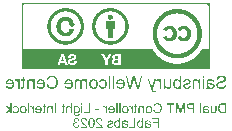
<source format=gbr>
%TF.GenerationSoftware,Altium Limited,Altium Designer,23.6.0 (18)*%
G04 Layer_Color=32896*
%FSLAX45Y45*%
%MOMM*%
%TF.SameCoordinates,57B8E715-CDE8-4F81-9698-3B096703D57B*%
%TF.FilePolarity,Positive*%
%TF.FileFunction,Legend,Bot*%
%TF.Part,Single*%
G01*
G75*
G36*
X800000Y2300000D02*
X-800000D01*
Y2859874D01*
X800000D01*
Y2300000D01*
D02*
G37*
G36*
X-283875Y1995772D02*
X-294084D01*
Y2007521D01*
X-283875D01*
Y1995772D01*
D02*
G37*
G36*
X-374057Y1924470D02*
X-384266D01*
Y1957366D01*
X-384347Y1959878D01*
X-384509Y1962147D01*
X-384671Y1963119D01*
X-384752Y1964010D01*
X-384914Y1964821D01*
X-385076Y1965631D01*
X-385238Y1966279D01*
X-385400Y1966846D01*
X-385481Y1967332D01*
X-385643Y1967737D01*
X-385724Y1968062D01*
X-385805Y1968305D01*
X-385886Y1968386D01*
Y1968467D01*
X-386616Y1969925D01*
X-387507Y1971141D01*
X-388398Y1972275D01*
X-389371Y1973166D01*
X-390181Y1973895D01*
X-390910Y1974463D01*
X-391396Y1974787D01*
X-391477Y1974868D01*
X-391558D01*
X-393098Y1975678D01*
X-394637Y1976245D01*
X-396096Y1976731D01*
X-397392Y1976974D01*
X-398527Y1977137D01*
X-399418Y1977299D01*
X-401281D01*
X-402335Y1977137D01*
X-404198Y1976731D01*
X-405819Y1976164D01*
X-407115Y1975516D01*
X-408169Y1974868D01*
X-408898Y1974301D01*
X-409384Y1973895D01*
X-409546Y1973814D01*
Y1973733D01*
X-410113Y1973004D01*
X-410680Y1972275D01*
X-411491Y1970492D01*
X-412058Y1968710D01*
X-412463Y1966846D01*
X-412706Y1965226D01*
X-412787Y1964496D01*
Y1963848D01*
X-412868Y1963362D01*
Y1962957D01*
Y1962714D01*
Y1962633D01*
Y1924470D01*
X-423077D01*
Y1962552D01*
Y1964172D01*
X-422996Y1965712D01*
X-422915Y1967089D01*
X-422753Y1968467D01*
X-422591Y1969682D01*
X-422348Y1970735D01*
X-422186Y1971789D01*
X-422024Y1972680D01*
X-421781Y1973490D01*
X-421619Y1974139D01*
X-421376Y1974706D01*
X-421214Y1975192D01*
X-421133Y1975597D01*
X-420971Y1975840D01*
X-420890Y1976002D01*
Y1976083D01*
X-419998Y1977704D01*
X-418864Y1979162D01*
X-417730Y1980459D01*
X-416595Y1981431D01*
X-415542Y1982322D01*
X-414651Y1982889D01*
X-414327Y1983132D01*
X-414084Y1983294D01*
X-413921Y1983376D01*
X-413840D01*
X-411896Y1984267D01*
X-409951Y1984915D01*
X-408007Y1985401D01*
X-406224Y1985725D01*
X-405333Y1985806D01*
X-404603Y1985887D01*
X-403955Y1985968D01*
X-403388Y1986049D01*
X-402254D01*
X-400228Y1985968D01*
X-398364Y1985725D01*
X-396582Y1985320D01*
X-394880Y1984753D01*
X-393260Y1984105D01*
X-391801Y1983457D01*
X-390424Y1982727D01*
X-389209Y1981917D01*
X-388074Y1981188D01*
X-387102Y1980378D01*
X-386292Y1979729D01*
X-385562Y1979081D01*
X-384995Y1978514D01*
X-384590Y1978109D01*
X-384347Y1977866D01*
X-384266Y1977785D01*
Y2007521D01*
X-374057D01*
Y1924470D01*
D02*
G37*
G36*
X-330222Y1985968D02*
X-328844Y1985887D01*
X-326170Y1985401D01*
X-324955Y1985158D01*
X-323821Y1984834D01*
X-322767Y1984429D01*
X-321795Y1984105D01*
X-320904Y1983700D01*
X-320093Y1983376D01*
X-319445Y1982970D01*
X-318878Y1982727D01*
X-318392Y1982484D01*
X-318068Y1982241D01*
X-317906Y1982160D01*
X-317825Y1982079D01*
X-315718Y1980459D01*
X-313935Y1978676D01*
X-312396Y1976812D01*
X-311099Y1974949D01*
X-310046Y1973328D01*
X-309641Y1972599D01*
X-309317Y1972032D01*
X-309074Y1971546D01*
X-308912Y1971141D01*
X-308750Y1970898D01*
Y1970816D01*
X-307696Y1968062D01*
X-306967Y1965226D01*
X-306400Y1962552D01*
X-306238Y1961336D01*
X-306076Y1960121D01*
X-305914Y1958987D01*
X-305833Y1958014D01*
X-305752Y1957123D01*
Y1956313D01*
X-305671Y1955665D01*
Y1955259D01*
Y1954935D01*
Y1954854D01*
X-305752Y1952586D01*
X-305995Y1950317D01*
X-306319Y1948210D01*
X-306724Y1946266D01*
X-307210Y1944321D01*
X-307777Y1942619D01*
X-308426Y1940918D01*
X-309074Y1939459D01*
X-309641Y1938082D01*
X-310289Y1936867D01*
X-310856Y1935813D01*
X-311343Y1935003D01*
X-311748Y1934274D01*
X-312072Y1933788D01*
X-312315Y1933463D01*
X-312396Y1933382D01*
X-313773Y1931843D01*
X-315151Y1930466D01*
X-316690Y1929250D01*
X-318311Y1928197D01*
X-319850Y1927387D01*
X-321471Y1926657D01*
X-323010Y1926090D01*
X-324550Y1925604D01*
X-326008Y1925199D01*
X-327305Y1924956D01*
X-328520Y1924713D01*
X-329573Y1924632D01*
X-330384Y1924551D01*
X-331032Y1924470D01*
X-331599D01*
X-333463Y1924551D01*
X-335164Y1924794D01*
X-336866Y1925199D01*
X-338405Y1925685D01*
X-339864Y1926333D01*
X-341241Y1926981D01*
X-342538Y1927630D01*
X-343672Y1928440D01*
X-344725Y1929169D01*
X-345617Y1929817D01*
X-346427Y1930547D01*
X-347075Y1931114D01*
X-347642Y1931600D01*
X-347966Y1932005D01*
X-348209Y1932248D01*
X-348290Y1932329D01*
Y1930547D01*
Y1928926D01*
Y1927387D01*
X-348209Y1926090D01*
X-348128Y1924875D01*
Y1923821D01*
X-348047Y1922849D01*
X-347966Y1922039D01*
X-347885Y1921391D01*
X-347804Y1920823D01*
X-347723Y1920337D01*
Y1919932D01*
X-347642Y1919608D01*
X-347561Y1919446D01*
Y1919284D01*
X-346913Y1917501D01*
X-346184Y1915881D01*
X-345292Y1914503D01*
X-344401Y1913369D01*
X-343591Y1912478D01*
X-342943Y1911830D01*
X-342457Y1911505D01*
X-342375Y1911343D01*
X-342294D01*
X-340755Y1910371D01*
X-338972Y1909642D01*
X-337190Y1909156D01*
X-335407Y1908832D01*
X-333787Y1908589D01*
X-333139Y1908507D01*
X-332571D01*
X-332004Y1908426D01*
X-331356D01*
X-329006Y1908589D01*
X-326981Y1908913D01*
X-325198Y1909318D01*
X-323740Y1909885D01*
X-322524Y1910452D01*
X-322038Y1910695D01*
X-321714Y1910857D01*
X-321390Y1911100D01*
X-321147Y1911181D01*
X-321066Y1911343D01*
X-320985D01*
X-320012Y1912235D01*
X-319283Y1913288D01*
X-318716Y1914341D01*
X-318230Y1915476D01*
X-317906Y1916448D01*
X-317744Y1917258D01*
X-317663Y1917582D01*
X-317582Y1917825D01*
Y1917907D01*
Y1917988D01*
X-307696Y1919446D01*
Y1917663D01*
X-307939Y1916043D01*
X-308183Y1914503D01*
X-308588Y1913045D01*
X-309074Y1911749D01*
X-309641Y1910533D01*
X-310208Y1909480D01*
X-310775Y1908507D01*
X-311424Y1907616D01*
X-311991Y1906887D01*
X-312558Y1906320D01*
X-313044Y1905753D01*
X-313449Y1905347D01*
X-313854Y1905104D01*
X-314016Y1904942D01*
X-314097Y1904861D01*
X-315394Y1903970D01*
X-316771Y1903241D01*
X-318149Y1902593D01*
X-319607Y1902025D01*
X-321066Y1901620D01*
X-322524Y1901215D01*
X-325279Y1900648D01*
X-326494Y1900405D01*
X-327710Y1900243D01*
X-328763Y1900162D01*
X-329654Y1900081D01*
X-330384Y1900000D01*
X-331437D01*
X-334678Y1900162D01*
X-336218Y1900324D01*
X-337676Y1900567D01*
X-338972Y1900810D01*
X-340269Y1901053D01*
X-341403Y1901377D01*
X-342457Y1901701D01*
X-343429Y1902025D01*
X-344239Y1902350D01*
X-344968Y1902593D01*
X-345536Y1902836D01*
X-346022Y1903079D01*
X-346427Y1903241D01*
X-346589Y1903403D01*
X-346670D01*
X-348858Y1904780D01*
X-350721Y1906320D01*
X-352261Y1907859D01*
X-353557Y1909318D01*
X-354529Y1910695D01*
X-354935Y1911262D01*
X-355178Y1911749D01*
X-355421Y1912154D01*
X-355583Y1912478D01*
X-355745Y1912640D01*
Y1912721D01*
X-356231Y1913936D01*
X-356717Y1915233D01*
X-357122Y1916691D01*
X-357446Y1918312D01*
X-357932Y1921553D01*
X-358338Y1924875D01*
X-358419Y1926414D01*
X-358500Y1927792D01*
X-358581Y1929169D01*
Y1930303D01*
X-358662Y1931276D01*
Y1931924D01*
Y1932410D01*
Y1932572D01*
Y1984672D01*
X-349263D01*
Y1977461D01*
X-347966Y1979000D01*
X-346508Y1980297D01*
X-345049Y1981431D01*
X-343591Y1982403D01*
X-342132Y1983294D01*
X-340674Y1983943D01*
X-339215Y1984510D01*
X-337919Y1984996D01*
X-336623Y1985320D01*
X-335407Y1985563D01*
X-334354Y1985806D01*
X-333463Y1985887D01*
X-332733Y1985968D01*
X-332166Y1986049D01*
X-331680D01*
X-330222Y1985968D01*
D02*
G37*
G36*
X763791Y1985969D02*
X766384Y1985726D01*
X768734Y1985320D01*
X769787Y1985158D01*
X770679Y1984996D01*
X771570Y1984753D01*
X772380Y1984591D01*
X773028Y1984348D01*
X773596Y1984186D01*
X774082Y1984105D01*
X774406Y1983943D01*
X774568Y1983862D01*
X774649D01*
X776675Y1982971D01*
X778538Y1981998D01*
X780078Y1981026D01*
X781293Y1980054D01*
X782346Y1979162D01*
X783076Y1978433D01*
X783481Y1977947D01*
X783643Y1977866D01*
Y1977785D01*
X784696Y1976245D01*
X785587Y1974544D01*
X786398Y1972842D01*
X786965Y1971222D01*
X787451Y1969763D01*
X787613Y1969115D01*
X787775Y1968548D01*
X787856Y1968143D01*
X787937Y1967819D01*
X788018Y1967576D01*
Y1967495D01*
X778052Y1966117D01*
X777728Y1967252D01*
X777404Y1968305D01*
X776999Y1969358D01*
X776594Y1970250D01*
X776188Y1971060D01*
X775783Y1971789D01*
X774892Y1973004D01*
X774163Y1973896D01*
X773596Y1974544D01*
X773190Y1974949D01*
X773028Y1975030D01*
X772380Y1975516D01*
X771570Y1975921D01*
X769949Y1976570D01*
X768167Y1976975D01*
X766465Y1977299D01*
X764926Y1977461D01*
X764278Y1977542D01*
X763629Y1977623D01*
X761118D01*
X759821Y1977461D01*
X758525Y1977299D01*
X757471Y1977056D01*
X756418Y1976813D01*
X755446Y1976489D01*
X754554Y1976245D01*
X753825Y1975921D01*
X753096Y1975597D01*
X752529Y1975273D01*
X752043Y1974949D01*
X751638Y1974706D01*
X751313Y1974463D01*
X751070Y1974301D01*
X750989Y1974220D01*
X750908Y1974139D01*
X750422Y1973653D01*
X749936Y1973004D01*
X749207Y1971708D01*
X748721Y1970169D01*
X748315Y1968791D01*
X748153Y1967414D01*
X748072Y1966846D01*
Y1966360D01*
X747991Y1965874D01*
Y1965550D01*
Y1965388D01*
Y1965307D01*
Y1965064D01*
Y1964659D01*
Y1963767D01*
X748072Y1963362D01*
Y1963038D01*
Y1962795D01*
Y1962714D01*
X749207Y1962309D01*
X750503Y1961985D01*
X751881Y1961580D01*
X753339Y1961256D01*
X756337Y1960688D01*
X759335Y1960121D01*
X760712Y1959959D01*
X762009Y1959716D01*
X763224Y1959554D01*
X764197Y1959392D01*
X765007Y1959311D01*
X765655Y1959230D01*
X766060Y1959149D01*
X766222D01*
X768329Y1958906D01*
X770193Y1958582D01*
X771732Y1958339D01*
X773028Y1958096D01*
X774001Y1957934D01*
X774730Y1957772D01*
X775135Y1957609D01*
X775297D01*
X776756Y1957123D01*
X778133Y1956637D01*
X779348Y1956070D01*
X780483Y1955503D01*
X781374Y1955017D01*
X782022Y1954612D01*
X782427Y1954368D01*
X782589Y1954287D01*
X783724Y1953396D01*
X784777Y1952424D01*
X785668Y1951452D01*
X786398Y1950479D01*
X787046Y1949669D01*
X787451Y1949021D01*
X787775Y1948535D01*
X787856Y1948454D01*
Y1948373D01*
X788504Y1946995D01*
X788991Y1945537D01*
X789315Y1944240D01*
X789558Y1942944D01*
X789720Y1941890D01*
X789801Y1940999D01*
Y1940675D01*
Y1940432D01*
Y1940351D01*
Y1940270D01*
X789720Y1938892D01*
X789558Y1937596D01*
X789315Y1936300D01*
X788991Y1935165D01*
X788585Y1934031D01*
X788099Y1933059D01*
X787694Y1932086D01*
X787127Y1931276D01*
X786641Y1930466D01*
X786236Y1929818D01*
X785750Y1929250D01*
X785344Y1928764D01*
X785020Y1928359D01*
X784777Y1928116D01*
X784615Y1927954D01*
X784534Y1927873D01*
X783481Y1927063D01*
X782346Y1926333D01*
X781131Y1925685D01*
X779916Y1925118D01*
X778619Y1924632D01*
X777323Y1924227D01*
X774892Y1923660D01*
X773758Y1923498D01*
X772704Y1923335D01*
X771732Y1923254D01*
X770922Y1923173D01*
X770274Y1923092D01*
X769301D01*
X767114Y1923173D01*
X765007Y1923417D01*
X763143Y1923741D01*
X761442Y1924065D01*
X760712Y1924227D01*
X760064Y1924389D01*
X759497Y1924551D01*
X759011Y1924713D01*
X758606Y1924875D01*
X758363Y1924956D01*
X758201Y1925037D01*
X758120D01*
X756175Y1925928D01*
X754149Y1926982D01*
X752367Y1928116D01*
X750665Y1929250D01*
X749288Y1930304D01*
X748640Y1930709D01*
X748153Y1931114D01*
X747748Y1931438D01*
X747424Y1931681D01*
X747262Y1931843D01*
X747181Y1931924D01*
X746938Y1930385D01*
X746695Y1928926D01*
X746371Y1927711D01*
X745966Y1926577D01*
X745642Y1925685D01*
X745318Y1925037D01*
X745155Y1924632D01*
X745074Y1924470D01*
X734460D01*
X735108Y1925766D01*
X735675Y1927063D01*
X736162Y1928197D01*
X736486Y1929331D01*
X736729Y1930223D01*
X736891Y1930952D01*
X737053Y1931438D01*
Y1931600D01*
X737134Y1932410D01*
X737296Y1933464D01*
X737377Y1934679D01*
X737458Y1936057D01*
Y1937515D01*
X737539Y1938974D01*
X737620Y1942053D01*
Y1943592D01*
X737701Y1944969D01*
Y1946266D01*
Y1947400D01*
Y1948292D01*
Y1949021D01*
Y1949507D01*
Y1949669D01*
Y1963281D01*
Y1964497D01*
Y1965631D01*
X737782Y1966684D01*
Y1967657D01*
X737863Y1968467D01*
Y1969277D01*
X737944Y1969925D01*
Y1970574D01*
X738106Y1971465D01*
X738187Y1972194D01*
X738268Y1972518D01*
Y1972680D01*
X738673Y1974220D01*
X739160Y1975516D01*
X739646Y1976732D01*
X740213Y1977785D01*
X740699Y1978595D01*
X741023Y1979162D01*
X741347Y1979487D01*
X741428Y1979649D01*
X742401Y1980621D01*
X743454Y1981512D01*
X744669Y1982322D01*
X745804Y1982971D01*
X746857Y1983457D01*
X747667Y1983862D01*
X747991Y1984024D01*
X748234Y1984105D01*
X748397Y1984186D01*
X748478D01*
X750422Y1984834D01*
X752448Y1985239D01*
X754554Y1985563D01*
X756499Y1985807D01*
X757390Y1985888D01*
X758282Y1985969D01*
X759011D01*
X759659Y1986050D01*
X760956D01*
X763791Y1985969D01*
D02*
G37*
G36*
X-883548Y1924470D02*
X-893757D01*
Y1948291D01*
X-900888Y1955259D01*
X-920739Y1924470D01*
X-933379D01*
X-908099Y1962309D01*
X-931029Y1984672D01*
X-917822D01*
X-893757Y1960121D01*
Y2007521D01*
X-883548D01*
Y1924470D01*
D02*
G37*
G36*
X-144429Y1949426D02*
X-175786D01*
Y1959716D01*
X-144429D01*
Y1949426D01*
D02*
G37*
G36*
X585534Y1924470D02*
X574920D01*
Y1995206D01*
X550855Y1924470D01*
X540970D01*
X516743Y1993990D01*
Y1924470D01*
X506129D01*
Y2007522D01*
X520957D01*
X540889Y1949669D01*
X541456Y1948048D01*
X541942Y1946590D01*
X542428Y1945213D01*
X542834Y1943916D01*
X543239Y1942701D01*
X543644Y1941647D01*
X543968Y1940594D01*
X544211Y1939784D01*
X544535Y1938974D01*
X544697Y1938244D01*
X544940Y1937677D01*
X545102Y1937191D01*
X545183Y1936867D01*
X545264Y1936624D01*
X545345Y1936462D01*
Y1936381D01*
X545588Y1937191D01*
X545832Y1938082D01*
X546480Y1940027D01*
X547128Y1942053D01*
X547776Y1944078D01*
X548100Y1944969D01*
X548343Y1945861D01*
X548667Y1946671D01*
X548829Y1947319D01*
X549073Y1947886D01*
X549154Y1948373D01*
X549316Y1948616D01*
Y1948697D01*
X569005Y2007522D01*
X585534D01*
Y1924470D01*
D02*
G37*
G36*
X172059Y1999500D02*
Y1984672D01*
X179594D01*
Y1976731D01*
X172059D01*
Y1942052D01*
Y1940432D01*
X171978Y1938892D01*
Y1937515D01*
X171897Y1936299D01*
X171734Y1935165D01*
X171653Y1934193D01*
X171572Y1933382D01*
X171410Y1932572D01*
X171329Y1931924D01*
X171248Y1931357D01*
X171086Y1930952D01*
X171005Y1930547D01*
X170924Y1930303D01*
Y1930141D01*
X170843Y1929979D01*
X170276Y1929007D01*
X169628Y1928035D01*
X168980Y1927306D01*
X168250Y1926576D01*
X167602Y1926090D01*
X167035Y1925685D01*
X166711Y1925442D01*
X166549Y1925361D01*
X165333Y1924794D01*
X163875Y1924389D01*
X162498Y1924064D01*
X161120Y1923902D01*
X159824Y1923740D01*
X159338D01*
X158851Y1923659D01*
X157960D01*
X156664Y1923740D01*
X155286Y1923821D01*
X153990Y1923983D01*
X152774Y1924146D01*
X151721Y1924308D01*
X150911Y1924389D01*
X150587Y1924470D01*
X150344Y1924551D01*
X150182D01*
X151640Y1933545D01*
X152612Y1933382D01*
X153504Y1933301D01*
X154314Y1933220D01*
X154962D01*
X155448Y1933139D01*
X156907D01*
X157555Y1933220D01*
X158203Y1933382D01*
X158689Y1933545D01*
X159094Y1933626D01*
X159338Y1933788D01*
X159500Y1933869D01*
X159581D01*
X160391Y1934517D01*
X160958Y1935084D01*
X161282Y1935651D01*
X161363Y1935732D01*
Y1935813D01*
X161525Y1936461D01*
X161606Y1937272D01*
X161768Y1938163D01*
Y1939135D01*
X161849Y1939946D01*
Y1940756D01*
Y1941242D01*
Y1941323D01*
Y1941404D01*
Y1976731D01*
X151640D01*
Y1984672D01*
X161849D01*
Y2005658D01*
X172059Y1999500D01*
D02*
G37*
G36*
X-440417D02*
Y1984672D01*
X-432882D01*
Y1976731D01*
X-440417D01*
Y1942052D01*
Y1940432D01*
X-440498Y1938892D01*
Y1937515D01*
X-440579Y1936299D01*
X-440741Y1935165D01*
X-440822Y1934193D01*
X-440903Y1933382D01*
X-441065Y1932572D01*
X-441146Y1931924D01*
X-441227Y1931357D01*
X-441389Y1930952D01*
X-441470Y1930547D01*
X-441551Y1930303D01*
Y1930141D01*
X-441632Y1929979D01*
X-442200Y1929007D01*
X-442848Y1928035D01*
X-443496Y1927306D01*
X-444225Y1926576D01*
X-444873Y1926090D01*
X-445441Y1925685D01*
X-445765Y1925442D01*
X-445927Y1925361D01*
X-447142Y1924794D01*
X-448601Y1924389D01*
X-449978Y1924064D01*
X-451355Y1923902D01*
X-452652Y1923740D01*
X-453138D01*
X-453624Y1923659D01*
X-454515D01*
X-455812Y1923740D01*
X-457189Y1923821D01*
X-458486Y1923983D01*
X-459701Y1924146D01*
X-460754Y1924308D01*
X-461565Y1924389D01*
X-461889Y1924470D01*
X-462132Y1924551D01*
X-462294D01*
X-460836Y1933545D01*
X-459863Y1933382D01*
X-458972Y1933301D01*
X-458162Y1933220D01*
X-457513D01*
X-457027Y1933139D01*
X-455569D01*
X-454921Y1933220D01*
X-454272Y1933382D01*
X-453786Y1933545D01*
X-453381Y1933626D01*
X-453138Y1933788D01*
X-452976Y1933869D01*
X-452895D01*
X-452085Y1934517D01*
X-451518Y1935084D01*
X-451193Y1935651D01*
X-451112Y1935732D01*
Y1935813D01*
X-450950Y1936461D01*
X-450869Y1937272D01*
X-450707Y1938163D01*
Y1939135D01*
X-450626Y1939946D01*
Y1940756D01*
Y1941242D01*
Y1941323D01*
Y1941404D01*
Y1976731D01*
X-460836D01*
Y1984672D01*
X-450626D01*
Y2005658D01*
X-440417Y1999500D01*
D02*
G37*
G36*
X-601659D02*
Y1984672D01*
X-594123D01*
Y1976731D01*
X-601659D01*
Y1942052D01*
Y1940432D01*
X-601740Y1938892D01*
Y1937515D01*
X-601821Y1936299D01*
X-601983Y1935165D01*
X-602064Y1934193D01*
X-602145Y1933382D01*
X-602307Y1932572D01*
X-602388Y1931924D01*
X-602469Y1931357D01*
X-602631Y1930952D01*
X-602712Y1930547D01*
X-602793Y1930303D01*
Y1930141D01*
X-602874Y1929979D01*
X-603441Y1929007D01*
X-604089Y1928035D01*
X-604738Y1927306D01*
X-605467Y1926576D01*
X-606115Y1926090D01*
X-606682Y1925685D01*
X-607006Y1925442D01*
X-607168Y1925361D01*
X-608384Y1924794D01*
X-609842Y1924389D01*
X-611220Y1924064D01*
X-612597Y1923902D01*
X-613894Y1923740D01*
X-614380D01*
X-614866Y1923659D01*
X-615757D01*
X-617054Y1923740D01*
X-618431Y1923821D01*
X-619727Y1923983D01*
X-620943Y1924146D01*
X-621996Y1924308D01*
X-622806Y1924389D01*
X-623131Y1924470D01*
X-623374Y1924551D01*
X-623536D01*
X-622077Y1933545D01*
X-621105Y1933382D01*
X-620214Y1933301D01*
X-619403Y1933220D01*
X-618755D01*
X-618269Y1933139D01*
X-616811D01*
X-616162Y1933220D01*
X-615514Y1933382D01*
X-615028Y1933545D01*
X-614623Y1933626D01*
X-614380Y1933788D01*
X-614218Y1933869D01*
X-614137D01*
X-613326Y1934517D01*
X-612759Y1935084D01*
X-612435Y1935651D01*
X-612354Y1935732D01*
Y1935813D01*
X-612192Y1936461D01*
X-612111Y1937272D01*
X-611949Y1938163D01*
Y1939135D01*
X-611868Y1939946D01*
Y1940756D01*
Y1941242D01*
Y1941323D01*
Y1941404D01*
Y1976731D01*
X-622077D01*
Y1984672D01*
X-611868D01*
Y2005658D01*
X-601659Y1999500D01*
D02*
G37*
G36*
X351369Y2008899D02*
X353395Y2008737D01*
X355258Y2008494D01*
X357122Y2008170D01*
X358905Y2007846D01*
X360606Y2007359D01*
X362146Y2006954D01*
X363523Y2006468D01*
X364900Y2005982D01*
X366035Y2005577D01*
X367088Y2005091D01*
X367898Y2004767D01*
X368628Y2004443D01*
X369114Y2004199D01*
X369438Y2004037D01*
X369519Y2003956D01*
X371220Y2002984D01*
X372760Y2001850D01*
X374218Y2000715D01*
X375596Y1999500D01*
X376811Y1998285D01*
X378027Y1997069D01*
X379080Y1995854D01*
X379971Y1994719D01*
X380863Y1993585D01*
X381592Y1992532D01*
X382159Y1991640D01*
X382726Y1990830D01*
X383131Y1990182D01*
X383374Y1989615D01*
X383536Y1989291D01*
X383617Y1989210D01*
X384509Y1987346D01*
X385238Y1985482D01*
X385886Y1983538D01*
X386453Y1981593D01*
X386940Y1979730D01*
X387345Y1977785D01*
X387669Y1976002D01*
X387912Y1974301D01*
X388155Y1972680D01*
X388317Y1971222D01*
X388398Y1969925D01*
X388479Y1968791D01*
X388560Y1967900D01*
Y1967171D01*
Y1966765D01*
Y1966603D01*
X388479Y1964416D01*
X388398Y1962228D01*
X388155Y1960121D01*
X387912Y1958096D01*
X387507Y1956151D01*
X387183Y1954287D01*
X386777Y1952586D01*
X386372Y1950965D01*
X385967Y1949507D01*
X385562Y1948210D01*
X385157Y1947076D01*
X384833Y1946104D01*
X384590Y1945375D01*
X384347Y1944807D01*
X384266Y1944483D01*
X384185Y1944321D01*
X383293Y1942458D01*
X382402Y1940675D01*
X381349Y1939055D01*
X380376Y1937515D01*
X379323Y1936057D01*
X378270Y1934760D01*
X377216Y1933626D01*
X376163Y1932572D01*
X375191Y1931600D01*
X374299Y1930790D01*
X373570Y1930061D01*
X372841Y1929574D01*
X372274Y1929088D01*
X371788Y1928764D01*
X371545Y1928602D01*
X371464Y1928521D01*
X369843Y1927549D01*
X368142Y1926739D01*
X366278Y1926009D01*
X364495Y1925361D01*
X362632Y1924875D01*
X360849Y1924389D01*
X359067Y1924065D01*
X357365Y1923741D01*
X355745Y1923579D01*
X354286Y1923417D01*
X352990Y1923254D01*
X351855Y1923173D01*
X350883Y1923092D01*
X349587D01*
X347237Y1923173D01*
X344887Y1923417D01*
X342780Y1923741D01*
X340674Y1924227D01*
X338729Y1924713D01*
X336946Y1925361D01*
X335245Y1925928D01*
X333705Y1926658D01*
X332409Y1927306D01*
X331194Y1927954D01*
X330140Y1928521D01*
X329249Y1929007D01*
X328520Y1929493D01*
X328034Y1929818D01*
X327710Y1930061D01*
X327629Y1930142D01*
X326008Y1931519D01*
X324468Y1933059D01*
X323172Y1934679D01*
X321876Y1936381D01*
X320741Y1938082D01*
X319688Y1939784D01*
X318797Y1941485D01*
X317986Y1943187D01*
X317338Y1944726D01*
X316690Y1946185D01*
X316204Y1947481D01*
X315799Y1948616D01*
X315556Y1949507D01*
X315313Y1950236D01*
X315150Y1950641D01*
Y1950803D01*
X326170Y1953558D01*
X326656Y1951695D01*
X327223Y1949912D01*
X327791Y1948210D01*
X328439Y1946671D01*
X329168Y1945294D01*
X329897Y1943997D01*
X330626Y1942782D01*
X331356Y1941728D01*
X332004Y1940837D01*
X332652Y1940027D01*
X333300Y1939298D01*
X333786Y1938730D01*
X334192Y1938325D01*
X334597Y1938001D01*
X334759Y1937839D01*
X334840Y1937758D01*
X336055Y1936867D01*
X337352Y1936057D01*
X338648Y1935327D01*
X339944Y1934679D01*
X341322Y1934193D01*
X342618Y1933788D01*
X345049Y1933140D01*
X346183Y1932897D01*
X347237Y1932735D01*
X348128Y1932653D01*
X348938Y1932572D01*
X349587Y1932491D01*
X350478D01*
X351855Y1932572D01*
X353233Y1932653D01*
X355907Y1933140D01*
X358256Y1933707D01*
X359391Y1934112D01*
X360363Y1934436D01*
X361335Y1934841D01*
X362146Y1935165D01*
X362875Y1935489D01*
X363442Y1935814D01*
X363928Y1936057D01*
X364252Y1936219D01*
X364495Y1936300D01*
X364576Y1936381D01*
X365711Y1937191D01*
X366845Y1938001D01*
X368790Y1939865D01*
X370410Y1941809D01*
X371788Y1943754D01*
X372841Y1945456D01*
X373246Y1946185D01*
X373570Y1946833D01*
X373813Y1947400D01*
X373975Y1947805D01*
X374137Y1948048D01*
Y1948129D01*
X375191Y1951208D01*
X375920Y1954368D01*
X376487Y1957528D01*
X376649Y1958987D01*
X376811Y1960364D01*
X376973Y1961742D01*
X377054Y1962876D01*
X377135Y1964011D01*
Y1964902D01*
X377216Y1965631D01*
Y1966198D01*
Y1966603D01*
Y1966684D01*
X377135Y1969682D01*
X376811Y1972599D01*
X376406Y1975273D01*
X376163Y1976570D01*
X375920Y1977704D01*
X375677Y1978757D01*
X375434Y1979730D01*
X375191Y1980540D01*
X375029Y1981269D01*
X374867Y1981836D01*
X374705Y1982241D01*
X374624Y1982484D01*
Y1982566D01*
X374056Y1984024D01*
X373489Y1985320D01*
X372841Y1986617D01*
X372112Y1987751D01*
X371383Y1988886D01*
X370653Y1989939D01*
X369924Y1990830D01*
X369114Y1991721D01*
X368466Y1992451D01*
X367817Y1993099D01*
X367169Y1993666D01*
X366683Y1994152D01*
X366197Y1994476D01*
X365873Y1994719D01*
X365711Y1994881D01*
X365630Y1994962D01*
X364414Y1995773D01*
X363118Y1996502D01*
X361740Y1997069D01*
X360444Y1997636D01*
X359067Y1998122D01*
X357770Y1998447D01*
X355177Y1999014D01*
X354043Y1999176D01*
X352990Y1999338D01*
X352017Y1999419D01*
X351207Y1999500D01*
X350478Y1999581D01*
X349587D01*
X348047Y1999500D01*
X346589Y1999419D01*
X343915Y1998933D01*
X342699Y1998609D01*
X341565Y1998285D01*
X340512Y1997879D01*
X339620Y1997474D01*
X338729Y1997069D01*
X338000Y1996664D01*
X337352Y1996340D01*
X336784Y1996016D01*
X336379Y1995773D01*
X336055Y1995530D01*
X335893Y1995449D01*
X335812Y1995368D01*
X334840Y1994557D01*
X333868Y1993585D01*
X332166Y1991559D01*
X330707Y1989372D01*
X329492Y1987265D01*
X329006Y1986212D01*
X328601Y1985320D01*
X328196Y1984429D01*
X327953Y1983700D01*
X327710Y1983133D01*
X327547Y1982647D01*
X327385Y1982322D01*
Y1982241D01*
X316528Y1984753D01*
X317257Y1986860D01*
X317986Y1988805D01*
X318878Y1990668D01*
X319850Y1992370D01*
X320822Y1993990D01*
X321795Y1995449D01*
X322767Y1996745D01*
X323739Y1997960D01*
X324712Y1999014D01*
X325603Y1999986D01*
X326332Y2000796D01*
X327061Y2001445D01*
X327629Y2001931D01*
X328034Y2002255D01*
X328358Y2002498D01*
X328439Y2002579D01*
X330059Y2003713D01*
X331761Y2004686D01*
X333543Y2005577D01*
X335326Y2006306D01*
X337028Y2006873D01*
X338810Y2007440D01*
X340512Y2007846D01*
X342051Y2008170D01*
X343591Y2008413D01*
X344968Y2008656D01*
X346183Y2008818D01*
X347237Y2008899D01*
X348128Y2008980D01*
X349343D01*
X351369Y2008899D01*
D02*
G37*
G36*
X851056Y1947319D02*
Y1945050D01*
X850975Y1943106D01*
X850894Y1941485D01*
X850732Y1940108D01*
X850651Y1939055D01*
X850570Y1938325D01*
X850489Y1937920D01*
Y1937758D01*
X850084Y1936138D01*
X849598Y1934679D01*
X849112Y1933383D01*
X848626Y1932329D01*
X848140Y1931438D01*
X847734Y1930790D01*
X847491Y1930385D01*
X847410Y1930223D01*
X846438Y1929088D01*
X845385Y1928116D01*
X844250Y1927225D01*
X843116Y1926496D01*
X842063Y1925928D01*
X841252Y1925523D01*
X840928Y1925361D01*
X840685Y1925199D01*
X840604Y1925118D01*
X840523D01*
X838741Y1924470D01*
X837039Y1923984D01*
X835337Y1923579D01*
X833798Y1923335D01*
X832502Y1923173D01*
X831934D01*
X831448Y1923092D01*
X830557D01*
X828369Y1923173D01*
X826263Y1923498D01*
X824318Y1924065D01*
X822535Y1924713D01*
X820834Y1925442D01*
X819294Y1926333D01*
X817836Y1927225D01*
X816539Y1928197D01*
X815405Y1929088D01*
X814352Y1929980D01*
X813541Y1930871D01*
X812812Y1931681D01*
X812245Y1932248D01*
X811840Y1932816D01*
X811597Y1933140D01*
X811516Y1933221D01*
Y1924470D01*
X802360D01*
Y1984672D01*
X812569D01*
Y1952343D01*
Y1950965D01*
X812650Y1949669D01*
X812731Y1948373D01*
X812812Y1947238D01*
X812974Y1946185D01*
X813136Y1945213D01*
X813298Y1944402D01*
X813379Y1943592D01*
X813541Y1942863D01*
X813703Y1942296D01*
X813866Y1941809D01*
X814028Y1941323D01*
X814109Y1940999D01*
X814190Y1940756D01*
X814271Y1940675D01*
Y1940594D01*
X815000Y1939136D01*
X815891Y1937920D01*
X816863Y1936786D01*
X817755Y1935895D01*
X818646Y1935165D01*
X819375Y1934598D01*
X819861Y1934274D01*
X819942Y1934193D01*
X820024D01*
X821563Y1933383D01*
X823021Y1932816D01*
X824480Y1932410D01*
X825776Y1932167D01*
X826911Y1932005D01*
X827721Y1931843D01*
X828531D01*
X830152Y1931924D01*
X831610Y1932167D01*
X832988Y1932572D01*
X834041Y1932978D01*
X835013Y1933383D01*
X835662Y1933788D01*
X836067Y1934031D01*
X836229Y1934112D01*
X837282Y1935003D01*
X838173Y1936057D01*
X838822Y1937110D01*
X839389Y1938163D01*
X839794Y1939055D01*
X840037Y1939784D01*
X840199Y1940270D01*
X840280Y1940351D01*
Y1940432D01*
X840361Y1940999D01*
X840442Y1941728D01*
X840523Y1942458D01*
X840604Y1943268D01*
X840685Y1945050D01*
X840766Y1946833D01*
X840847Y1948535D01*
Y1949264D01*
Y1949912D01*
Y1950479D01*
Y1950884D01*
Y1951127D01*
Y1951208D01*
Y1984672D01*
X851056D01*
Y1947319D01*
D02*
G37*
G36*
X-35449Y1985968D02*
X-33261Y1985725D01*
X-31236Y1985239D01*
X-29291Y1984753D01*
X-27508Y1984105D01*
X-25807Y1983376D01*
X-24267Y1982646D01*
X-22890Y1981836D01*
X-21594Y1981026D01*
X-20540Y1980297D01*
X-19568Y1979567D01*
X-18839Y1978919D01*
X-18190Y1978433D01*
X-17785Y1978028D01*
X-17461Y1977704D01*
X-17380Y1977623D01*
X-16003Y1976002D01*
X-14787Y1974220D01*
X-13815Y1972356D01*
X-12924Y1970411D01*
X-12114Y1968386D01*
X-11465Y1966441D01*
X-10979Y1964496D01*
X-10574Y1962714D01*
X-10250Y1960931D01*
X-10007Y1959311D01*
X-9845Y1957852D01*
X-9764Y1956556D01*
X-9683Y1955503D01*
X-9602Y1954692D01*
Y1954206D01*
Y1954125D01*
Y1954044D01*
X-9683Y1951370D01*
X-9926Y1948858D01*
X-10331Y1946428D01*
X-10817Y1944240D01*
X-11384Y1942214D01*
X-12032Y1940351D01*
X-12762Y1938649D01*
X-13491Y1937110D01*
X-14139Y1935732D01*
X-14868Y1934517D01*
X-15517Y1933545D01*
X-16084Y1932734D01*
X-16570Y1932005D01*
X-16975Y1931600D01*
X-17218Y1931276D01*
X-17299Y1931195D01*
X-18839Y1929736D01*
X-20459Y1928521D01*
X-22161Y1927468D01*
X-23862Y1926495D01*
X-25645Y1925766D01*
X-27346Y1925037D01*
X-29048Y1924551D01*
X-30749Y1924146D01*
X-32289Y1923740D01*
X-33666Y1923497D01*
X-34963Y1923335D01*
X-36097Y1923254D01*
X-36988Y1923173D01*
X-37718Y1923092D01*
X-38285D01*
X-40230Y1923173D01*
X-42012Y1923335D01*
X-43714Y1923578D01*
X-45415Y1923902D01*
X-46874Y1924227D01*
X-48332Y1924713D01*
X-49629Y1925118D01*
X-50763Y1925604D01*
X-51816Y1926090D01*
X-52789Y1926495D01*
X-53599Y1926981D01*
X-54247Y1927306D01*
X-54814Y1927630D01*
X-55138Y1927873D01*
X-55381Y1928035D01*
X-55462Y1928116D01*
X-56678Y1929088D01*
X-57812Y1930222D01*
X-58866Y1931357D01*
X-59757Y1932491D01*
X-60648Y1933707D01*
X-61377Y1934922D01*
X-62026Y1936137D01*
X-62674Y1937272D01*
X-63160Y1938325D01*
X-63565Y1939297D01*
X-63970Y1940189D01*
X-64213Y1940999D01*
X-64456Y1941647D01*
X-64618Y1942133D01*
X-64699Y1942457D01*
Y1942538D01*
X-54166Y1943916D01*
X-53680Y1942700D01*
X-53194Y1941647D01*
X-52708Y1940594D01*
X-52221Y1939621D01*
X-51168Y1938001D01*
X-50115Y1936705D01*
X-49223Y1935651D01*
X-48494Y1934922D01*
X-48008Y1934517D01*
X-47927Y1934355D01*
X-47846D01*
X-46306Y1933382D01*
X-44686Y1932653D01*
X-43065Y1932167D01*
X-41607Y1931843D01*
X-40230Y1931600D01*
X-39743Y1931519D01*
X-39257D01*
X-38852Y1931438D01*
X-38285D01*
X-36907Y1931519D01*
X-35530Y1931681D01*
X-34315Y1931924D01*
X-33099Y1932248D01*
X-31965Y1932653D01*
X-30912Y1933139D01*
X-30020Y1933545D01*
X-29129Y1934112D01*
X-28319Y1934598D01*
X-27671Y1935003D01*
X-27022Y1935489D01*
X-26536Y1935894D01*
X-26131Y1936218D01*
X-25888Y1936461D01*
X-25726Y1936624D01*
X-25645Y1936705D01*
X-24754Y1937758D01*
X-23943Y1938892D01*
X-23295Y1940108D01*
X-22647Y1941323D01*
X-22161Y1942538D01*
X-21675Y1943835D01*
X-20945Y1946266D01*
X-20702Y1947481D01*
X-20540Y1948534D01*
X-20378Y1949507D01*
X-20216Y1950317D01*
X-20135Y1950965D01*
X-20054Y1951532D01*
Y1951856D01*
Y1951937D01*
X-65023D01*
Y1952586D01*
X-65105Y1953072D01*
Y1953558D01*
Y1953963D01*
Y1954206D01*
Y1954449D01*
Y1954611D01*
X-65023Y1957366D01*
X-64780Y1959878D01*
X-64375Y1962309D01*
X-63889Y1964496D01*
X-63322Y1966603D01*
X-62674Y1968467D01*
X-61945Y1970249D01*
X-61296Y1971789D01*
X-60567Y1973166D01*
X-59838Y1974382D01*
X-59190Y1975435D01*
X-58622Y1976245D01*
X-58136Y1976893D01*
X-57731Y1977380D01*
X-57488Y1977704D01*
X-57407Y1977785D01*
X-55949Y1979243D01*
X-54409Y1980540D01*
X-52789Y1981593D01*
X-51087Y1982565D01*
X-49466Y1983376D01*
X-47846Y1984024D01*
X-46225Y1984591D01*
X-44686Y1984996D01*
X-43309Y1985320D01*
X-41931Y1985644D01*
X-40716Y1985806D01*
X-39743Y1985887D01*
X-38852Y1985968D01*
X-38285Y1986049D01*
X-37718D01*
X-35449Y1985968D01*
D02*
G37*
G36*
X-654488D02*
X-652300Y1985725D01*
X-650274Y1985239D01*
X-648330Y1984753D01*
X-646547Y1984105D01*
X-644846Y1983376D01*
X-643306Y1982646D01*
X-641929Y1981836D01*
X-640632Y1981026D01*
X-639579Y1980297D01*
X-638607Y1979567D01*
X-637877Y1978919D01*
X-637229Y1978433D01*
X-636824Y1978028D01*
X-636500Y1977704D01*
X-636419Y1977623D01*
X-635041Y1976002D01*
X-633826Y1974220D01*
X-632854Y1972356D01*
X-631962Y1970411D01*
X-631152Y1968386D01*
X-630504Y1966441D01*
X-630018Y1964496D01*
X-629613Y1962714D01*
X-629289Y1960931D01*
X-629045Y1959311D01*
X-628883Y1957852D01*
X-628802Y1956556D01*
X-628721Y1955503D01*
X-628640Y1954692D01*
Y1954206D01*
Y1954125D01*
Y1954044D01*
X-628721Y1951370D01*
X-628964Y1948858D01*
X-629370Y1946428D01*
X-629856Y1944240D01*
X-630423Y1942214D01*
X-631071Y1940351D01*
X-631800Y1938649D01*
X-632530Y1937110D01*
X-633178Y1935732D01*
X-633907Y1934517D01*
X-634555Y1933545D01*
X-635122Y1932734D01*
X-635609Y1932005D01*
X-636014Y1931600D01*
X-636257Y1931276D01*
X-636338Y1931195D01*
X-637877Y1929736D01*
X-639498Y1928521D01*
X-641199Y1927468D01*
X-642901Y1926495D01*
X-644683Y1925766D01*
X-646385Y1925037D01*
X-648087Y1924551D01*
X-649788Y1924146D01*
X-651328Y1923740D01*
X-652705Y1923497D01*
X-654001Y1923335D01*
X-655136Y1923254D01*
X-656027Y1923173D01*
X-656756Y1923092D01*
X-657324D01*
X-659268Y1923173D01*
X-661051Y1923335D01*
X-662752Y1923578D01*
X-664454Y1923902D01*
X-665912Y1924227D01*
X-667371Y1924713D01*
X-668667Y1925118D01*
X-669802Y1925604D01*
X-670855Y1926090D01*
X-671827Y1926495D01*
X-672637Y1926981D01*
X-673286Y1927306D01*
X-673853Y1927630D01*
X-674177Y1927873D01*
X-674420Y1928035D01*
X-674501Y1928116D01*
X-675716Y1929088D01*
X-676851Y1930222D01*
X-677904Y1931357D01*
X-678795Y1932491D01*
X-679687Y1933707D01*
X-680416Y1934922D01*
X-681064Y1936137D01*
X-681712Y1937272D01*
X-682199Y1938325D01*
X-682604Y1939297D01*
X-683009Y1940189D01*
X-683252Y1940999D01*
X-683495Y1941647D01*
X-683657Y1942133D01*
X-683738Y1942457D01*
Y1942538D01*
X-673205Y1943916D01*
X-672718Y1942700D01*
X-672232Y1941647D01*
X-671746Y1940594D01*
X-671260Y1939621D01*
X-670207Y1938001D01*
X-669153Y1936705D01*
X-668262Y1935651D01*
X-667533Y1934922D01*
X-667047Y1934517D01*
X-666966Y1934355D01*
X-666885D01*
X-665345Y1933382D01*
X-663725Y1932653D01*
X-662104Y1932167D01*
X-660646Y1931843D01*
X-659268Y1931600D01*
X-658782Y1931519D01*
X-658296D01*
X-657891Y1931438D01*
X-657324D01*
X-655946Y1931519D01*
X-654569Y1931681D01*
X-653353Y1931924D01*
X-652138Y1932248D01*
X-651004Y1932653D01*
X-649950Y1933139D01*
X-649059Y1933545D01*
X-648168Y1934112D01*
X-647357Y1934598D01*
X-646709Y1935003D01*
X-646061Y1935489D01*
X-645575Y1935894D01*
X-645170Y1936218D01*
X-644927Y1936461D01*
X-644765Y1936624D01*
X-644683Y1936705D01*
X-643792Y1937758D01*
X-642982Y1938892D01*
X-642334Y1940108D01*
X-641686Y1941323D01*
X-641199Y1942538D01*
X-640713Y1943835D01*
X-639984Y1946266D01*
X-639741Y1947481D01*
X-639579Y1948534D01*
X-639417Y1949507D01*
X-639255Y1950317D01*
X-639174Y1950965D01*
X-639093Y1951532D01*
Y1951856D01*
Y1951937D01*
X-684062D01*
Y1952586D01*
X-684143Y1953072D01*
Y1953558D01*
Y1953963D01*
Y1954206D01*
Y1954449D01*
Y1954611D01*
X-684062Y1957366D01*
X-683819Y1959878D01*
X-683414Y1962309D01*
X-682928Y1964496D01*
X-682361Y1966603D01*
X-681712Y1968467D01*
X-680983Y1970249D01*
X-680335Y1971789D01*
X-679606Y1973166D01*
X-678876Y1974382D01*
X-678228Y1975435D01*
X-677661Y1976245D01*
X-677175Y1976893D01*
X-676770Y1977380D01*
X-676527Y1977704D01*
X-676446Y1977785D01*
X-674987Y1979243D01*
X-673448Y1980540D01*
X-671827Y1981593D01*
X-670126Y1982565D01*
X-668505Y1983376D01*
X-666885Y1984024D01*
X-665264Y1984591D01*
X-663725Y1984996D01*
X-662347Y1985320D01*
X-660970Y1985644D01*
X-659754Y1985806D01*
X-658782Y1985887D01*
X-657891Y1985968D01*
X-657324Y1986049D01*
X-656756D01*
X-654488Y1985968D01*
D02*
G37*
G36*
X-846924Y1985887D02*
X-844251Y1985482D01*
X-841820Y1984834D01*
X-840685Y1984510D01*
X-839632Y1984186D01*
X-838660Y1983862D01*
X-837849Y1983538D01*
X-837120Y1983213D01*
X-836472Y1982889D01*
X-835986Y1982646D01*
X-835662Y1982484D01*
X-835419Y1982403D01*
X-835338Y1982322D01*
X-834122Y1981593D01*
X-833069Y1980783D01*
X-831043Y1979081D01*
X-829342Y1977299D01*
X-827964Y1975516D01*
X-826911Y1973895D01*
X-826506Y1973166D01*
X-826182Y1972599D01*
X-825858Y1972113D01*
X-825696Y1971708D01*
X-825615Y1971465D01*
X-825534Y1971384D01*
X-824480Y1968548D01*
X-823670Y1965631D01*
X-823184Y1962795D01*
X-822941Y1961417D01*
X-822779Y1960121D01*
X-822617Y1958906D01*
X-822536Y1957771D01*
X-822455Y1956799D01*
Y1955908D01*
X-822374Y1955259D01*
Y1954692D01*
Y1954368D01*
Y1954287D01*
X-822455Y1951532D01*
X-822698Y1948939D01*
X-823103Y1946590D01*
X-823508Y1944321D01*
X-824075Y1942214D01*
X-824723Y1940351D01*
X-825371Y1938568D01*
X-826101Y1937029D01*
X-826830Y1935651D01*
X-827478Y1934436D01*
X-828126Y1933463D01*
X-828694Y1932653D01*
X-829180Y1931924D01*
X-829504Y1931519D01*
X-829747Y1931195D01*
X-829828Y1931114D01*
X-831286Y1929736D01*
X-832826Y1928440D01*
X-834446Y1927387D01*
X-836148Y1926495D01*
X-837768Y1925685D01*
X-839389Y1925037D01*
X-841009Y1924551D01*
X-842549Y1924064D01*
X-844007Y1923740D01*
X-845385Y1923497D01*
X-846600Y1923335D01*
X-847654Y1923254D01*
X-848464Y1923173D01*
X-849112Y1923092D01*
X-849679D01*
X-851462Y1923173D01*
X-853244Y1923335D01*
X-854865Y1923659D01*
X-856485Y1923983D01*
X-857944Y1924470D01*
X-859321Y1924956D01*
X-860537Y1925442D01*
X-861671Y1926009D01*
X-862724Y1926576D01*
X-863616Y1927062D01*
X-864426Y1927549D01*
X-865074Y1928035D01*
X-865641Y1928359D01*
X-865966Y1928683D01*
X-866209Y1928845D01*
X-866290Y1928926D01*
X-867505Y1930060D01*
X-868639Y1931276D01*
X-869612Y1932572D01*
X-870503Y1933950D01*
X-871313Y1935246D01*
X-871961Y1936624D01*
X-872610Y1937920D01*
X-873096Y1939216D01*
X-873501Y1940432D01*
X-873906Y1941566D01*
X-874230Y1942538D01*
X-874392Y1943430D01*
X-874635Y1944159D01*
X-874716Y1944645D01*
X-874797Y1945050D01*
Y1945131D01*
X-864750Y1946509D01*
X-864507Y1945131D01*
X-864183Y1943835D01*
X-863859Y1942619D01*
X-863454Y1941485D01*
X-863049Y1940432D01*
X-862643Y1939540D01*
X-862157Y1938649D01*
X-861752Y1937920D01*
X-861347Y1937272D01*
X-860942Y1936705D01*
X-860537Y1936218D01*
X-860213Y1935813D01*
X-859970Y1935489D01*
X-859727Y1935246D01*
X-859645Y1935165D01*
X-859564Y1935084D01*
X-858835Y1934436D01*
X-858025Y1933869D01*
X-856323Y1932977D01*
X-854703Y1932329D01*
X-853082Y1931924D01*
X-851705Y1931600D01*
X-851138Y1931519D01*
X-850571D01*
X-850165Y1931438D01*
X-849598D01*
X-848221Y1931519D01*
X-846924Y1931681D01*
X-845709Y1931924D01*
X-844494Y1932329D01*
X-843440Y1932734D01*
X-842468Y1933220D01*
X-841496Y1933707D01*
X-840685Y1934193D01*
X-839956Y1934679D01*
X-839308Y1935246D01*
X-838741Y1935651D01*
X-838255Y1936056D01*
X-837931Y1936461D01*
X-837687Y1936705D01*
X-837525Y1936867D01*
X-837444Y1936948D01*
X-836634Y1938082D01*
X-835905Y1939297D01*
X-835338Y1940594D01*
X-834770Y1942052D01*
X-834365Y1943511D01*
X-833960Y1944969D01*
X-833393Y1947886D01*
X-833231Y1949183D01*
X-833069Y1950479D01*
X-832988Y1951613D01*
X-832907Y1952667D01*
X-832826Y1953477D01*
Y1954044D01*
Y1954449D01*
Y1954611D01*
X-832907Y1956799D01*
X-833069Y1958825D01*
X-833231Y1960688D01*
X-833555Y1962390D01*
X-833960Y1964010D01*
X-834365Y1965388D01*
X-834770Y1966684D01*
X-835257Y1967900D01*
X-835662Y1968872D01*
X-836067Y1969763D01*
X-836472Y1970492D01*
X-836877Y1971060D01*
X-837201Y1971546D01*
X-837363Y1971870D01*
X-837525Y1972032D01*
X-837606Y1972113D01*
X-838579Y1973085D01*
X-839551Y1973976D01*
X-840604Y1974706D01*
X-841658Y1975354D01*
X-842711Y1975921D01*
X-843683Y1976326D01*
X-844737Y1976731D01*
X-845709Y1976974D01*
X-846600Y1977218D01*
X-847492Y1977380D01*
X-848221Y1977542D01*
X-848869Y1977623D01*
X-849436Y1977704D01*
X-850165D01*
X-852029Y1977542D01*
X-853650Y1977218D01*
X-855189Y1976731D01*
X-856404Y1976164D01*
X-857458Y1975597D01*
X-858187Y1975111D01*
X-858673Y1974787D01*
X-858835Y1974625D01*
X-860132Y1973328D01*
X-861185Y1971870D01*
X-862076Y1970411D01*
X-862724Y1968872D01*
X-863292Y1967575D01*
X-863454Y1967008D01*
X-863697Y1966441D01*
X-863778Y1966036D01*
X-863859Y1965712D01*
X-863940Y1965550D01*
Y1965469D01*
X-873825Y1967008D01*
X-873420Y1968629D01*
X-872934Y1970249D01*
X-872448Y1971708D01*
X-871799Y1973004D01*
X-871151Y1974301D01*
X-870503Y1975435D01*
X-869855Y1976488D01*
X-869126Y1977461D01*
X-868477Y1978271D01*
X-867910Y1979000D01*
X-867343Y1979567D01*
X-866776Y1980134D01*
X-866371Y1980540D01*
X-866047Y1980783D01*
X-865884Y1980945D01*
X-865803Y1981026D01*
X-864588Y1981917D01*
X-863292Y1982646D01*
X-861995Y1983376D01*
X-860699Y1983943D01*
X-859321Y1984429D01*
X-858025Y1984834D01*
X-855432Y1985401D01*
X-854298Y1985644D01*
X-853163Y1985806D01*
X-852191Y1985887D01*
X-851381Y1985968D01*
X-850733Y1986049D01*
X-848302D01*
X-846924Y1985887D01*
D02*
G37*
G36*
X933379Y1924470D02*
X903399D01*
X900644Y1924551D01*
X898133Y1924713D01*
X895864Y1924875D01*
X894892Y1925037D01*
X893919Y1925199D01*
X893109Y1925280D01*
X892299Y1925442D01*
X891650Y1925523D01*
X891164Y1925604D01*
X890678Y1925685D01*
X890354Y1925766D01*
X890192Y1925847D01*
X890111D01*
X888004Y1926414D01*
X886060Y1927063D01*
X884358Y1927792D01*
X882900Y1928440D01*
X881765Y1929007D01*
X881279Y1929331D01*
X880874Y1929493D01*
X880550Y1929737D01*
X880307Y1929899D01*
X880226Y1929980D01*
X880145D01*
X878605Y1931114D01*
X877228Y1932329D01*
X875931Y1933545D01*
X874797Y1934760D01*
X873906Y1935895D01*
X873177Y1936705D01*
X872933Y1937029D01*
X872771Y1937272D01*
X872609Y1937434D01*
Y1937515D01*
X871394Y1939379D01*
X870260Y1941404D01*
X869287Y1943430D01*
X868477Y1945375D01*
X868153Y1946185D01*
X867829Y1946995D01*
X867586Y1947724D01*
X867343Y1948373D01*
X867181Y1948859D01*
X867019Y1949264D01*
X866938Y1949507D01*
Y1949588D01*
X866208Y1952424D01*
X865641Y1955341D01*
X865236Y1958177D01*
X865074Y1959473D01*
X864912Y1960770D01*
X864831Y1961985D01*
X864750Y1963038D01*
Y1964011D01*
X864669Y1964821D01*
Y1965550D01*
Y1966036D01*
Y1966360D01*
Y1966441D01*
X864831Y1970493D01*
X864993Y1972356D01*
X865155Y1974220D01*
X865398Y1975921D01*
X865722Y1977542D01*
X866046Y1979081D01*
X866289Y1980459D01*
X866613Y1981674D01*
X866938Y1982809D01*
X867181Y1983781D01*
X867505Y1984591D01*
X867667Y1985239D01*
X867829Y1985726D01*
X867991Y1986050D01*
Y1986131D01*
X869368Y1989210D01*
X870098Y1990668D01*
X870908Y1992046D01*
X871718Y1993261D01*
X872528Y1994395D01*
X873339Y1995530D01*
X874068Y1996502D01*
X874878Y1997312D01*
X875526Y1998122D01*
X876175Y1998771D01*
X876742Y1999338D01*
X877147Y1999743D01*
X877471Y2000067D01*
X877714Y2000229D01*
X877795Y2000310D01*
X879740Y2001850D01*
X881846Y2003065D01*
X883872Y2004118D01*
X885817Y2004929D01*
X886708Y2005253D01*
X887518Y2005577D01*
X888166Y2005820D01*
X888815Y2005982D01*
X889301Y2006144D01*
X889706Y2006225D01*
X889949Y2006306D01*
X890030D01*
X891002Y2006549D01*
X892137Y2006711D01*
X894486Y2007035D01*
X896917Y2007197D01*
X899348Y2007359D01*
X900401Y2007440D01*
X901455D01*
X902346Y2007522D01*
X933379D01*
Y1924470D01*
D02*
G37*
G36*
X722063D02*
X711854D01*
Y2007522D01*
X722063D01*
Y1924470D01*
D02*
G37*
G36*
X662590D02*
X651570D01*
Y1958258D01*
X630261D01*
X627101Y1958339D01*
X624184Y1958582D01*
X621510Y1958906D01*
X619079Y1959392D01*
X616810Y1959959D01*
X614866Y1960607D01*
X613083Y1961256D01*
X611544Y1961904D01*
X610166Y1962552D01*
X609032Y1963281D01*
X608059Y1963848D01*
X607249Y1964416D01*
X606682Y1964902D01*
X606277Y1965226D01*
X606034Y1965469D01*
X605953Y1965550D01*
X604737Y1967009D01*
X603684Y1968467D01*
X602793Y1969925D01*
X601983Y1971465D01*
X601334Y1973004D01*
X600767Y1974463D01*
X600362Y1975921D01*
X599957Y1977299D01*
X599714Y1978595D01*
X599471Y1979730D01*
X599390Y1980783D01*
X599228Y1981674D01*
Y1982403D01*
X599147Y1982971D01*
Y1983376D01*
Y1983457D01*
X599228Y1985726D01*
X599552Y1987832D01*
X599957Y1989777D01*
X600443Y1991478D01*
X600686Y1992208D01*
X600929Y1992856D01*
X601172Y1993423D01*
X601334Y1993909D01*
X601496Y1994314D01*
X601658Y1994557D01*
X601739Y1994719D01*
Y1994800D01*
X602712Y1996664D01*
X603846Y1998285D01*
X604981Y1999581D01*
X606034Y2000796D01*
X606925Y2001688D01*
X607735Y2002336D01*
X608222Y2002660D01*
X608303Y2002822D01*
X608384D01*
X610004Y2003794D01*
X611706Y2004605D01*
X613488Y2005334D01*
X615109Y2005820D01*
X616486Y2006225D01*
X617134Y2006387D01*
X617621Y2006468D01*
X618107Y2006630D01*
X618431D01*
X618593Y2006711D01*
X618674D01*
X619484Y2006873D01*
X620456Y2006954D01*
X622482Y2007197D01*
X624589Y2007359D01*
X626614Y2007440D01*
X627587D01*
X628478Y2007522D01*
X662590D01*
Y1924470D01*
D02*
G37*
G36*
X494785Y1997717D02*
X467398D01*
Y1924470D01*
X456379D01*
Y1997717D01*
X428911D01*
Y2007522D01*
X494785D01*
Y1997717D01*
D02*
G37*
G36*
X212410Y1985969D02*
X214597Y1985644D01*
X216542Y1985158D01*
X218405Y1984510D01*
X220107Y1983781D01*
X221728Y1982890D01*
X223105Y1981998D01*
X224401Y1981107D01*
X225536Y1980135D01*
X226508Y1979243D01*
X227318Y1978433D01*
X228048Y1977623D01*
X228534Y1976975D01*
X228939Y1976489D01*
X229182Y1976164D01*
X229263Y1976083D01*
Y1984672D01*
X238419D01*
Y1924470D01*
X228210D01*
Y1957366D01*
X228129Y1959473D01*
X227967Y1961337D01*
X227804Y1963119D01*
X227480Y1964659D01*
X227156Y1966117D01*
X226751Y1967414D01*
X226265Y1968548D01*
X225860Y1969520D01*
X225455Y1970331D01*
X224969Y1971060D01*
X224563Y1971708D01*
X224239Y1972194D01*
X223915Y1972518D01*
X223672Y1972842D01*
X223591Y1972923D01*
X223510Y1973004D01*
X222619Y1973734D01*
X221646Y1974382D01*
X220755Y1974949D01*
X219783Y1975435D01*
X217919Y1976164D01*
X216137Y1976732D01*
X214597Y1976975D01*
X213949Y1977056D01*
X213382Y1977137D01*
X212977Y1977218D01*
X212329D01*
X210870Y1977137D01*
X209493Y1976894D01*
X208277Y1976651D01*
X207224Y1976327D01*
X206333Y1975921D01*
X205765Y1975678D01*
X205360Y1975435D01*
X205198Y1975354D01*
X204145Y1974625D01*
X203254Y1973814D01*
X202524Y1973004D01*
X201957Y1972194D01*
X201552Y1971465D01*
X201228Y1970898D01*
X201066Y1970573D01*
X200985Y1970411D01*
X200580Y1969115D01*
X200256Y1967656D01*
X200094Y1966117D01*
X199932Y1964577D01*
X199851Y1963200D01*
X199769Y1962633D01*
Y1962147D01*
Y1961661D01*
Y1961336D01*
Y1961174D01*
Y1961093D01*
Y1924470D01*
X189560D01*
Y1961417D01*
Y1962714D01*
Y1963929D01*
X189641Y1964983D01*
Y1965955D01*
X189722Y1966927D01*
Y1967737D01*
X189803Y1968467D01*
Y1969115D01*
X189884Y1969601D01*
X189965Y1970087D01*
X190046Y1970816D01*
X190127Y1971222D01*
Y1971384D01*
X190533Y1973004D01*
X191019Y1974382D01*
X191586Y1975678D01*
X192072Y1976812D01*
X192558Y1977704D01*
X192963Y1978352D01*
X193287Y1978757D01*
X193368Y1978919D01*
X194341Y1980053D01*
X195394Y1981026D01*
X196528Y1981917D01*
X197582Y1982646D01*
X198635Y1983213D01*
X199445Y1983700D01*
X199769Y1983862D01*
X200013Y1983943D01*
X200094Y1984024D01*
X200175D01*
X201876Y1984672D01*
X203659Y1985158D01*
X205279Y1985563D01*
X206819Y1985806D01*
X208196Y1985969D01*
X208763D01*
X209250Y1986050D01*
X210141D01*
X212410Y1985969D01*
D02*
G37*
G36*
X120850Y1985968D02*
X122066Y1985725D01*
X123200Y1985401D01*
X124172Y1984996D01*
X124982Y1984591D01*
X125550Y1984267D01*
X125955Y1984024D01*
X126117Y1983943D01*
X126684Y1983538D01*
X127251Y1982970D01*
X128386Y1981755D01*
X129520Y1980378D01*
X130492Y1979000D01*
X131303Y1977623D01*
X131708Y1977055D01*
X132032Y1976569D01*
X132275Y1976083D01*
X132437Y1975759D01*
X132518Y1975597D01*
X132599Y1975516D01*
Y1984672D01*
X141755D01*
Y1924470D01*
X131546D01*
Y1955989D01*
X131465Y1958338D01*
X131303Y1960607D01*
X131059Y1962633D01*
X130735Y1964415D01*
X130573Y1965145D01*
X130411Y1965874D01*
X130330Y1966441D01*
X130168Y1966927D01*
X130087Y1967332D01*
X130006Y1967656D01*
X129925Y1967819D01*
Y1967900D01*
X129439Y1969196D01*
X128872Y1970249D01*
X128224Y1971222D01*
X127575Y1972032D01*
X127008Y1972680D01*
X126522Y1973085D01*
X126198Y1973409D01*
X126117Y1973490D01*
X125064Y1974139D01*
X124010Y1974625D01*
X123038Y1975030D01*
X122147Y1975273D01*
X121336Y1975435D01*
X120688Y1975516D01*
X120121D01*
X118743Y1975435D01*
X117366Y1975192D01*
X116151Y1974787D01*
X115016Y1974382D01*
X114044Y1973976D01*
X113315Y1973571D01*
X112829Y1973328D01*
X112667Y1973247D01*
X109020Y1982727D01*
X111046Y1983862D01*
X112910Y1984672D01*
X114692Y1985239D01*
X116313Y1985644D01*
X117609Y1985887D01*
X118176Y1985968D01*
X118662D01*
X119068Y1986049D01*
X119554D01*
X120850Y1985968D01*
D02*
G37*
G36*
X38690Y1924470D02*
X28481D01*
Y2007521D01*
X38690D01*
Y1924470D01*
D02*
G37*
G36*
X12924D02*
X2714D01*
Y2007521D01*
X12924D01*
Y1924470D01*
D02*
G37*
G36*
X-98325Y1985968D02*
X-97110Y1985725D01*
X-95975Y1985401D01*
X-95003Y1984996D01*
X-94193Y1984591D01*
X-93626Y1984267D01*
X-93221Y1984024D01*
X-93058Y1983943D01*
X-92491Y1983538D01*
X-91924Y1982970D01*
X-90790Y1981755D01*
X-89655Y1980378D01*
X-88683Y1979000D01*
X-87873Y1977623D01*
X-87468Y1977055D01*
X-87144Y1976569D01*
X-86901Y1976083D01*
X-86738Y1975759D01*
X-86657Y1975597D01*
X-86576Y1975516D01*
Y1984672D01*
X-77420D01*
Y1924470D01*
X-87630D01*
Y1955989D01*
X-87711Y1958338D01*
X-87873Y1960607D01*
X-88116Y1962633D01*
X-88440Y1964415D01*
X-88602Y1965145D01*
X-88764Y1965874D01*
X-88845Y1966441D01*
X-89007Y1966927D01*
X-89088Y1967332D01*
X-89169Y1967656D01*
X-89250Y1967819D01*
Y1967900D01*
X-89736Y1969196D01*
X-90304Y1970249D01*
X-90952Y1971222D01*
X-91600Y1972032D01*
X-92167Y1972680D01*
X-92653Y1973085D01*
X-92977Y1973409D01*
X-93058Y1973490D01*
X-94112Y1974139D01*
X-95165Y1974625D01*
X-96137Y1975030D01*
X-97029Y1975273D01*
X-97839Y1975435D01*
X-98487Y1975516D01*
X-99054D01*
X-100432Y1975435D01*
X-101809Y1975192D01*
X-103025Y1974787D01*
X-104159Y1974382D01*
X-105131Y1973976D01*
X-105861Y1973571D01*
X-106347Y1973328D01*
X-106509Y1973247D01*
X-110155Y1982727D01*
X-108129Y1983862D01*
X-106266Y1984672D01*
X-104483Y1985239D01*
X-102863Y1985644D01*
X-101566Y1985887D01*
X-100999Y1985968D01*
X-100513D01*
X-100108Y1986049D01*
X-99622D01*
X-98325Y1985968D01*
D02*
G37*
G36*
X-220188Y1924470D02*
X-272045D01*
Y1934274D01*
X-231208D01*
Y2007521D01*
X-220188D01*
Y1924470D01*
D02*
G37*
G36*
X-283875D02*
X-294084D01*
Y1984672D01*
X-283875D01*
Y1924470D01*
D02*
G37*
G36*
X-506291D02*
X-517311D01*
Y2007521D01*
X-506291D01*
Y1924470D01*
D02*
G37*
G36*
X-561308Y1985968D02*
X-559120Y1985644D01*
X-557175Y1985158D01*
X-555312Y1984510D01*
X-553610Y1983781D01*
X-551990Y1982889D01*
X-550612Y1981998D01*
X-549316Y1981107D01*
X-548182Y1980134D01*
X-547209Y1979243D01*
X-546399Y1978433D01*
X-545670Y1977623D01*
X-545184Y1976974D01*
X-544778Y1976488D01*
X-544535Y1976164D01*
X-544454Y1976083D01*
Y1984672D01*
X-535298D01*
Y1924470D01*
X-545508D01*
Y1957366D01*
X-545589Y1959473D01*
X-545751Y1961336D01*
X-545913Y1963119D01*
X-546237Y1964659D01*
X-546561Y1966117D01*
X-546966Y1967413D01*
X-547452Y1968548D01*
X-547857Y1969520D01*
X-548263Y1970330D01*
X-548749Y1971060D01*
X-549154Y1971708D01*
X-549478Y1972194D01*
X-549802Y1972518D01*
X-550045Y1972842D01*
X-550126Y1972923D01*
X-550207Y1973004D01*
X-551098Y1973733D01*
X-552071Y1974382D01*
X-552962Y1974949D01*
X-553934Y1975435D01*
X-555798Y1976164D01*
X-557581Y1976731D01*
X-559120Y1976974D01*
X-559768Y1977055D01*
X-560335Y1977137D01*
X-560741Y1977218D01*
X-561389D01*
X-562847Y1977137D01*
X-564225Y1976893D01*
X-565440Y1976650D01*
X-566493Y1976326D01*
X-567385Y1975921D01*
X-567952Y1975678D01*
X-568357Y1975435D01*
X-568519Y1975354D01*
X-569572Y1974625D01*
X-570464Y1973814D01*
X-571193Y1973004D01*
X-571760Y1972194D01*
X-572165Y1971465D01*
X-572489Y1970898D01*
X-572651Y1970573D01*
X-572732Y1970411D01*
X-573138Y1969115D01*
X-573462Y1967656D01*
X-573624Y1966117D01*
X-573786Y1964577D01*
X-573867Y1963200D01*
X-573948Y1962633D01*
Y1962147D01*
Y1961661D01*
Y1961336D01*
Y1961174D01*
Y1961093D01*
Y1924470D01*
X-584157D01*
Y1961417D01*
Y1962714D01*
Y1963929D01*
X-584076Y1964983D01*
Y1965955D01*
X-583995Y1966927D01*
Y1967737D01*
X-583914Y1968467D01*
Y1969115D01*
X-583833Y1969601D01*
X-583752Y1970087D01*
X-583671Y1970816D01*
X-583590Y1971222D01*
Y1971384D01*
X-583185Y1973004D01*
X-582699Y1974382D01*
X-582131Y1975678D01*
X-581645Y1976812D01*
X-581159Y1977704D01*
X-580754Y1978352D01*
X-580430Y1978757D01*
X-580349Y1978919D01*
X-579377Y1980053D01*
X-578323Y1981026D01*
X-577189Y1981917D01*
X-576136Y1982646D01*
X-575082Y1983213D01*
X-574272Y1983700D01*
X-573948Y1983862D01*
X-573705Y1983943D01*
X-573624Y1984024D01*
X-573543D01*
X-571841Y1984672D01*
X-570059Y1985158D01*
X-568438Y1985563D01*
X-566899Y1985806D01*
X-565521Y1985968D01*
X-564954D01*
X-564468Y1986049D01*
X-563576D01*
X-561308Y1985968D01*
D02*
G37*
G36*
X-717364D02*
X-716148Y1985725D01*
X-715014Y1985401D01*
X-714042Y1984996D01*
X-713231Y1984591D01*
X-712664Y1984267D01*
X-712259Y1984024D01*
X-712097Y1983943D01*
X-711530Y1983538D01*
X-710963Y1982970D01*
X-709828Y1981755D01*
X-708694Y1980378D01*
X-707722Y1979000D01*
X-706911Y1977623D01*
X-706506Y1977055D01*
X-706182Y1976569D01*
X-705939Y1976083D01*
X-705777Y1975759D01*
X-705696Y1975597D01*
X-705615Y1975516D01*
Y1984672D01*
X-696459D01*
Y1924470D01*
X-706668D01*
Y1955989D01*
X-706749Y1958338D01*
X-706911Y1960607D01*
X-707155Y1962633D01*
X-707479Y1964415D01*
X-707641Y1965145D01*
X-707803Y1965874D01*
X-707884Y1966441D01*
X-708046Y1966927D01*
X-708127Y1967332D01*
X-708208Y1967656D01*
X-708289Y1967819D01*
Y1967900D01*
X-708775Y1969196D01*
X-709342Y1970249D01*
X-709990Y1971222D01*
X-710639Y1972032D01*
X-711206Y1972680D01*
X-711692Y1973085D01*
X-712016Y1973409D01*
X-712097Y1973490D01*
X-713150Y1974139D01*
X-714204Y1974625D01*
X-715176Y1975030D01*
X-716067Y1975273D01*
X-716878Y1975435D01*
X-717526Y1975516D01*
X-718093D01*
X-719470Y1975435D01*
X-720848Y1975192D01*
X-722063Y1974787D01*
X-723198Y1974382D01*
X-724170Y1973976D01*
X-724899Y1973571D01*
X-725385Y1973328D01*
X-725547Y1973247D01*
X-729194Y1982727D01*
X-727168Y1983862D01*
X-725304Y1984672D01*
X-723522Y1985239D01*
X-721901Y1985644D01*
X-720605Y1985887D01*
X-720038Y1985968D01*
X-719552D01*
X-719146Y1986049D01*
X-718660D01*
X-717364Y1985968D01*
D02*
G37*
G36*
X-735027Y1924470D02*
X-745237D01*
Y2007521D01*
X-735027D01*
Y1924470D01*
D02*
G37*
G36*
X280552Y1985969D02*
X282497Y1985726D01*
X284361Y1985401D01*
X286143Y1984996D01*
X287845Y1984510D01*
X289384Y1983943D01*
X290843Y1983295D01*
X292139Y1982728D01*
X293273Y1982079D01*
X294327Y1981431D01*
X295299Y1980864D01*
X296028Y1980378D01*
X296596Y1979973D01*
X297082Y1979649D01*
X297325Y1979405D01*
X297406Y1979324D01*
X299026Y1977704D01*
X300485Y1975921D01*
X301700Y1974058D01*
X302754Y1972032D01*
X303645Y1970006D01*
X304374Y1967981D01*
X305022Y1965874D01*
X305508Y1963930D01*
X305833Y1962066D01*
X306157Y1960283D01*
X306319Y1958663D01*
X306481Y1957285D01*
X306562Y1956151D01*
X306643Y1955260D01*
Y1954936D01*
Y1954693D01*
Y1954612D01*
Y1954531D01*
X306562Y1951776D01*
X306319Y1949183D01*
X305914Y1946752D01*
X305427Y1944483D01*
X304860Y1942377D01*
X304212Y1940432D01*
X303483Y1938730D01*
X302754Y1937191D01*
X302024Y1935732D01*
X301295Y1934598D01*
X300647Y1933545D01*
X300080Y1932735D01*
X299594Y1932005D01*
X299188Y1931600D01*
X298945Y1931276D01*
X298864Y1931195D01*
X297325Y1929737D01*
X295785Y1928521D01*
X294084Y1927468D01*
X292382Y1926496D01*
X290681Y1925766D01*
X288979Y1925037D01*
X287359Y1924551D01*
X285738Y1924146D01*
X284280Y1923741D01*
X282902Y1923498D01*
X281687Y1923335D01*
X280633Y1923254D01*
X279742Y1923173D01*
X279094Y1923092D01*
X278527D01*
X277068Y1923173D01*
X275610Y1923254D01*
X272936Y1923660D01*
X270505Y1924227D01*
X269371Y1924551D01*
X268317Y1924956D01*
X267345Y1925280D01*
X266535Y1925604D01*
X265806Y1925928D01*
X265157Y1926171D01*
X264671Y1926414D01*
X264347Y1926577D01*
X264104Y1926739D01*
X264023D01*
X261673Y1928278D01*
X259567Y1929899D01*
X257865Y1931681D01*
X256407Y1933302D01*
X255272Y1934841D01*
X254786Y1935489D01*
X254462Y1936057D01*
X254138Y1936462D01*
X253976Y1936786D01*
X253814Y1937029D01*
Y1937110D01*
X253166Y1938406D01*
X252679Y1939784D01*
X251788Y1942782D01*
X251140Y1945861D01*
X250735Y1948778D01*
X250654Y1950155D01*
X250492Y1951370D01*
X250411Y1952505D01*
Y1953477D01*
X250330Y1954287D01*
Y1954936D01*
Y1955260D01*
Y1955422D01*
X250411Y1958015D01*
X250654Y1960526D01*
X251059Y1962795D01*
X251545Y1964983D01*
X252193Y1967009D01*
X252842Y1968791D01*
X253571Y1970493D01*
X254300Y1972032D01*
X255029Y1973410D01*
X255758Y1974544D01*
X256407Y1975516D01*
X257055Y1976408D01*
X257541Y1977056D01*
X257946Y1977461D01*
X258189Y1977785D01*
X258270Y1977866D01*
X259810Y1979324D01*
X261430Y1980540D01*
X263051Y1981674D01*
X264752Y1982566D01*
X266454Y1983376D01*
X268155Y1984024D01*
X269776Y1984591D01*
X271315Y1984996D01*
X272855Y1985401D01*
X274151Y1985644D01*
X275448Y1985807D01*
X276501Y1985888D01*
X277311Y1985969D01*
X277960Y1986050D01*
X278527D01*
X280552Y1985969D01*
D02*
G37*
G36*
X80661Y1985968D02*
X82606Y1985725D01*
X84469Y1985401D01*
X86252Y1984996D01*
X87954Y1984510D01*
X89493Y1983943D01*
X90952Y1983294D01*
X92248Y1982727D01*
X93382Y1982079D01*
X94436Y1981431D01*
X95408Y1980864D01*
X96137Y1980378D01*
X96704Y1979972D01*
X97191Y1979648D01*
X97434Y1979405D01*
X97515Y1979324D01*
X99135Y1977704D01*
X100594Y1975921D01*
X101809Y1974058D01*
X102862Y1972032D01*
X103754Y1970006D01*
X104483Y1967981D01*
X105131Y1965874D01*
X105617Y1963929D01*
X105941Y1962066D01*
X106265Y1960283D01*
X106428Y1958663D01*
X106590Y1957285D01*
X106671Y1956151D01*
X106752Y1955259D01*
Y1954935D01*
Y1954692D01*
Y1954611D01*
Y1954530D01*
X106671Y1951775D01*
X106428Y1949183D01*
X106022Y1946752D01*
X105536Y1944483D01*
X104969Y1942376D01*
X104321Y1940432D01*
X103592Y1938730D01*
X102862Y1937191D01*
X102133Y1935732D01*
X101404Y1934598D01*
X100756Y1933545D01*
X100189Y1932734D01*
X99702Y1932005D01*
X99297Y1931600D01*
X99054Y1931276D01*
X98973Y1931195D01*
X97434Y1929736D01*
X95894Y1928521D01*
X94193Y1927468D01*
X92491Y1926495D01*
X90790Y1925766D01*
X89088Y1925037D01*
X87467Y1924551D01*
X85847Y1924146D01*
X84388Y1923740D01*
X83011Y1923497D01*
X81796Y1923335D01*
X80742Y1923254D01*
X79851Y1923173D01*
X79203Y1923092D01*
X78636D01*
X77177Y1923173D01*
X75719Y1923254D01*
X73045Y1923659D01*
X70614Y1924227D01*
X69480Y1924551D01*
X68426Y1924956D01*
X67454Y1925280D01*
X66644Y1925604D01*
X65915Y1925928D01*
X65266Y1926171D01*
X64780Y1926414D01*
X64456Y1926576D01*
X64213Y1926738D01*
X64132D01*
X61782Y1928278D01*
X59676Y1929898D01*
X57974Y1931681D01*
X56516Y1933301D01*
X55381Y1934841D01*
X54895Y1935489D01*
X54571Y1936056D01*
X54247Y1936461D01*
X54085Y1936786D01*
X53923Y1937029D01*
Y1937110D01*
X53274Y1938406D01*
X52788Y1939784D01*
X51897Y1942781D01*
X51249Y1945860D01*
X50844Y1948777D01*
X50763Y1950155D01*
X50601Y1951370D01*
X50520Y1952505D01*
Y1953477D01*
X50439Y1954287D01*
Y1954935D01*
Y1955259D01*
Y1955422D01*
X50520Y1958014D01*
X50763Y1960526D01*
X51168Y1962795D01*
X51654Y1964983D01*
X52302Y1967008D01*
X52950Y1968791D01*
X53680Y1970492D01*
X54409Y1972032D01*
X55138Y1973409D01*
X55867Y1974544D01*
X56516Y1975516D01*
X57164Y1976407D01*
X57650Y1977055D01*
X58055Y1977461D01*
X58298Y1977785D01*
X58379Y1977866D01*
X59919Y1979324D01*
X61539Y1980540D01*
X63160Y1981674D01*
X64861Y1982565D01*
X66563Y1983376D01*
X68264Y1984024D01*
X69885Y1984591D01*
X71424Y1984996D01*
X72964Y1985401D01*
X74260Y1985644D01*
X75557Y1985806D01*
X76610Y1985887D01*
X77420Y1985968D01*
X78068Y1986049D01*
X78636D01*
X80661Y1985968D01*
D02*
G37*
G36*
X-783319D02*
X-781374Y1985725D01*
X-779511Y1985401D01*
X-777728Y1984996D01*
X-776027Y1984510D01*
X-774487Y1983943D01*
X-773029Y1983294D01*
X-771732Y1982727D01*
X-770598Y1982079D01*
X-769545Y1981431D01*
X-768572Y1980864D01*
X-767843Y1980378D01*
X-767276Y1979972D01*
X-766790Y1979648D01*
X-766547Y1979405D01*
X-766466Y1979324D01*
X-764845Y1977704D01*
X-763387Y1975921D01*
X-762171Y1974058D01*
X-761118Y1972032D01*
X-760227Y1970006D01*
X-759497Y1967981D01*
X-758849Y1965874D01*
X-758363Y1963929D01*
X-758039Y1962066D01*
X-757715Y1960283D01*
X-757553Y1958663D01*
X-757391Y1957285D01*
X-757310Y1956151D01*
X-757229Y1955259D01*
Y1954935D01*
Y1954692D01*
Y1954611D01*
Y1954530D01*
X-757310Y1951775D01*
X-757553Y1949183D01*
X-757958Y1946752D01*
X-758444Y1944483D01*
X-759011Y1942376D01*
X-759659Y1940432D01*
X-760389Y1938730D01*
X-761118Y1937191D01*
X-761847Y1935732D01*
X-762576Y1934598D01*
X-763225Y1933545D01*
X-763792Y1932734D01*
X-764278Y1932005D01*
X-764683Y1931600D01*
X-764926Y1931276D01*
X-765007Y1931195D01*
X-766547Y1929736D01*
X-768086Y1928521D01*
X-769788Y1927468D01*
X-771489Y1926495D01*
X-773191Y1925766D01*
X-774892Y1925037D01*
X-776513Y1924551D01*
X-778133Y1924146D01*
X-779592Y1923740D01*
X-780969Y1923497D01*
X-782185Y1923335D01*
X-783238Y1923254D01*
X-784129Y1923173D01*
X-784777Y1923092D01*
X-785345D01*
X-786803Y1923173D01*
X-788262Y1923254D01*
X-790935Y1923659D01*
X-793366Y1924227D01*
X-794501Y1924551D01*
X-795554Y1924956D01*
X-796526Y1925280D01*
X-797336Y1925604D01*
X-798066Y1925928D01*
X-798714Y1926171D01*
X-799200Y1926414D01*
X-799524Y1926576D01*
X-799767Y1926738D01*
X-799848D01*
X-802198Y1928278D01*
X-804305Y1929898D01*
X-806006Y1931681D01*
X-807465Y1933301D01*
X-808599Y1934841D01*
X-809085Y1935489D01*
X-809409Y1936056D01*
X-809733Y1936461D01*
X-809896Y1936786D01*
X-810058Y1937029D01*
Y1937110D01*
X-810706Y1938406D01*
X-811192Y1939784D01*
X-812083Y1942781D01*
X-812731Y1945860D01*
X-813137Y1948777D01*
X-813218Y1950155D01*
X-813380Y1951370D01*
X-813461Y1952505D01*
Y1953477D01*
X-813542Y1954287D01*
Y1954935D01*
Y1955259D01*
Y1955422D01*
X-813461Y1958014D01*
X-813218Y1960526D01*
X-812812Y1962795D01*
X-812326Y1964983D01*
X-811678Y1967008D01*
X-811030Y1968791D01*
X-810301Y1970492D01*
X-809571Y1972032D01*
X-808842Y1973409D01*
X-808113Y1974544D01*
X-807465Y1975516D01*
X-806817Y1976407D01*
X-806330Y1977055D01*
X-805925Y1977461D01*
X-805682Y1977785D01*
X-805601Y1977866D01*
X-804062Y1979324D01*
X-802441Y1980540D01*
X-800821Y1981674D01*
X-799119Y1982565D01*
X-797418Y1983376D01*
X-795716Y1984024D01*
X-794095Y1984591D01*
X-792556Y1984996D01*
X-791016Y1985401D01*
X-789720Y1985644D01*
X-788424Y1985806D01*
X-787370Y1985887D01*
X-786560Y1985968D01*
X-785912Y1986049D01*
X-785345D01*
X-783319Y1985968D01*
D02*
G37*
G36*
X-333301Y1884672D02*
X-331518Y1884510D01*
X-329897Y1884267D01*
X-328358Y1883862D01*
X-326900Y1883457D01*
X-325522Y1882971D01*
X-324226Y1882484D01*
X-323091Y1881917D01*
X-322119Y1881431D01*
X-321147Y1880864D01*
X-320417Y1880378D01*
X-319769Y1879973D01*
X-319202Y1879567D01*
X-318878Y1879324D01*
X-318635Y1879162D01*
X-318554Y1879081D01*
X-317419Y1877947D01*
X-316285Y1876813D01*
X-315313Y1875516D01*
X-314503Y1874220D01*
X-313692Y1872923D01*
X-313044Y1871546D01*
X-312396Y1870249D01*
X-311910Y1869034D01*
X-311424Y1867819D01*
X-311099Y1866765D01*
X-310775Y1865712D01*
X-310532Y1864902D01*
X-310370Y1864173D01*
X-310208Y1863686D01*
X-310127Y1863281D01*
Y1863200D01*
X-320336Y1861418D01*
X-320579Y1862795D01*
X-320823Y1864010D01*
X-321228Y1865226D01*
X-321552Y1866279D01*
X-321957Y1867333D01*
X-322362Y1868224D01*
X-322848Y1869034D01*
X-323253Y1869844D01*
X-323658Y1870493D01*
X-324064Y1871060D01*
X-324388Y1871546D01*
X-324712Y1871870D01*
X-324955Y1872194D01*
X-325198Y1872437D01*
X-325279Y1872518D01*
X-325360Y1872599D01*
X-326089Y1873247D01*
X-326900Y1873896D01*
X-328601Y1874787D01*
X-330222Y1875516D01*
X-331842Y1875921D01*
X-333220Y1876245D01*
X-333787Y1876326D01*
X-334354D01*
X-334759Y1876407D01*
X-336461D01*
X-337433Y1876245D01*
X-339378Y1875840D01*
X-341079Y1875192D01*
X-342457Y1874544D01*
X-343591Y1873896D01*
X-344482Y1873247D01*
X-344725Y1873004D01*
X-344968Y1872842D01*
X-345049Y1872761D01*
X-345130Y1872680D01*
X-345779Y1871951D01*
X-346427Y1871222D01*
X-347318Y1869682D01*
X-348047Y1868143D01*
X-348452Y1866684D01*
X-348777Y1865388D01*
X-348858Y1864821D01*
Y1864335D01*
X-348939Y1863929D01*
Y1863605D01*
Y1863443D01*
Y1863362D01*
X-348858Y1862066D01*
X-348696Y1860932D01*
X-348452Y1859797D01*
X-348128Y1858744D01*
X-347723Y1857853D01*
X-347237Y1856961D01*
X-346832Y1856151D01*
X-346346Y1855503D01*
X-345779Y1854855D01*
X-345373Y1854368D01*
X-344887Y1853882D01*
X-344482Y1853558D01*
X-344158Y1853234D01*
X-343915Y1853072D01*
X-343753Y1852991D01*
X-343672Y1852910D01*
X-341646Y1851776D01*
X-339621Y1850965D01*
X-337676Y1850317D01*
X-335812Y1849912D01*
X-335002Y1849831D01*
X-334273Y1849669D01*
X-333625Y1849588D01*
X-333058D01*
X-332571Y1849507D01*
X-331437D01*
X-330870Y1849588D01*
X-330465Y1849669D01*
X-330303D01*
X-329168Y1840756D01*
X-330708Y1841080D01*
X-332085Y1841404D01*
X-333301Y1841566D01*
X-334354Y1841647D01*
X-335164Y1841728D01*
X-335812Y1841809D01*
X-336299D01*
X-337595Y1841728D01*
X-338810Y1841647D01*
X-341079Y1841080D01*
X-343105Y1840351D01*
X-343996Y1839946D01*
X-344806Y1839541D01*
X-345536Y1839136D01*
X-346103Y1838730D01*
X-346670Y1838325D01*
X-347156Y1838001D01*
X-347480Y1837677D01*
X-347723Y1837434D01*
X-347885Y1837353D01*
X-347966Y1837272D01*
X-348777Y1836381D01*
X-349506Y1835489D01*
X-350073Y1834517D01*
X-350640Y1833545D01*
X-351126Y1832572D01*
X-351450Y1831600D01*
X-352018Y1829818D01*
X-352180Y1828926D01*
X-352342Y1828197D01*
X-352423Y1827468D01*
X-352504Y1826901D01*
X-352585Y1826333D01*
Y1826009D01*
Y1825766D01*
Y1825685D01*
X-352504Y1824308D01*
X-352342Y1823011D01*
X-352099Y1821796D01*
X-351856Y1820662D01*
X-351045Y1818555D01*
X-350559Y1817583D01*
X-350154Y1816772D01*
X-349668Y1815962D01*
X-349182Y1815314D01*
X-348777Y1814747D01*
X-348452Y1814261D01*
X-348128Y1813855D01*
X-347885Y1813612D01*
X-347723Y1813450D01*
X-347642Y1813369D01*
X-346670Y1812478D01*
X-345698Y1811749D01*
X-344725Y1811101D01*
X-343672Y1810533D01*
X-342619Y1810047D01*
X-341646Y1809642D01*
X-339702Y1809075D01*
X-338810Y1808832D01*
X-338000Y1808670D01*
X-337352Y1808589D01*
X-336704Y1808508D01*
X-336218Y1808427D01*
X-335488D01*
X-334354Y1808508D01*
X-333301Y1808589D01*
X-331356Y1808994D01*
X-329573Y1809642D01*
X-328034Y1810371D01*
X-326818Y1811019D01*
X-326332Y1811344D01*
X-325927Y1811668D01*
X-325603Y1811911D01*
X-325360Y1812073D01*
X-325279Y1812235D01*
X-325198D01*
X-324469Y1813045D01*
X-323740Y1813855D01*
X-322524Y1815800D01*
X-321471Y1817907D01*
X-320661Y1819932D01*
X-320336Y1820905D01*
X-320012Y1821796D01*
X-319769Y1822687D01*
X-319607Y1823335D01*
X-319445Y1823984D01*
X-319364Y1824389D01*
X-319283Y1824713D01*
Y1824794D01*
X-309074Y1823416D01*
X-309317Y1821472D01*
X-309722Y1819689D01*
X-310208Y1817988D01*
X-310775Y1816367D01*
X-311424Y1814828D01*
X-312072Y1813450D01*
X-312801Y1812154D01*
X-313530Y1811019D01*
X-314259Y1809966D01*
X-314908Y1809075D01*
X-315556Y1808346D01*
X-316123Y1807697D01*
X-316609Y1807130D01*
X-316933Y1806806D01*
X-317176Y1806563D01*
X-317257Y1806482D01*
X-318635Y1805348D01*
X-320093Y1804375D01*
X-321633Y1803484D01*
X-323172Y1802755D01*
X-324631Y1802107D01*
X-326170Y1801620D01*
X-327629Y1801134D01*
X-329006Y1800810D01*
X-330384Y1800567D01*
X-331599Y1800324D01*
X-332652Y1800162D01*
X-333625Y1800081D01*
X-334354D01*
X-334921Y1800000D01*
X-335407D01*
X-337676Y1800081D01*
X-339783Y1800324D01*
X-341808Y1800729D01*
X-343672Y1801215D01*
X-345454Y1801783D01*
X-347075Y1802350D01*
X-348614Y1803079D01*
X-349992Y1803808D01*
X-351288Y1804456D01*
X-352342Y1805186D01*
X-353314Y1805753D01*
X-354043Y1806401D01*
X-354691Y1806806D01*
X-355178Y1807211D01*
X-355421Y1807454D01*
X-355502Y1807535D01*
X-356879Y1808994D01*
X-358095Y1810452D01*
X-359148Y1812073D01*
X-360120Y1813612D01*
X-360849Y1815152D01*
X-361498Y1816691D01*
X-362065Y1818150D01*
X-362470Y1819527D01*
X-362794Y1820905D01*
X-363037Y1822120D01*
X-363199Y1823173D01*
X-363361Y1824145D01*
Y1824875D01*
X-363442Y1825442D01*
Y1825847D01*
Y1825928D01*
X-363361Y1827386D01*
X-363280Y1828845D01*
X-362794Y1831438D01*
X-362470Y1832572D01*
X-362146Y1833707D01*
X-361741Y1834679D01*
X-361417Y1835651D01*
X-361011Y1836462D01*
X-360606Y1837191D01*
X-360282Y1837839D01*
X-359958Y1838325D01*
X-359715Y1838730D01*
X-359472Y1839054D01*
X-359391Y1839217D01*
X-359310Y1839298D01*
X-358500Y1840270D01*
X-357689Y1841161D01*
X-355826Y1842620D01*
X-353881Y1843916D01*
X-352099Y1844807D01*
X-350397Y1845537D01*
X-349749Y1845780D01*
X-349101Y1846023D01*
X-348614Y1846185D01*
X-348209Y1846266D01*
X-347966Y1846347D01*
X-347885D01*
X-349911Y1847400D01*
X-351612Y1848535D01*
X-353071Y1849669D01*
X-354286Y1850803D01*
X-355259Y1851776D01*
X-355907Y1852586D01*
X-356150Y1852910D01*
X-356312Y1853153D01*
X-356474Y1853234D01*
Y1853315D01*
X-357446Y1855017D01*
X-358176Y1856718D01*
X-358662Y1858339D01*
X-359067Y1859878D01*
X-359229Y1861175D01*
X-359310Y1861742D01*
Y1862228D01*
X-359391Y1862633D01*
Y1862876D01*
Y1863038D01*
Y1863119D01*
X-359229Y1865226D01*
X-358905Y1867171D01*
X-358419Y1869034D01*
X-357851Y1870574D01*
X-357284Y1871951D01*
X-357041Y1872518D01*
X-356798Y1872923D01*
X-356636Y1873328D01*
X-356474Y1873572D01*
X-356312Y1873734D01*
Y1873815D01*
X-355097Y1875597D01*
X-353719Y1877218D01*
X-352261Y1878595D01*
X-350802Y1879730D01*
X-349506Y1880621D01*
X-349020Y1881026D01*
X-348533Y1881269D01*
X-348128Y1881512D01*
X-347804Y1881674D01*
X-347642Y1881836D01*
X-347561D01*
X-345373Y1882809D01*
X-343186Y1883538D01*
X-341160Y1884024D01*
X-339215Y1884429D01*
X-338324Y1884510D01*
X-337514Y1884591D01*
X-336866Y1884672D01*
X-336218D01*
X-335731Y1884753D01*
X-335083D01*
X-333301Y1884672D01*
D02*
G37*
G36*
X-140864D02*
X-138838Y1884510D01*
X-136894Y1884186D01*
X-135111Y1883781D01*
X-133409Y1883295D01*
X-131870Y1882809D01*
X-130492Y1882241D01*
X-129196Y1881674D01*
X-128062Y1881107D01*
X-127008Y1880540D01*
X-126198Y1880054D01*
X-125469Y1879567D01*
X-124902Y1879162D01*
X-124497Y1878838D01*
X-124253Y1878676D01*
X-124172Y1878595D01*
X-122957Y1877380D01*
X-121823Y1876083D01*
X-120850Y1874706D01*
X-119959Y1873247D01*
X-119230Y1871708D01*
X-118582Y1870249D01*
X-118014Y1868791D01*
X-117528Y1867414D01*
X-117204Y1866036D01*
X-116880Y1864821D01*
X-116637Y1863686D01*
X-116394Y1862714D01*
X-116313Y1861904D01*
X-116232Y1861256D01*
X-116151Y1860932D01*
Y1860769D01*
X-126603Y1859716D01*
X-126684Y1861175D01*
X-126765Y1862471D01*
X-127008Y1863767D01*
X-127251Y1864902D01*
X-127657Y1865955D01*
X-127981Y1867008D01*
X-128386Y1867900D01*
X-128791Y1868710D01*
X-129196Y1869439D01*
X-129601Y1870087D01*
X-130006Y1870655D01*
X-130330Y1871060D01*
X-130574Y1871384D01*
X-130817Y1871708D01*
X-130898Y1871789D01*
X-130979Y1871870D01*
X-131870Y1872680D01*
X-132761Y1873328D01*
X-133734Y1873977D01*
X-134706Y1874463D01*
X-136650Y1875273D01*
X-138595Y1875759D01*
X-139405Y1875921D01*
X-140216Y1876083D01*
X-140945Y1876164D01*
X-141593Y1876245D01*
X-142079Y1876326D01*
X-142808D01*
X-144105Y1876245D01*
X-145320Y1876164D01*
X-147508Y1875678D01*
X-149453Y1875030D01*
X-150344Y1874625D01*
X-151073Y1874220D01*
X-151802Y1873815D01*
X-152370Y1873410D01*
X-152937Y1873085D01*
X-153342Y1872761D01*
X-153666Y1872518D01*
X-153990Y1872275D01*
X-154071Y1872194D01*
X-154152Y1872113D01*
X-154962Y1871303D01*
X-155611Y1870493D01*
X-156178Y1869601D01*
X-156664Y1868791D01*
X-157474Y1867089D01*
X-157960Y1865469D01*
X-158284Y1864010D01*
X-158365Y1863443D01*
X-158446Y1862957D01*
X-158527Y1862471D01*
Y1862147D01*
Y1861985D01*
Y1861904D01*
X-158446Y1860850D01*
X-158284Y1859716D01*
X-158041Y1858663D01*
X-157798Y1857528D01*
X-156988Y1855503D01*
X-156097Y1853639D01*
X-155611Y1852829D01*
X-155205Y1852019D01*
X-154800Y1851370D01*
X-154395Y1850803D01*
X-154152Y1850317D01*
X-153909Y1849993D01*
X-153747Y1849750D01*
X-153666Y1849669D01*
X-152694Y1848372D01*
X-151478Y1847076D01*
X-150182Y1845618D01*
X-148804Y1844159D01*
X-145806Y1841242D01*
X-142727Y1838406D01*
X-141269Y1837110D01*
X-139892Y1835894D01*
X-138676Y1834760D01*
X-137542Y1833869D01*
X-136650Y1833059D01*
X-135921Y1832491D01*
X-135516Y1832167D01*
X-135354Y1832005D01*
X-133815Y1830709D01*
X-132275Y1829412D01*
X-130898Y1828197D01*
X-129601Y1827063D01*
X-128467Y1825928D01*
X-127332Y1824875D01*
X-126360Y1823903D01*
X-125469Y1823092D01*
X-124659Y1822282D01*
X-124010Y1821553D01*
X-123443Y1820905D01*
X-122957Y1820419D01*
X-122552Y1820013D01*
X-122309Y1819689D01*
X-122147Y1819527D01*
X-122066Y1819446D01*
X-120445Y1817421D01*
X-119068Y1815476D01*
X-117933Y1813612D01*
X-116961Y1811911D01*
X-116232Y1810452D01*
X-115989Y1809885D01*
X-115746Y1809399D01*
X-115584Y1808994D01*
X-115422Y1808670D01*
X-115341Y1808508D01*
Y1808427D01*
X-114936Y1807130D01*
X-114611Y1805915D01*
X-114449Y1804699D01*
X-114287Y1803646D01*
X-114206Y1802674D01*
Y1802026D01*
Y1801539D01*
Y1801458D01*
Y1801377D01*
X-169061D01*
Y1811182D01*
X-128305D01*
X-128953Y1812235D01*
X-129682Y1813207D01*
X-130411Y1814098D01*
X-131060Y1814990D01*
X-131708Y1815638D01*
X-132194Y1816205D01*
X-132518Y1816610D01*
X-132599Y1816691D01*
X-133166Y1817258D01*
X-133896Y1817907D01*
X-134706Y1818717D01*
X-135597Y1819527D01*
X-137542Y1821229D01*
X-139486Y1822930D01*
X-141431Y1824551D01*
X-142241Y1825280D01*
X-142971Y1825928D01*
X-143538Y1826414D01*
X-144024Y1826820D01*
X-144348Y1827063D01*
X-144429Y1827144D01*
X-146374Y1828845D01*
X-148237Y1830385D01*
X-149939Y1831924D01*
X-151478Y1833302D01*
X-152937Y1834598D01*
X-154152Y1835813D01*
X-155367Y1836948D01*
X-156340Y1837920D01*
X-157231Y1838811D01*
X-158041Y1839541D01*
X-158609Y1840189D01*
X-159176Y1840756D01*
X-159581Y1841161D01*
X-159824Y1841485D01*
X-159986Y1841647D01*
X-160067Y1841728D01*
X-161769Y1843673D01*
X-163146Y1845537D01*
X-164361Y1847319D01*
X-165253Y1848778D01*
X-165982Y1850074D01*
X-166225Y1850560D01*
X-166468Y1851046D01*
X-166630Y1851370D01*
X-166792Y1851614D01*
X-166873Y1851776D01*
Y1851857D01*
X-167602Y1853639D01*
X-168089Y1855422D01*
X-168494Y1857123D01*
X-168737Y1858582D01*
X-168899Y1859878D01*
Y1860364D01*
X-168980Y1860850D01*
Y1861175D01*
Y1861418D01*
Y1861580D01*
Y1861661D01*
X-168899Y1863443D01*
X-168656Y1865145D01*
X-168332Y1866846D01*
X-167927Y1868386D01*
X-167359Y1869844D01*
X-166792Y1871141D01*
X-166144Y1872437D01*
X-165496Y1873572D01*
X-164848Y1874625D01*
X-164199Y1875516D01*
X-163632Y1876245D01*
X-163065Y1876894D01*
X-162660Y1877461D01*
X-162336Y1877785D01*
X-162093Y1878028D01*
X-162012Y1878109D01*
X-160634Y1879243D01*
X-159176Y1880297D01*
X-157717Y1881188D01*
X-156097Y1881917D01*
X-154557Y1882565D01*
X-152937Y1883133D01*
X-151397Y1883538D01*
X-149939Y1883943D01*
X-148480Y1884186D01*
X-147184Y1884429D01*
X-146049Y1884591D01*
X-145077Y1884672D01*
X-144186D01*
X-143619Y1884753D01*
X-143052D01*
X-140864Y1884672D01*
D02*
G37*
G36*
X-269857D02*
X-267832Y1884510D01*
X-265887Y1884186D01*
X-264104Y1883781D01*
X-262403Y1883295D01*
X-260863Y1882809D01*
X-259486Y1882241D01*
X-258189Y1881674D01*
X-257055Y1881107D01*
X-256002Y1880540D01*
X-255192Y1880054D01*
X-254462Y1879567D01*
X-253895Y1879162D01*
X-253490Y1878838D01*
X-253247Y1878676D01*
X-253166Y1878595D01*
X-251950Y1877380D01*
X-250816Y1876083D01*
X-249844Y1874706D01*
X-248953Y1873247D01*
X-248223Y1871708D01*
X-247575Y1870249D01*
X-247008Y1868791D01*
X-246522Y1867414D01*
X-246198Y1866036D01*
X-245874Y1864821D01*
X-245630Y1863686D01*
X-245387Y1862714D01*
X-245306Y1861904D01*
X-245225Y1861256D01*
X-245144Y1860932D01*
Y1860769D01*
X-255597Y1859716D01*
X-255678Y1861175D01*
X-255759Y1862471D01*
X-256002Y1863767D01*
X-256245Y1864902D01*
X-256650Y1865955D01*
X-256974Y1867008D01*
X-257379Y1867900D01*
X-257784Y1868710D01*
X-258189Y1869439D01*
X-258595Y1870087D01*
X-259000Y1870655D01*
X-259324Y1871060D01*
X-259567Y1871384D01*
X-259810Y1871708D01*
X-259891Y1871789D01*
X-259972Y1871870D01*
X-260863Y1872680D01*
X-261755Y1873328D01*
X-262727Y1873977D01*
X-263699Y1874463D01*
X-265644Y1875273D01*
X-267588Y1875759D01*
X-268399Y1875921D01*
X-269209Y1876083D01*
X-269938Y1876164D01*
X-270586Y1876245D01*
X-271073Y1876326D01*
X-271802D01*
X-273098Y1876245D01*
X-274314Y1876164D01*
X-276501Y1875678D01*
X-278446Y1875030D01*
X-279337Y1874625D01*
X-280066Y1874220D01*
X-280796Y1873815D01*
X-281363Y1873410D01*
X-281930Y1873085D01*
X-282335Y1872761D01*
X-282659Y1872518D01*
X-282983Y1872275D01*
X-283064Y1872194D01*
X-283145Y1872113D01*
X-283956Y1871303D01*
X-284604Y1870493D01*
X-285171Y1869601D01*
X-285657Y1868791D01*
X-286468Y1867089D01*
X-286954Y1865469D01*
X-287278Y1864010D01*
X-287359Y1863443D01*
X-287440Y1862957D01*
X-287521Y1862471D01*
Y1862147D01*
Y1861985D01*
Y1861904D01*
X-287440Y1860850D01*
X-287278Y1859716D01*
X-287035Y1858663D01*
X-286792Y1857528D01*
X-285981Y1855503D01*
X-285090Y1853639D01*
X-284604Y1852829D01*
X-284199Y1852019D01*
X-283794Y1851370D01*
X-283389Y1850803D01*
X-283145Y1850317D01*
X-282902Y1849993D01*
X-282740Y1849750D01*
X-282659Y1849669D01*
X-281687Y1848372D01*
X-280472Y1847076D01*
X-279175Y1845618D01*
X-277798Y1844159D01*
X-274800Y1841242D01*
X-271721Y1838406D01*
X-270262Y1837110D01*
X-268885Y1835894D01*
X-267670Y1834760D01*
X-266535Y1833869D01*
X-265644Y1833059D01*
X-264915Y1832491D01*
X-264510Y1832167D01*
X-264347Y1832005D01*
X-262808Y1830709D01*
X-261268Y1829412D01*
X-259891Y1828197D01*
X-258595Y1827063D01*
X-257460Y1825928D01*
X-256326Y1824875D01*
X-255354Y1823903D01*
X-254462Y1823092D01*
X-253652Y1822282D01*
X-253004Y1821553D01*
X-252437Y1820905D01*
X-251950Y1820419D01*
X-251545Y1820013D01*
X-251302Y1819689D01*
X-251140Y1819527D01*
X-251059Y1819446D01*
X-249439Y1817421D01*
X-248061Y1815476D01*
X-246927Y1813612D01*
X-245955Y1811911D01*
X-245225Y1810452D01*
X-244982Y1809885D01*
X-244739Y1809399D01*
X-244577Y1808994D01*
X-244415Y1808670D01*
X-244334Y1808508D01*
Y1808427D01*
X-243929Y1807130D01*
X-243605Y1805915D01*
X-243443Y1804699D01*
X-243281Y1803646D01*
X-243200Y1802674D01*
Y1802026D01*
Y1801539D01*
Y1801458D01*
Y1801377D01*
X-298054D01*
Y1811182D01*
X-257298D01*
X-257946Y1812235D01*
X-258676Y1813207D01*
X-259405Y1814098D01*
X-260053Y1814990D01*
X-260701Y1815638D01*
X-261187Y1816205D01*
X-261512Y1816610D01*
X-261593Y1816691D01*
X-262160Y1817258D01*
X-262889Y1817907D01*
X-263699Y1818717D01*
X-264591Y1819527D01*
X-266535Y1821229D01*
X-268480Y1822930D01*
X-270424Y1824551D01*
X-271235Y1825280D01*
X-271964Y1825928D01*
X-272531Y1826414D01*
X-273017Y1826820D01*
X-273341Y1827063D01*
X-273422Y1827144D01*
X-275367Y1828845D01*
X-277231Y1830385D01*
X-278932Y1831924D01*
X-280472Y1833302D01*
X-281930Y1834598D01*
X-283145Y1835813D01*
X-284361Y1836948D01*
X-285333Y1837920D01*
X-286224Y1838811D01*
X-287035Y1839541D01*
X-287602Y1840189D01*
X-288169Y1840756D01*
X-288574Y1841161D01*
X-288817Y1841485D01*
X-288979Y1841647D01*
X-289060Y1841728D01*
X-290762Y1843673D01*
X-292139Y1845537D01*
X-293355Y1847319D01*
X-294246Y1848778D01*
X-294975Y1850074D01*
X-295218Y1850560D01*
X-295461Y1851046D01*
X-295623Y1851370D01*
X-295786Y1851614D01*
X-295867Y1851776D01*
Y1851857D01*
X-296596Y1853639D01*
X-297082Y1855422D01*
X-297487Y1857123D01*
X-297730Y1858582D01*
X-297892Y1859878D01*
Y1860364D01*
X-297973Y1860850D01*
Y1861175D01*
Y1861418D01*
Y1861580D01*
Y1861661D01*
X-297892Y1863443D01*
X-297649Y1865145D01*
X-297325Y1866846D01*
X-296920Y1868386D01*
X-296353Y1869844D01*
X-295786Y1871141D01*
X-295137Y1872437D01*
X-294489Y1873572D01*
X-293841Y1874625D01*
X-293193Y1875516D01*
X-292626Y1876245D01*
X-292058Y1876894D01*
X-291653Y1877461D01*
X-291329Y1877785D01*
X-291086Y1878028D01*
X-291005Y1878109D01*
X-289628Y1879243D01*
X-288169Y1880297D01*
X-286711Y1881188D01*
X-285090Y1881917D01*
X-283551Y1882565D01*
X-281930Y1883133D01*
X-280391Y1883538D01*
X-278932Y1883943D01*
X-277474Y1884186D01*
X-276177Y1884429D01*
X-275043Y1884591D01*
X-274071Y1884672D01*
X-273179D01*
X-272612Y1884753D01*
X-272045D01*
X-269857Y1884672D01*
D02*
G37*
G36*
X229911Y1801377D02*
X220431D01*
Y1808832D01*
X219216Y1807292D01*
X218000Y1805915D01*
X216623Y1804699D01*
X215326Y1803727D01*
X213868Y1802836D01*
X212491Y1802188D01*
X211113Y1801539D01*
X209817Y1801134D01*
X208601Y1800729D01*
X207467Y1800486D01*
X206414Y1800243D01*
X205522Y1800162D01*
X204793Y1800081D01*
X204226Y1800000D01*
X203740D01*
X201795Y1800081D01*
X199851Y1800405D01*
X198068Y1800810D01*
X196366Y1801296D01*
X194746Y1801945D01*
X193206Y1802674D01*
X191829Y1803403D01*
X190533Y1804213D01*
X189398Y1805024D01*
X188426Y1805753D01*
X187535Y1806482D01*
X186805Y1807130D01*
X186238Y1807616D01*
X185752Y1808103D01*
X185509Y1808346D01*
X185428Y1808427D01*
X184050Y1810047D01*
X182916Y1811911D01*
X181863Y1813774D01*
X180971Y1815719D01*
X180242Y1817745D01*
X179594Y1819689D01*
X179108Y1821634D01*
X178703Y1823579D01*
X178379Y1825361D01*
X178136Y1826982D01*
X177973Y1828521D01*
X177811Y1829818D01*
Y1830871D01*
X177730Y1831681D01*
Y1831924D01*
Y1832167D01*
Y1832248D01*
Y1832329D01*
X177811Y1834760D01*
X178055Y1837029D01*
X178298Y1839054D01*
X178622Y1840918D01*
X178865Y1841728D01*
X179027Y1842458D01*
X179189Y1843025D01*
X179270Y1843592D01*
X179432Y1843997D01*
X179513Y1844321D01*
X179594Y1844483D01*
Y1844564D01*
X180323Y1846671D01*
X181133Y1848535D01*
X181944Y1850236D01*
X182754Y1851614D01*
X183483Y1852748D01*
X183807Y1853234D01*
X184050Y1853639D01*
X184294Y1853963D01*
X184456Y1854206D01*
X184618Y1854287D01*
Y1854368D01*
X185914Y1855827D01*
X187210Y1857042D01*
X188588Y1858177D01*
X189884Y1859068D01*
X191019Y1859797D01*
X191991Y1860283D01*
X192315Y1860445D01*
X192558Y1860607D01*
X192720Y1860688D01*
X192801D01*
X194665Y1861418D01*
X196528Y1861985D01*
X198311Y1862390D01*
X199851Y1862714D01*
X201228Y1862876D01*
X201795D01*
X202281Y1862957D01*
X203254D01*
X205117Y1862876D01*
X206819Y1862633D01*
X208520Y1862228D01*
X210060Y1861661D01*
X211518Y1861094D01*
X212896Y1860364D01*
X214111Y1859635D01*
X215245Y1858906D01*
X216218Y1858177D01*
X217109Y1857447D01*
X217919Y1856718D01*
X218568Y1856151D01*
X219054Y1855584D01*
X219378Y1855179D01*
X219621Y1854936D01*
X219702Y1854855D01*
Y1884429D01*
X229911D01*
Y1801377D01*
D02*
G37*
G36*
X36421D02*
X26941D01*
Y1808832D01*
X25726Y1807292D01*
X24510Y1805915D01*
X23133Y1804699D01*
X21836Y1803727D01*
X20378Y1802836D01*
X19000Y1802188D01*
X17623Y1801539D01*
X16327Y1801134D01*
X15111Y1800729D01*
X13977Y1800486D01*
X12924Y1800243D01*
X12032Y1800162D01*
X11303Y1800081D01*
X10736Y1800000D01*
X10250D01*
X8305Y1800081D01*
X6360Y1800405D01*
X4578Y1800810D01*
X2876Y1801296D01*
X1256Y1801945D01*
X-284Y1802674D01*
X-1661Y1803403D01*
X-2958Y1804213D01*
X-4092Y1805024D01*
X-5064Y1805753D01*
X-5956Y1806482D01*
X-6685Y1807130D01*
X-7252Y1807616D01*
X-7738Y1808103D01*
X-7981Y1808346D01*
X-8062Y1808427D01*
X-9440Y1810047D01*
X-10574Y1811911D01*
X-11627Y1813774D01*
X-12519Y1815719D01*
X-13248Y1817745D01*
X-13896Y1819689D01*
X-14382Y1821634D01*
X-14787Y1823579D01*
X-15111Y1825361D01*
X-15355Y1826982D01*
X-15517Y1828521D01*
X-15679Y1829818D01*
Y1830871D01*
X-15760Y1831681D01*
Y1831924D01*
Y1832167D01*
Y1832248D01*
Y1832329D01*
X-15679Y1834760D01*
X-15436Y1837029D01*
X-15193Y1839054D01*
X-14868Y1840918D01*
X-14625Y1841728D01*
X-14463Y1842458D01*
X-14301Y1843025D01*
X-14220Y1843592D01*
X-14058Y1843997D01*
X-13977Y1844321D01*
X-13896Y1844483D01*
Y1844564D01*
X-13167Y1846671D01*
X-12357Y1848535D01*
X-11546Y1850236D01*
X-10736Y1851614D01*
X-10007Y1852748D01*
X-9683Y1853234D01*
X-9440Y1853639D01*
X-9197Y1853963D01*
X-9035Y1854206D01*
X-8872Y1854287D01*
Y1854368D01*
X-7576Y1855827D01*
X-6280Y1857042D01*
X-4902Y1858177D01*
X-3606Y1859068D01*
X-2471Y1859797D01*
X-1499Y1860283D01*
X-1175Y1860445D01*
X-932Y1860607D01*
X-770Y1860688D01*
X-689D01*
X1175Y1861418D01*
X3038Y1861985D01*
X4821Y1862390D01*
X6360Y1862714D01*
X7738Y1862876D01*
X8305D01*
X8791Y1862957D01*
X9764D01*
X11627Y1862876D01*
X13329Y1862633D01*
X15030Y1862228D01*
X16570Y1861661D01*
X18028Y1861094D01*
X19406Y1860364D01*
X20621Y1859635D01*
X21755Y1858906D01*
X22728Y1858177D01*
X23619Y1857447D01*
X24429Y1856718D01*
X25077Y1856151D01*
X25564Y1855584D01*
X25888Y1855179D01*
X26131Y1854936D01*
X26212Y1854855D01*
Y1884429D01*
X36421D01*
Y1801377D01*
D02*
G37*
G36*
X271802Y1862876D02*
X274394Y1862633D01*
X276744Y1862228D01*
X277798Y1862066D01*
X278689Y1861904D01*
X279580Y1861661D01*
X280390Y1861499D01*
X281039Y1861256D01*
X281606Y1861094D01*
X282092Y1861013D01*
X282416Y1860850D01*
X282578Y1860769D01*
X282659D01*
X284685Y1859878D01*
X286548Y1858906D01*
X288088Y1857934D01*
X289303Y1856961D01*
X290357Y1856070D01*
X291086Y1855341D01*
X291491Y1854855D01*
X291653Y1854774D01*
Y1854693D01*
X292706Y1853153D01*
X293598Y1851451D01*
X294408Y1849750D01*
X294975Y1848129D01*
X295461Y1846671D01*
X295623Y1846023D01*
X295785Y1845456D01*
X295866Y1845050D01*
X295947Y1844726D01*
X296028Y1844483D01*
Y1844402D01*
X286062Y1843025D01*
X285738Y1844159D01*
X285414Y1845212D01*
X285009Y1846266D01*
X284604Y1847157D01*
X284199Y1847967D01*
X283793Y1848697D01*
X282902Y1849912D01*
X282173Y1850803D01*
X281606Y1851451D01*
X281201Y1851857D01*
X281039Y1851938D01*
X280390Y1852424D01*
X279580Y1852829D01*
X277960Y1853477D01*
X276177Y1853882D01*
X274475Y1854206D01*
X272936Y1854368D01*
X272288Y1854449D01*
X271640Y1854530D01*
X269128D01*
X267831Y1854368D01*
X266535Y1854206D01*
X265482Y1853963D01*
X264428Y1853720D01*
X263456Y1853396D01*
X262565Y1853153D01*
X261835Y1852829D01*
X261106Y1852505D01*
X260539Y1852181D01*
X260053Y1851857D01*
X259648Y1851614D01*
X259324Y1851370D01*
X259081Y1851208D01*
X258999Y1851127D01*
X258918Y1851046D01*
X258432Y1850560D01*
X257946Y1849912D01*
X257217Y1848616D01*
X256731Y1847076D01*
X256326Y1845699D01*
X256164Y1844321D01*
X256083Y1843754D01*
Y1843268D01*
X256002Y1842782D01*
Y1842458D01*
Y1842296D01*
Y1842215D01*
Y1841971D01*
Y1841566D01*
Y1840675D01*
X256083Y1840270D01*
Y1839946D01*
Y1839703D01*
Y1839622D01*
X257217Y1839217D01*
X258513Y1838892D01*
X259891Y1838487D01*
X261349Y1838163D01*
X264347Y1837596D01*
X267345Y1837029D01*
X268723Y1836867D01*
X270019Y1836624D01*
X271234Y1836462D01*
X272207Y1836300D01*
X273017Y1836219D01*
X273665Y1836138D01*
X274070Y1836057D01*
X274232D01*
X276339Y1835813D01*
X278203Y1835489D01*
X279742Y1835246D01*
X281039Y1835003D01*
X282011Y1834841D01*
X282740Y1834679D01*
X283145Y1834517D01*
X283307D01*
X284766Y1834031D01*
X286143Y1833545D01*
X287359Y1832978D01*
X288493Y1832410D01*
X289384Y1831924D01*
X290032Y1831519D01*
X290438Y1831276D01*
X290600Y1831195D01*
X291734Y1830304D01*
X292787Y1829331D01*
X293679Y1828359D01*
X294408Y1827387D01*
X295056Y1826576D01*
X295461Y1825928D01*
X295785Y1825442D01*
X295866Y1825361D01*
Y1825280D01*
X296515Y1823903D01*
X297001Y1822444D01*
X297325Y1821148D01*
X297568Y1819851D01*
X297730Y1818798D01*
X297811Y1817907D01*
Y1817583D01*
Y1817340D01*
Y1817258D01*
Y1817177D01*
X297730Y1815800D01*
X297568Y1814504D01*
X297325Y1813207D01*
X297001Y1812073D01*
X296596Y1810938D01*
X296109Y1809966D01*
X295704Y1808994D01*
X295137Y1808184D01*
X294651Y1807373D01*
X294246Y1806725D01*
X293760Y1806158D01*
X293355Y1805672D01*
X293030Y1805267D01*
X292787Y1805024D01*
X292625Y1804862D01*
X292544Y1804780D01*
X291491Y1803970D01*
X290357Y1803241D01*
X289141Y1802593D01*
X287926Y1802026D01*
X286629Y1801539D01*
X285333Y1801134D01*
X282902Y1800567D01*
X281768Y1800405D01*
X280714Y1800243D01*
X279742Y1800162D01*
X278932Y1800081D01*
X278284Y1800000D01*
X277311D01*
X275124Y1800081D01*
X273017Y1800324D01*
X271153Y1800648D01*
X269452Y1800972D01*
X268723Y1801134D01*
X268074Y1801296D01*
X267507Y1801458D01*
X267021Y1801620D01*
X266616Y1801783D01*
X266373Y1801864D01*
X266211Y1801945D01*
X266130D01*
X264185Y1802836D01*
X262159Y1803889D01*
X260377Y1805024D01*
X258675Y1806158D01*
X257298Y1807211D01*
X256650Y1807616D01*
X256164Y1808022D01*
X255758Y1808346D01*
X255434Y1808589D01*
X255272Y1808751D01*
X255191Y1808832D01*
X254948Y1807292D01*
X254705Y1805834D01*
X254381Y1804618D01*
X253976Y1803484D01*
X253652Y1802593D01*
X253328Y1801945D01*
X253166Y1801539D01*
X253085Y1801377D01*
X242470D01*
X243118Y1802674D01*
X243686Y1803970D01*
X244172Y1805105D01*
X244496Y1806239D01*
X244739Y1807130D01*
X244901Y1807859D01*
X245063Y1808346D01*
Y1808508D01*
X245144Y1809318D01*
X245306Y1810371D01*
X245387Y1811587D01*
X245468Y1812964D01*
Y1814423D01*
X245549Y1815881D01*
X245630Y1818960D01*
Y1820500D01*
X245711Y1821877D01*
Y1823173D01*
Y1824308D01*
Y1825199D01*
Y1825928D01*
Y1826414D01*
Y1826576D01*
Y1840189D01*
Y1841404D01*
Y1842539D01*
X245792Y1843592D01*
Y1844564D01*
X245873Y1845375D01*
Y1846185D01*
X245954Y1846833D01*
Y1847481D01*
X246116Y1848372D01*
X246197Y1849102D01*
X246278Y1849426D01*
Y1849588D01*
X246684Y1851127D01*
X247170Y1852424D01*
X247656Y1853639D01*
X248223Y1854693D01*
X248709Y1855503D01*
X249033Y1856070D01*
X249357Y1856394D01*
X249438Y1856556D01*
X250411Y1857528D01*
X251464Y1858420D01*
X252679Y1859230D01*
X253814Y1859878D01*
X254867Y1860364D01*
X255677Y1860769D01*
X256002Y1860932D01*
X256245Y1861013D01*
X256407Y1861094D01*
X256488D01*
X258432Y1861742D01*
X260458Y1862147D01*
X262565Y1862471D01*
X264509Y1862714D01*
X265401Y1862795D01*
X266292Y1862876D01*
X267021D01*
X267669Y1862957D01*
X268966D01*
X271802Y1862876D01*
D02*
G37*
G36*
X78312D02*
X80904Y1862633D01*
X83254Y1862228D01*
X84307Y1862066D01*
X85199Y1861904D01*
X86090Y1861661D01*
X86900Y1861499D01*
X87548Y1861256D01*
X88116Y1861094D01*
X88602Y1861013D01*
X88926Y1860850D01*
X89088Y1860769D01*
X89169D01*
X91195Y1859878D01*
X93058Y1858906D01*
X94598Y1857934D01*
X95813Y1856961D01*
X96866Y1856070D01*
X97596Y1855341D01*
X98001Y1854855D01*
X98163Y1854774D01*
Y1854693D01*
X99216Y1853153D01*
X100107Y1851451D01*
X100918Y1849750D01*
X101485Y1848129D01*
X101971Y1846671D01*
X102133Y1846023D01*
X102295Y1845456D01*
X102376Y1845050D01*
X102457Y1844726D01*
X102538Y1844483D01*
Y1844402D01*
X92572Y1843025D01*
X92248Y1844159D01*
X91924Y1845212D01*
X91519Y1846266D01*
X91114Y1847157D01*
X90708Y1847967D01*
X90303Y1848697D01*
X89412Y1849912D01*
X88683Y1850803D01*
X88116Y1851451D01*
X87711Y1851857D01*
X87548Y1851938D01*
X86900Y1852424D01*
X86090Y1852829D01*
X84469Y1853477D01*
X82687Y1853882D01*
X80985Y1854206D01*
X79446Y1854368D01*
X78798Y1854449D01*
X78149Y1854530D01*
X75638D01*
X74341Y1854368D01*
X73045Y1854206D01*
X71991Y1853963D01*
X70938Y1853720D01*
X69966Y1853396D01*
X69075Y1853153D01*
X68345Y1852829D01*
X67616Y1852505D01*
X67049Y1852181D01*
X66563Y1851857D01*
X66158Y1851614D01*
X65833Y1851370D01*
X65590Y1851208D01*
X65509Y1851127D01*
X65428Y1851046D01*
X64942Y1850560D01*
X64456Y1849912D01*
X63727Y1848616D01*
X63241Y1847076D01*
X62836Y1845699D01*
X62673Y1844321D01*
X62592Y1843754D01*
Y1843268D01*
X62511Y1842782D01*
Y1842458D01*
Y1842296D01*
Y1842215D01*
Y1841971D01*
Y1841566D01*
Y1840675D01*
X62592Y1840270D01*
Y1839946D01*
Y1839703D01*
Y1839622D01*
X63727Y1839217D01*
X65023Y1838892D01*
X66401Y1838487D01*
X67859Y1838163D01*
X70857Y1837596D01*
X73855Y1837029D01*
X75233Y1836867D01*
X76529Y1836624D01*
X77744Y1836462D01*
X78717Y1836300D01*
X79527Y1836219D01*
X80175Y1836138D01*
X80580Y1836057D01*
X80742D01*
X82849Y1835813D01*
X84713Y1835489D01*
X86252Y1835246D01*
X87548Y1835003D01*
X88521Y1834841D01*
X89250Y1834679D01*
X89655Y1834517D01*
X89817D01*
X91276Y1834031D01*
X92653Y1833545D01*
X93868Y1832978D01*
X95003Y1832410D01*
X95894Y1831924D01*
X96542Y1831519D01*
X96947Y1831276D01*
X97110Y1831195D01*
X98244Y1830304D01*
X99297Y1829331D01*
X100189Y1828359D01*
X100918Y1827387D01*
X101566Y1826576D01*
X101971Y1825928D01*
X102295Y1825442D01*
X102376Y1825361D01*
Y1825280D01*
X103024Y1823903D01*
X103511Y1822444D01*
X103835Y1821148D01*
X104078Y1819851D01*
X104240Y1818798D01*
X104321Y1817907D01*
Y1817583D01*
Y1817340D01*
Y1817258D01*
Y1817177D01*
X104240Y1815800D01*
X104078Y1814504D01*
X103835Y1813207D01*
X103511Y1812073D01*
X103105Y1810938D01*
X102619Y1809966D01*
X102214Y1808994D01*
X101647Y1808184D01*
X101161Y1807373D01*
X100756Y1806725D01*
X100270Y1806158D01*
X99864Y1805672D01*
X99540Y1805267D01*
X99297Y1805024D01*
X99135Y1804862D01*
X99054Y1804780D01*
X98001Y1803970D01*
X96866Y1803241D01*
X95651Y1802593D01*
X94436Y1802026D01*
X93139Y1801539D01*
X91843Y1801134D01*
X89412Y1800567D01*
X88278Y1800405D01*
X87224Y1800243D01*
X86252Y1800162D01*
X85442Y1800081D01*
X84794Y1800000D01*
X83821D01*
X81634Y1800081D01*
X79527Y1800324D01*
X77663Y1800648D01*
X75962Y1800972D01*
X75233Y1801134D01*
X74584Y1801296D01*
X74017Y1801458D01*
X73531Y1801620D01*
X73126Y1801783D01*
X72883Y1801864D01*
X72721Y1801945D01*
X72640D01*
X70695Y1802836D01*
X68669Y1803889D01*
X66887Y1805024D01*
X65185Y1806158D01*
X63808Y1807211D01*
X63160Y1807616D01*
X62673Y1808022D01*
X62268Y1808346D01*
X61944Y1808589D01*
X61782Y1808751D01*
X61701Y1808832D01*
X61458Y1807292D01*
X61215Y1805834D01*
X60891Y1804618D01*
X60486Y1803484D01*
X60162Y1802593D01*
X59838Y1801945D01*
X59676Y1801539D01*
X59594Y1801377D01*
X48980D01*
X49628Y1802674D01*
X50195Y1803970D01*
X50682Y1805105D01*
X51006Y1806239D01*
X51249Y1807130D01*
X51411Y1807859D01*
X51573Y1808346D01*
Y1808508D01*
X51654Y1809318D01*
X51816Y1810371D01*
X51897Y1811587D01*
X51978Y1812964D01*
Y1814423D01*
X52059Y1815881D01*
X52140Y1818960D01*
Y1820500D01*
X52221Y1821877D01*
Y1823173D01*
Y1824308D01*
Y1825199D01*
Y1825928D01*
Y1826414D01*
Y1826576D01*
Y1840189D01*
Y1841404D01*
Y1842539D01*
X52302Y1843592D01*
Y1844564D01*
X52383Y1845375D01*
Y1846185D01*
X52464Y1846833D01*
Y1847481D01*
X52626Y1848372D01*
X52707Y1849102D01*
X52788Y1849426D01*
Y1849588D01*
X53193Y1851127D01*
X53680Y1852424D01*
X54166Y1853639D01*
X54733Y1854693D01*
X55219Y1855503D01*
X55543Y1856070D01*
X55867Y1856394D01*
X55948Y1856556D01*
X56921Y1857528D01*
X57974Y1858420D01*
X59189Y1859230D01*
X60324Y1859878D01*
X61377Y1860364D01*
X62187Y1860769D01*
X62511Y1860932D01*
X62755Y1861013D01*
X62917Y1861094D01*
X62998D01*
X64942Y1861742D01*
X66968Y1862147D01*
X69075Y1862471D01*
X71019Y1862714D01*
X71910Y1862795D01*
X72802Y1862876D01*
X73531D01*
X74179Y1862957D01*
X75476D01*
X78312Y1862876D01*
D02*
G37*
G36*
X363442Y1801377D02*
X352422D01*
Y1839136D01*
X313449D01*
Y1848940D01*
X352422D01*
Y1874625D01*
X307372D01*
Y1884429D01*
X363442D01*
Y1801377D01*
D02*
G37*
G36*
X164523D02*
X112667D01*
Y1811182D01*
X153504D01*
Y1884429D01*
X164523D01*
Y1801377D01*
D02*
G37*
G36*
X-46144Y1862876D02*
X-44524Y1862795D01*
X-42984Y1862552D01*
X-41688Y1862309D01*
X-40554Y1862066D01*
X-39743Y1861904D01*
X-39419Y1861823D01*
X-39176Y1861742D01*
X-39095Y1861661D01*
X-39014D01*
X-37556Y1861175D01*
X-36259Y1860688D01*
X-35206Y1860202D01*
X-34234Y1859716D01*
X-33504Y1859311D01*
X-33018Y1859068D01*
X-32613Y1858825D01*
X-32532Y1858744D01*
X-31398Y1857853D01*
X-30425Y1856880D01*
X-29534Y1855908D01*
X-28805Y1855017D01*
X-28238Y1854206D01*
X-27833Y1853558D01*
X-27589Y1853153D01*
X-27508Y1853072D01*
Y1852991D01*
X-26941Y1851695D01*
X-26455Y1850398D01*
X-26131Y1849102D01*
X-25969Y1847967D01*
X-25807Y1846995D01*
X-25726Y1846266D01*
Y1845942D01*
Y1845699D01*
Y1845618D01*
Y1845537D01*
X-25807Y1843916D01*
X-26050Y1842458D01*
X-26455Y1841080D01*
X-26860Y1839865D01*
X-27184Y1838892D01*
X-27589Y1838163D01*
X-27833Y1837677D01*
X-27914Y1837596D01*
Y1837515D01*
X-28886Y1836219D01*
X-29939Y1835084D01*
X-30993Y1834112D01*
X-32046Y1833302D01*
X-33018Y1832653D01*
X-33747Y1832167D01*
X-34072Y1832005D01*
X-34315Y1831843D01*
X-34396Y1831762D01*
X-34477D01*
X-35368Y1831357D01*
X-36421Y1830952D01*
X-37556Y1830547D01*
X-38771Y1830142D01*
X-41364Y1829331D01*
X-43876Y1828602D01*
X-45091Y1828197D01*
X-46306Y1827873D01*
X-47279Y1827630D01*
X-48251Y1827387D01*
X-48980Y1827144D01*
X-49548Y1827063D01*
X-49872Y1826901D01*
X-50034D01*
X-51492Y1826495D01*
X-52870Y1826171D01*
X-54085Y1825766D01*
X-55219Y1825442D01*
X-56192Y1825199D01*
X-57002Y1824875D01*
X-57731Y1824632D01*
X-58379Y1824389D01*
X-58947Y1824146D01*
X-59352Y1823984D01*
X-59757Y1823822D01*
X-60000Y1823660D01*
X-60405Y1823497D01*
X-60486Y1823416D01*
X-61539Y1822606D01*
X-62269Y1821715D01*
X-62836Y1820824D01*
X-63160Y1819932D01*
X-63403Y1819122D01*
X-63484Y1818474D01*
X-63565Y1818069D01*
Y1817988D01*
Y1817907D01*
Y1817177D01*
X-63403Y1816529D01*
X-62998Y1815233D01*
X-62431Y1814098D01*
X-61863Y1813126D01*
X-61215Y1812316D01*
X-60648Y1811668D01*
X-60243Y1811344D01*
X-60162Y1811182D01*
X-60081D01*
X-59433Y1810695D01*
X-58622Y1810209D01*
X-57002Y1809561D01*
X-55300Y1809075D01*
X-53599Y1808670D01*
X-52059Y1808508D01*
X-51330Y1808427D01*
X-50763D01*
X-50277Y1808346D01*
X-49629D01*
X-47198Y1808508D01*
X-45010Y1808832D01*
X-43146Y1809318D01*
X-42336Y1809642D01*
X-41607Y1809966D01*
X-40959Y1810209D01*
X-40392Y1810533D01*
X-39905Y1810776D01*
X-39500Y1811019D01*
X-39176Y1811182D01*
X-38933Y1811344D01*
X-38852Y1811506D01*
X-38771D01*
X-37475Y1812883D01*
X-36421Y1814342D01*
X-35611Y1815881D01*
X-34963Y1817421D01*
X-34558Y1818798D01*
X-34396Y1819365D01*
X-34234Y1819932D01*
X-34153Y1820337D01*
Y1820662D01*
X-34072Y1820824D01*
Y1820905D01*
X-24024Y1819284D01*
X-24348Y1817583D01*
X-24835Y1815962D01*
X-25321Y1814423D01*
X-25888Y1812964D01*
X-26536Y1811668D01*
X-27184Y1810533D01*
X-27833Y1809480D01*
X-28562Y1808508D01*
X-29129Y1807616D01*
X-29777Y1806887D01*
X-30344Y1806320D01*
X-30831Y1805753D01*
X-31236Y1805348D01*
X-31560Y1805105D01*
X-31722Y1804943D01*
X-31803Y1804862D01*
X-33018Y1803970D01*
X-34315Y1803241D01*
X-35773Y1802593D01*
X-37232Y1802026D01*
X-38690Y1801620D01*
X-40149Y1801215D01*
X-43065Y1800648D01*
X-44443Y1800405D01*
X-45658Y1800243D01*
X-46793Y1800162D01*
X-47765Y1800081D01*
X-48575Y1800000D01*
X-49710D01*
X-52302Y1800081D01*
X-54733Y1800405D01*
X-56840Y1800810D01*
X-57812Y1800972D01*
X-58784Y1801215D01*
X-59595Y1801458D01*
X-60324Y1801702D01*
X-60891Y1801864D01*
X-61458Y1802026D01*
X-61863Y1802188D01*
X-62188Y1802350D01*
X-62350Y1802431D01*
X-62431D01*
X-64375Y1803403D01*
X-66158Y1804537D01*
X-67616Y1805672D01*
X-68832Y1806806D01*
X-69804Y1807859D01*
X-70452Y1808670D01*
X-70695Y1808994D01*
X-70857Y1809237D01*
X-71019Y1809318D01*
Y1809399D01*
X-71992Y1811101D01*
X-72721Y1812802D01*
X-73288Y1814423D01*
X-73612Y1815962D01*
X-73855Y1817177D01*
X-73936Y1817745D01*
Y1818150D01*
X-74017Y1818555D01*
Y1818798D01*
Y1818960D01*
Y1819041D01*
X-73936Y1820905D01*
X-73612Y1822606D01*
X-73207Y1824065D01*
X-72802Y1825361D01*
X-72316Y1826333D01*
X-71911Y1827063D01*
X-71587Y1827549D01*
X-71506Y1827711D01*
X-70533Y1829007D01*
X-69399Y1830061D01*
X-68346Y1830952D01*
X-67211Y1831762D01*
X-66239Y1832329D01*
X-65510Y1832734D01*
X-65186Y1832897D01*
X-64942Y1832978D01*
X-64861Y1833059D01*
X-64780D01*
X-63889Y1833383D01*
X-62917Y1833788D01*
X-61863Y1834193D01*
X-60648Y1834598D01*
X-58136Y1835408D01*
X-55706Y1836138D01*
X-54490Y1836462D01*
X-53356Y1836786D01*
X-52383Y1837110D01*
X-51492Y1837353D01*
X-50763Y1837596D01*
X-50196Y1837677D01*
X-49872Y1837839D01*
X-49710D01*
X-48413Y1838244D01*
X-47198Y1838568D01*
X-46144Y1838811D01*
X-45172Y1839136D01*
X-44362Y1839379D01*
X-43552Y1839541D01*
X-42984Y1839703D01*
X-42417Y1839865D01*
X-41931Y1840027D01*
X-41607Y1840108D01*
X-41040Y1840351D01*
X-40797Y1840432D01*
X-40716D01*
X-39743Y1840918D01*
X-39014Y1841323D01*
X-38285Y1841809D01*
X-37799Y1842215D01*
X-37394Y1842620D01*
X-37070Y1842944D01*
X-36907Y1843106D01*
X-36826Y1843187D01*
X-36421Y1843835D01*
X-36097Y1844402D01*
X-35935Y1845050D01*
X-35773Y1845618D01*
X-35692Y1846023D01*
X-35611Y1846428D01*
Y1846671D01*
Y1846752D01*
X-35773Y1847886D01*
X-36097Y1848940D01*
X-36583Y1849912D01*
X-37151Y1850722D01*
X-37637Y1851370D01*
X-38123Y1851857D01*
X-38447Y1852181D01*
X-38609Y1852262D01*
X-39257Y1852667D01*
X-39905Y1853072D01*
X-41445Y1853639D01*
X-43065Y1854044D01*
X-44686Y1854287D01*
X-46225Y1854530D01*
X-46874D01*
X-47441Y1854611D01*
X-48575D01*
X-50682Y1854530D01*
X-52545Y1854206D01*
X-54166Y1853801D01*
X-55462Y1853315D01*
X-56435Y1852748D01*
X-57245Y1852343D01*
X-57650Y1852019D01*
X-57812Y1851938D01*
X-58947Y1850884D01*
X-59838Y1849750D01*
X-60486Y1848535D01*
X-61053Y1847400D01*
X-61377Y1846347D01*
X-61620Y1845456D01*
X-61701Y1845212D01*
X-61782Y1844969D01*
Y1844807D01*
Y1844726D01*
X-71749Y1846104D01*
X-71344Y1848129D01*
X-70776Y1849993D01*
X-70209Y1851532D01*
X-69642Y1852910D01*
X-69075Y1853963D01*
X-68589Y1854693D01*
X-68265Y1855179D01*
X-68184Y1855341D01*
X-67130Y1856556D01*
X-65915Y1857690D01*
X-64537Y1858582D01*
X-63241Y1859392D01*
X-62107Y1860040D01*
X-61134Y1860445D01*
X-60729Y1860607D01*
X-60486Y1860769D01*
X-60324Y1860850D01*
X-60243D01*
X-58217Y1861580D01*
X-56030Y1862066D01*
X-54004Y1862471D01*
X-52059Y1862714D01*
X-51168Y1862795D01*
X-50358Y1862876D01*
X-49629D01*
X-49061Y1862957D01*
X-47846D01*
X-46144Y1862876D01*
D02*
G37*
G36*
X-205361Y1884672D02*
X-203821Y1884510D01*
X-202282Y1884267D01*
X-200904Y1884024D01*
X-199527Y1883619D01*
X-198311Y1883214D01*
X-197177Y1882809D01*
X-196124Y1882322D01*
X-195232Y1881836D01*
X-194341Y1881431D01*
X-193693Y1881026D01*
X-193045Y1880621D01*
X-192639Y1880378D01*
X-192234Y1880135D01*
X-192072Y1879973D01*
X-191991Y1879892D01*
X-190938Y1878919D01*
X-189885Y1877866D01*
X-188021Y1875678D01*
X-186481Y1873410D01*
X-185266Y1871141D01*
X-184699Y1870087D01*
X-184294Y1869115D01*
X-183889Y1868305D01*
X-183565Y1867495D01*
X-183321Y1866927D01*
X-183159Y1866441D01*
X-182997Y1866117D01*
Y1866036D01*
X-182511Y1864254D01*
X-182025Y1862471D01*
X-181296Y1858501D01*
X-180729Y1854611D01*
X-180567Y1852667D01*
X-180405Y1850803D01*
X-180242Y1849021D01*
X-180161Y1847400D01*
X-180080Y1846023D01*
Y1844726D01*
X-179999Y1843754D01*
Y1842944D01*
Y1842458D01*
Y1842377D01*
Y1842296D01*
X-180080Y1838082D01*
X-180323Y1834112D01*
X-180729Y1830547D01*
X-181296Y1827144D01*
X-181863Y1824146D01*
X-182592Y1821391D01*
X-183321Y1818879D01*
X-184132Y1816691D01*
X-184861Y1814747D01*
X-185590Y1813045D01*
X-186319Y1811668D01*
X-186887Y1810533D01*
X-187454Y1809642D01*
X-187859Y1808994D01*
X-188102Y1808670D01*
X-188183Y1808508D01*
X-189479Y1807049D01*
X-190938Y1805672D01*
X-192477Y1804537D01*
X-194017Y1803565D01*
X-195556Y1802755D01*
X-197177Y1802107D01*
X-198716Y1801539D01*
X-200175Y1801053D01*
X-201552Y1800729D01*
X-202849Y1800486D01*
X-204064Y1800243D01*
X-205036Y1800162D01*
X-205928Y1800081D01*
X-206495Y1800000D01*
X-207062D01*
X-208764Y1800081D01*
X-210303Y1800243D01*
X-211843Y1800486D01*
X-213220Y1800729D01*
X-214597Y1801134D01*
X-215813Y1801539D01*
X-216947Y1801945D01*
X-218001Y1802431D01*
X-218892Y1802917D01*
X-219702Y1803322D01*
X-220431Y1803727D01*
X-220999Y1804132D01*
X-221485Y1804375D01*
X-221809Y1804618D01*
X-221971Y1804780D01*
X-222052Y1804862D01*
X-223105Y1805834D01*
X-224159Y1806887D01*
X-226022Y1809075D01*
X-227562Y1811425D01*
X-228777Y1813612D01*
X-229344Y1814666D01*
X-229749Y1815638D01*
X-230154Y1816448D01*
X-230479Y1817258D01*
X-230722Y1817826D01*
X-230884Y1818312D01*
X-231046Y1818636D01*
Y1818717D01*
X-231613Y1820500D01*
X-232099Y1822282D01*
X-232828Y1826171D01*
X-233396Y1830142D01*
X-233558Y1832005D01*
X-233720Y1833869D01*
X-233882Y1835651D01*
X-233963Y1837191D01*
X-234044Y1838649D01*
Y1839865D01*
X-234125Y1840918D01*
Y1841647D01*
Y1842133D01*
Y1842296D01*
Y1844564D01*
X-234044Y1846671D01*
X-233963Y1848697D01*
X-233801Y1850560D01*
X-233639Y1852343D01*
X-233477Y1853882D01*
X-233314Y1855422D01*
X-233152Y1856718D01*
X-232990Y1857934D01*
X-232828Y1858987D01*
X-232666Y1859878D01*
X-232504Y1860607D01*
X-232342Y1861175D01*
X-232261Y1861580D01*
X-232180Y1861823D01*
Y1861904D01*
X-231451Y1864497D01*
X-230560Y1866927D01*
X-229749Y1869034D01*
X-229344Y1869925D01*
X-228939Y1870817D01*
X-228534Y1871546D01*
X-228210Y1872275D01*
X-227886Y1872842D01*
X-227643Y1873328D01*
X-227400Y1873734D01*
X-227238Y1873977D01*
X-227075Y1874139D01*
Y1874220D01*
X-225779Y1876002D01*
X-224402Y1877623D01*
X-223024Y1878919D01*
X-221728Y1880054D01*
X-220512Y1880864D01*
X-219621Y1881512D01*
X-219216Y1881755D01*
X-218973Y1881836D01*
X-218811Y1881998D01*
X-218730D01*
X-216785Y1882890D01*
X-214760Y1883619D01*
X-212815Y1884105D01*
X-211032Y1884429D01*
X-210222Y1884510D01*
X-209412Y1884591D01*
X-208764Y1884672D01*
X-208196Y1884753D01*
X-207062D01*
X-205361Y1884672D01*
D02*
G37*
G36*
X746283Y2225495D02*
X732905D01*
Y2240890D01*
X746283D01*
Y2225495D01*
D02*
G37*
G36*
X552094Y2132064D02*
X539672D01*
Y2141832D01*
X538080Y2139815D01*
X536487Y2138010D01*
X534682Y2136417D01*
X532983Y2135143D01*
X531072Y2133975D01*
X529267Y2133126D01*
X527462Y2132276D01*
X525764Y2131746D01*
X524171Y2131215D01*
X522685Y2130896D01*
X521305Y2130578D01*
X520137Y2130471D01*
X519181Y2130365D01*
X518438Y2130259D01*
X517801D01*
X515253Y2130365D01*
X512705Y2130790D01*
X510369Y2131321D01*
X508139Y2131958D01*
X506016Y2132807D01*
X503998Y2133763D01*
X502194Y2134718D01*
X500495Y2135780D01*
X499008Y2136842D01*
X497734Y2137797D01*
X496566Y2138753D01*
X495611Y2139602D01*
X494868Y2140239D01*
X494231Y2140876D01*
X493912Y2141195D01*
X493806Y2141301D01*
X492001Y2143424D01*
X490515Y2145866D01*
X489134Y2148308D01*
X487967Y2150857D01*
X487011Y2153511D01*
X486162Y2156059D01*
X485525Y2158607D01*
X484994Y2161155D01*
X484569Y2163491D01*
X484250Y2165614D01*
X484038Y2167632D01*
X483826Y2169330D01*
Y2170711D01*
X483720Y2171772D01*
Y2172091D01*
Y2172409D01*
Y2172516D01*
Y2172622D01*
X483826Y2175807D01*
X484144Y2178780D01*
X484463Y2181434D01*
X484888Y2183876D01*
X485206Y2184938D01*
X485418Y2185893D01*
X485631Y2186636D01*
X485737Y2187380D01*
X485949Y2187911D01*
X486055Y2188335D01*
X486162Y2188548D01*
Y2188654D01*
X487117Y2191414D01*
X488179Y2193856D01*
X489241Y2196086D01*
X490302Y2197891D01*
X491258Y2199377D01*
X491683Y2200014D01*
X492001Y2200545D01*
X492320Y2200970D01*
X492532Y2201288D01*
X492744Y2201394D01*
Y2201501D01*
X494443Y2203412D01*
X496142Y2205004D01*
X497947Y2206491D01*
X499645Y2207659D01*
X501132Y2208614D01*
X502406Y2209251D01*
X502831Y2209463D01*
X503149Y2209676D01*
X503361Y2209782D01*
X503468D01*
X505910Y2210738D01*
X508352Y2211481D01*
X510687Y2212012D01*
X512705Y2212436D01*
X514510Y2212649D01*
X515253D01*
X515890Y2212755D01*
X517164D01*
X519606Y2212649D01*
X521835Y2212330D01*
X524065Y2211799D01*
X526082Y2211056D01*
X527993Y2210313D01*
X529798Y2209357D01*
X531391Y2208402D01*
X532877Y2207446D01*
X534151Y2206491D01*
X535319Y2205535D01*
X536381Y2204580D01*
X537230Y2203836D01*
X537867Y2203093D01*
X538292Y2202562D01*
X538611Y2202244D01*
X538717Y2202138D01*
Y2240890D01*
X552094D01*
Y2132064D01*
D02*
G37*
G36*
X-274985Y2212648D02*
X-272331Y2212224D01*
X-269995Y2211587D01*
X-267872Y2210950D01*
X-266173Y2210313D01*
X-265536Y2209994D01*
X-264899Y2209676D01*
X-264474Y2209463D01*
X-264156Y2209251D01*
X-263944Y2209145D01*
X-263837D01*
X-261608Y2207764D01*
X-259697Y2206278D01*
X-257998Y2204685D01*
X-256618Y2203199D01*
X-255450Y2201925D01*
X-254600Y2200863D01*
X-254388Y2200439D01*
X-254176Y2200120D01*
X-253963Y2200014D01*
Y2210950D01*
X-241966D01*
Y2132064D01*
X-255344D01*
Y2172940D01*
Y2174957D01*
X-255450Y2176762D01*
X-255556Y2178461D01*
X-255662Y2180054D01*
X-255875Y2181540D01*
X-255981Y2182920D01*
X-256193Y2184194D01*
X-256405Y2185256D01*
X-256618Y2186318D01*
X-256830Y2187167D01*
X-256936Y2187804D01*
X-257149Y2188441D01*
X-257255Y2188866D01*
X-257361Y2189291D01*
X-257467Y2189397D01*
Y2189503D01*
X-258423Y2191520D01*
X-259484Y2193325D01*
X-260546Y2194811D01*
X-261714Y2195979D01*
X-262776Y2196935D01*
X-263625Y2197678D01*
X-264156Y2198103D01*
X-264368Y2198209D01*
X-266173Y2199165D01*
X-268084Y2199908D01*
X-269889Y2200439D01*
X-271482Y2200863D01*
X-272862Y2201076D01*
X-273924Y2201182D01*
X-274879D01*
X-277427Y2200969D01*
X-279657Y2200439D01*
X-281462Y2199802D01*
X-282948Y2198952D01*
X-284116Y2198103D01*
X-284859Y2197466D01*
X-285390Y2196935D01*
X-285497Y2196723D01*
X-286558Y2194918D01*
X-287408Y2192794D01*
X-287938Y2190565D01*
X-288363Y2188335D01*
X-288575Y2186424D01*
X-288682Y2185574D01*
X-288788Y2184831D01*
Y2184194D01*
Y2183770D01*
Y2183451D01*
Y2183345D01*
Y2132064D01*
X-302166D01*
Y2177824D01*
X-302272Y2180054D01*
X-302378Y2182071D01*
X-302696Y2183982D01*
X-303015Y2185787D01*
X-303440Y2187379D01*
X-303864Y2188760D01*
X-304395Y2190140D01*
X-304926Y2191308D01*
X-305351Y2192263D01*
X-305882Y2193219D01*
X-306306Y2193856D01*
X-306731Y2194493D01*
X-307049Y2194918D01*
X-307368Y2195342D01*
X-307474Y2195448D01*
X-307580Y2195555D01*
X-308642Y2196510D01*
X-309810Y2197466D01*
X-310872Y2198209D01*
X-312040Y2198846D01*
X-314375Y2199802D01*
X-316605Y2200439D01*
X-318516Y2200863D01*
X-319365Y2200969D01*
X-320109Y2201076D01*
X-320639Y2201182D01*
X-321489D01*
X-323188Y2201076D01*
X-324674Y2200863D01*
X-326054Y2200439D01*
X-327222Y2200120D01*
X-328178Y2199695D01*
X-328815Y2199271D01*
X-329346Y2199058D01*
X-329452Y2198952D01*
X-330620Y2198103D01*
X-331575Y2197147D01*
X-332425Y2196192D01*
X-333062Y2195342D01*
X-333592Y2194493D01*
X-333911Y2193856D01*
X-334017Y2193431D01*
X-334123Y2193219D01*
X-334548Y2191732D01*
X-334973Y2189928D01*
X-335185Y2188016D01*
X-335291Y2186212D01*
X-335397Y2184513D01*
X-335504Y2183663D01*
Y2183026D01*
Y2182496D01*
Y2182071D01*
Y2181858D01*
Y2181752D01*
Y2132064D01*
X-348881D01*
Y2186212D01*
X-348775Y2188653D01*
X-348563Y2190989D01*
X-348244Y2193113D01*
X-347926Y2195024D01*
X-347395Y2196829D01*
X-346864Y2198421D01*
X-346333Y2199908D01*
X-345696Y2201288D01*
X-345059Y2202456D01*
X-344528Y2203411D01*
X-343997Y2204261D01*
X-343466Y2205004D01*
X-343148Y2205535D01*
X-342829Y2205853D01*
X-342617Y2206066D01*
X-342511Y2206172D01*
X-341237Y2207340D01*
X-339963Y2208295D01*
X-338476Y2209251D01*
X-337096Y2209994D01*
X-335504Y2210631D01*
X-334017Y2211162D01*
X-331150Y2211905D01*
X-329770Y2212224D01*
X-328496Y2212436D01*
X-327434Y2212542D01*
X-326373Y2212648D01*
X-325630Y2212755D01*
X-324462D01*
X-321701Y2212648D01*
X-319153Y2212117D01*
X-316605Y2211480D01*
X-314375Y2210631D01*
X-312146Y2209569D01*
X-310128Y2208401D01*
X-308323Y2207127D01*
X-306625Y2205853D01*
X-305138Y2204579D01*
X-303864Y2203305D01*
X-302696Y2202137D01*
X-301741Y2201076D01*
X-300998Y2200226D01*
X-300467Y2199589D01*
X-300148Y2199058D01*
X-300042Y2198952D01*
X-299087Y2201288D01*
X-297919Y2203305D01*
X-296538Y2205004D01*
X-295264Y2206384D01*
X-294096Y2207552D01*
X-293141Y2208401D01*
X-292398Y2208826D01*
X-292292Y2209039D01*
X-292185D01*
X-289956Y2210313D01*
X-287620Y2211162D01*
X-285178Y2211799D01*
X-282948Y2212330D01*
X-280931Y2212542D01*
X-280082Y2212648D01*
X-279339D01*
X-278701Y2212755D01*
X-277852D01*
X-274985Y2212648D01*
D02*
G37*
G36*
X801280Y2212649D02*
X804678Y2212330D01*
X807757Y2211799D01*
X809137Y2211587D01*
X810305Y2211375D01*
X811473Y2211056D01*
X812534Y2210844D01*
X813384Y2210525D01*
X814127Y2210313D01*
X814764Y2210207D01*
X815189Y2209994D01*
X815401Y2209888D01*
X815507D01*
X818161Y2208720D01*
X820603Y2207446D01*
X822621Y2206172D01*
X824213Y2204898D01*
X825593Y2203730D01*
X826549Y2202775D01*
X827080Y2202138D01*
X827292Y2202031D01*
Y2201925D01*
X828672Y2199908D01*
X829840Y2197678D01*
X830902Y2195449D01*
X831645Y2193325D01*
X832282Y2191414D01*
X832495Y2190565D01*
X832707Y2189822D01*
X832813Y2189291D01*
X832919Y2188866D01*
X833026Y2188548D01*
Y2188441D01*
X819966Y2186636D01*
X819542Y2188123D01*
X819117Y2189503D01*
X818586Y2190883D01*
X818055Y2192051D01*
X817524Y2193113D01*
X816994Y2194069D01*
X815826Y2195661D01*
X814870Y2196829D01*
X814127Y2197678D01*
X813596Y2198209D01*
X813384Y2198315D01*
X812534Y2198952D01*
X811473Y2199483D01*
X809349Y2200333D01*
X807013Y2200864D01*
X804784Y2201288D01*
X802766Y2201501D01*
X801917Y2201607D01*
X801068Y2201713D01*
X797776D01*
X796078Y2201501D01*
X794379Y2201288D01*
X792999Y2200970D01*
X791618Y2200651D01*
X790344Y2200226D01*
X789176Y2199908D01*
X788221Y2199483D01*
X787265Y2199059D01*
X786522Y2198634D01*
X785885Y2198209D01*
X785354Y2197891D01*
X784930Y2197572D01*
X784611Y2197360D01*
X784505Y2197254D01*
X784399Y2197147D01*
X783762Y2196510D01*
X783125Y2195661D01*
X782169Y2193962D01*
X781532Y2191945D01*
X781001Y2190140D01*
X780789Y2188335D01*
X780683Y2187592D01*
Y2186955D01*
X780577Y2186318D01*
Y2185893D01*
Y2185681D01*
Y2185575D01*
Y2185256D01*
Y2184725D01*
Y2183557D01*
X780683Y2183027D01*
Y2182602D01*
Y2182283D01*
Y2182177D01*
X782169Y2181646D01*
X783868Y2181222D01*
X785673Y2180691D01*
X787584Y2180266D01*
X791512Y2179523D01*
X795441Y2178780D01*
X797246Y2178567D01*
X798944Y2178249D01*
X800537Y2178037D01*
X801811Y2177824D01*
X802873Y2177718D01*
X803722Y2177612D01*
X804253Y2177506D01*
X804465D01*
X807226Y2177187D01*
X809668Y2176762D01*
X811685Y2176444D01*
X813384Y2176125D01*
X814658Y2175913D01*
X815613Y2175701D01*
X816144Y2175488D01*
X816357D01*
X818268Y2174851D01*
X820073Y2174214D01*
X821665Y2173471D01*
X823152Y2172728D01*
X824319Y2172091D01*
X825169Y2171560D01*
X825700Y2171242D01*
X825912Y2171135D01*
X827398Y2169967D01*
X828779Y2168693D01*
X829947Y2167419D01*
X830902Y2166145D01*
X831751Y2165084D01*
X832282Y2164234D01*
X832707Y2163597D01*
X832813Y2163491D01*
Y2163385D01*
X833663Y2161580D01*
X834300Y2159669D01*
X834724Y2157970D01*
X835043Y2156271D01*
X835255Y2154891D01*
X835361Y2153723D01*
Y2153298D01*
Y2152980D01*
Y2152874D01*
Y2152768D01*
X835255Y2150963D01*
X835043Y2149264D01*
X834724Y2147565D01*
X834300Y2146079D01*
X833769Y2144592D01*
X833132Y2143318D01*
X832601Y2142044D01*
X831858Y2140983D01*
X831221Y2139921D01*
X830690Y2139071D01*
X830053Y2138328D01*
X829522Y2137691D01*
X829097Y2137160D01*
X828779Y2136842D01*
X828566Y2136629D01*
X828460Y2136523D01*
X827080Y2135462D01*
X825593Y2134506D01*
X824001Y2133657D01*
X822408Y2132913D01*
X820710Y2132276D01*
X819011Y2131746D01*
X815826Y2131002D01*
X814339Y2130790D01*
X812959Y2130578D01*
X811685Y2130471D01*
X810623Y2130365D01*
X809774Y2130259D01*
X808500D01*
X805633Y2130365D01*
X802873Y2130684D01*
X800431Y2131109D01*
X798201Y2131533D01*
X797246Y2131746D01*
X796396Y2131958D01*
X795653Y2132170D01*
X795016Y2132383D01*
X794485Y2132595D01*
X794167Y2132701D01*
X793954Y2132807D01*
X793848D01*
X791300Y2133975D01*
X788646Y2135355D01*
X786310Y2136842D01*
X784080Y2138328D01*
X782275Y2139708D01*
X781426Y2140239D01*
X780789Y2140770D01*
X780258Y2141195D01*
X779833Y2141513D01*
X779621Y2141726D01*
X779515Y2141832D01*
X779196Y2139815D01*
X778878Y2137904D01*
X778453Y2136311D01*
X777922Y2134825D01*
X777498Y2133657D01*
X777073Y2132807D01*
X776861Y2132276D01*
X776754Y2132064D01*
X762846D01*
X763695Y2133763D01*
X764438Y2135462D01*
X765075Y2136948D01*
X765500Y2138434D01*
X765819Y2139602D01*
X766031Y2140558D01*
X766243Y2141195D01*
Y2141407D01*
X766349Y2142469D01*
X766562Y2143849D01*
X766668Y2145442D01*
X766774Y2147247D01*
Y2149158D01*
X766880Y2151069D01*
X766987Y2155103D01*
Y2157121D01*
X767093Y2158926D01*
Y2160624D01*
Y2162111D01*
Y2163279D01*
Y2164234D01*
Y2164871D01*
Y2165084D01*
Y2182920D01*
Y2184513D01*
Y2185999D01*
X767199Y2187380D01*
Y2188654D01*
X767305Y2189715D01*
Y2190777D01*
X767411Y2191627D01*
Y2192476D01*
X767624Y2193644D01*
X767730Y2194599D01*
X767836Y2195024D01*
Y2195236D01*
X768367Y2197254D01*
X769004Y2198952D01*
X769641Y2200545D01*
X770384Y2201925D01*
X771021Y2202987D01*
X771446Y2203730D01*
X771870Y2204155D01*
X771977Y2204367D01*
X773251Y2205641D01*
X774631Y2206809D01*
X776223Y2207871D01*
X777710Y2208720D01*
X779090Y2209357D01*
X780152Y2209888D01*
X780577Y2210100D01*
X780895Y2210207D01*
X781107Y2210313D01*
X781214D01*
X783762Y2211162D01*
X786416Y2211693D01*
X789176Y2212118D01*
X791725Y2212436D01*
X792892Y2212542D01*
X794060Y2212649D01*
X795016D01*
X795865Y2212755D01*
X797564D01*
X801280Y2212649D01*
D02*
G37*
G36*
X193552Y2132064D02*
X178687D01*
X155754Y2214984D01*
X155223Y2217001D01*
X154586Y2219125D01*
X154056Y2221354D01*
X153525Y2223266D01*
X153100Y2225070D01*
X152888Y2225814D01*
X152782Y2226451D01*
X152675Y2226982D01*
X152569Y2227406D01*
X152463Y2227619D01*
Y2227725D01*
X152357Y2227194D01*
X152144Y2226557D01*
X151932Y2225708D01*
X151720Y2224752D01*
X151083Y2222629D01*
X150552Y2220505D01*
X149915Y2218382D01*
X149703Y2217426D01*
X149384Y2216683D01*
X149278Y2215940D01*
X149065Y2215409D01*
X148959Y2215090D01*
Y2214984D01*
X126132Y2132064D01*
X112118D01*
X82283Y2240890D01*
X96829D01*
X113816Y2170923D01*
X114984Y2166039D01*
X115621Y2163809D01*
X116152Y2161580D01*
X116577Y2159456D01*
X117002Y2157545D01*
X117426Y2155740D01*
X117851Y2154041D01*
X118169Y2152555D01*
X118488Y2151175D01*
X118700Y2150007D01*
X118913Y2149051D01*
X119125Y2148308D01*
X119231Y2147671D01*
X119337Y2147353D01*
Y2147246D01*
X120505Y2154041D01*
X121779Y2160836D01*
X122522Y2164234D01*
X123160Y2167419D01*
X123903Y2170392D01*
X124540Y2173259D01*
X125283Y2175913D01*
X125814Y2178355D01*
X126345Y2180478D01*
X126876Y2182283D01*
X127300Y2183770D01*
X127619Y2184831D01*
X127725Y2185256D01*
Y2185574D01*
X127831Y2185681D01*
Y2185787D01*
X143438Y2240890D01*
X160744D01*
X181448Y2167313D01*
X181660Y2166676D01*
X181873Y2165720D01*
X182191Y2164446D01*
X182510Y2163066D01*
X182934Y2161473D01*
X183359Y2159775D01*
X184208Y2156271D01*
X184633Y2154572D01*
X185058Y2152874D01*
X185376Y2151387D01*
X185801Y2150007D01*
X186013Y2148839D01*
X186226Y2147990D01*
X186438Y2147459D01*
Y2147246D01*
X187181Y2151387D01*
X187924Y2155422D01*
X188668Y2159138D01*
X189092Y2160943D01*
X189411Y2162535D01*
X189729Y2164022D01*
X190048Y2165402D01*
X190366Y2166570D01*
X190579Y2167631D01*
X190791Y2168481D01*
X190897Y2169012D01*
X191003Y2169436D01*
Y2169543D01*
X207566Y2240890D01*
X222324Y2240890D01*
X193552Y2132064D01*
D02*
G37*
G36*
X310022Y2131852D02*
X310553Y2130471D01*
X310978Y2129516D01*
X311190Y2128879D01*
X311296Y2128667D01*
X311827Y2127286D01*
X312252Y2125906D01*
X312677Y2124844D01*
X313101Y2123783D01*
X313420Y2122827D01*
X313738Y2121978D01*
X314375Y2120704D01*
X314800Y2119748D01*
X315118Y2119111D01*
X315225Y2118793D01*
X315331Y2118686D01*
X315968Y2117731D01*
X316711Y2116881D01*
X317454Y2116244D01*
X318197Y2115607D01*
X318835Y2115183D01*
X319365Y2114864D01*
X319684Y2114652D01*
X319790Y2114546D01*
X320852Y2114015D01*
X322020Y2113590D01*
X323188Y2113378D01*
X324249Y2113165D01*
X325311Y2113059D01*
X326054Y2112953D01*
X326797D01*
X328071Y2113059D01*
X329346Y2113165D01*
X330620Y2113378D01*
X331894Y2113590D01*
X332849Y2113802D01*
X333699Y2114015D01*
X334229Y2114227D01*
X334442D01*
X332955Y2101699D01*
X331257Y2101168D01*
X329664Y2100743D01*
X328178Y2100425D01*
X326904Y2100212D01*
X325842Y2100106D01*
X324992Y2100000D01*
X324355D01*
X322020Y2100106D01*
X320002Y2100531D01*
X318091Y2101062D01*
X316499Y2101593D01*
X315225Y2102230D01*
X314269Y2102654D01*
X313632Y2103079D01*
X313420Y2103185D01*
X311721Y2104459D01*
X310128Y2105946D01*
X308748Y2107645D01*
X307474Y2109131D01*
X306519Y2110617D01*
X305775Y2111785D01*
X305457Y2112210D01*
X305351Y2112528D01*
X305138Y2112741D01*
Y2112847D01*
X304607Y2113802D01*
X304077Y2114970D01*
X303440Y2116351D01*
X302803Y2117731D01*
X301635Y2120597D01*
X300361Y2123570D01*
X299830Y2125057D01*
X299299Y2126331D01*
X298768Y2127499D01*
X298449Y2128560D01*
X298025Y2129410D01*
X297812Y2130153D01*
X297600Y2130578D01*
Y2130684D01*
X267766Y2210950D01*
X281037D01*
X297919Y2164871D01*
X299087Y2161580D01*
X300148Y2158395D01*
X301104Y2155422D01*
X301953Y2152661D01*
X302272Y2151387D01*
X302590Y2150326D01*
X302909Y2149370D01*
X303121Y2148521D01*
X303333Y2147884D01*
X303440Y2147353D01*
X303546Y2147034D01*
Y2146928D01*
X304501Y2150432D01*
X305563Y2153829D01*
X306519Y2156908D01*
X306943Y2158289D01*
X307368Y2159669D01*
X307793Y2160837D01*
X308111Y2161898D01*
X308430Y2162854D01*
X308748Y2163703D01*
X308961Y2164340D01*
X309173Y2164765D01*
X309279Y2165084D01*
Y2165190D01*
X325736Y2210950D01*
X339963D01*
X310022Y2131852D01*
D02*
G37*
G36*
X-776648Y2230379D02*
Y2210950D01*
X-766774D01*
Y2200545D01*
X-776648D01*
Y2155103D01*
Y2152980D01*
X-776754Y2150962D01*
Y2149158D01*
X-776861Y2147565D01*
X-777073Y2146079D01*
X-777179Y2144804D01*
X-777285Y2143743D01*
X-777498Y2142681D01*
X-777604Y2141832D01*
X-777710Y2141088D01*
X-777922Y2140558D01*
X-778028Y2140027D01*
X-778135Y2139708D01*
Y2139496D01*
X-778241Y2139284D01*
X-778984Y2138009D01*
X-779833Y2136735D01*
X-780683Y2135780D01*
X-781638Y2134824D01*
X-782488Y2134187D01*
X-783231Y2133656D01*
X-783656Y2133338D01*
X-783868Y2133232D01*
X-785460Y2132488D01*
X-787372Y2131958D01*
X-789176Y2131533D01*
X-790981Y2131321D01*
X-792680Y2131108D01*
X-793317D01*
X-793954Y2131002D01*
X-795122D01*
X-796821Y2131108D01*
X-798626Y2131214D01*
X-800325Y2131427D01*
X-801917Y2131639D01*
X-803297Y2131851D01*
X-804359Y2131958D01*
X-804784Y2132064D01*
X-805102Y2132170D01*
X-805315D01*
X-803404Y2143955D01*
X-802129Y2143743D01*
X-800962Y2143637D01*
X-799900Y2143530D01*
X-799050D01*
X-798413Y2143424D01*
X-796502D01*
X-795653Y2143530D01*
X-794804Y2143743D01*
X-794167Y2143955D01*
X-793636Y2144061D01*
X-793317Y2144274D01*
X-793105Y2144380D01*
X-792999D01*
X-791937Y2145229D01*
X-791194Y2145972D01*
X-790769Y2146716D01*
X-790663Y2146822D01*
Y2146928D01*
X-790451Y2147777D01*
X-790344Y2148839D01*
X-790132Y2150007D01*
Y2151281D01*
X-790026Y2152343D01*
Y2153404D01*
Y2154041D01*
Y2154148D01*
Y2154254D01*
Y2200545D01*
X-803404D01*
Y2210950D01*
X-790026D01*
Y2238448D01*
X-776648Y2230379D01*
D02*
G37*
G36*
X-541690Y2242695D02*
X-539035Y2242483D01*
X-536593Y2242164D01*
X-534151Y2241739D01*
X-531816Y2241315D01*
X-529586Y2240678D01*
X-527569Y2240147D01*
X-525764Y2239510D01*
X-523959Y2238873D01*
X-522472Y2238342D01*
X-521092Y2237705D01*
X-520030Y2237280D01*
X-519075Y2236856D01*
X-518438Y2236537D01*
X-518013Y2236325D01*
X-517907Y2236219D01*
X-515677Y2234944D01*
X-513660Y2233458D01*
X-511749Y2231972D01*
X-509944Y2230379D01*
X-508352Y2228787D01*
X-506759Y2227194D01*
X-505379Y2225601D01*
X-504211Y2224115D01*
X-503043Y2222629D01*
X-502087Y2221248D01*
X-501344Y2220080D01*
X-500601Y2219019D01*
X-500070Y2218169D01*
X-499752Y2217426D01*
X-499539Y2217001D01*
X-499433Y2216895D01*
X-498265Y2214453D01*
X-497310Y2212011D01*
X-496460Y2209463D01*
X-495717Y2206915D01*
X-495080Y2204473D01*
X-494549Y2201925D01*
X-494124Y2199589D01*
X-493806Y2197360D01*
X-493487Y2195236D01*
X-493275Y2193325D01*
X-493169Y2191626D01*
X-493063Y2190140D01*
X-492957Y2188972D01*
Y2188016D01*
Y2187486D01*
Y2187273D01*
X-493063Y2184407D01*
X-493169Y2181540D01*
X-493487Y2178779D01*
X-493806Y2176125D01*
X-494337Y2173577D01*
X-494762Y2171135D01*
X-495292Y2168905D01*
X-495823Y2166782D01*
X-496354Y2164871D01*
X-496885Y2163172D01*
X-497416Y2161686D01*
X-497841Y2160412D01*
X-498159Y2159456D01*
X-498478Y2158713D01*
X-498584Y2158288D01*
X-498690Y2158076D01*
X-499858Y2155634D01*
X-501026Y2153298D01*
X-502406Y2151175D01*
X-503680Y2149158D01*
X-505060Y2147246D01*
X-506440Y2145548D01*
X-507821Y2144061D01*
X-509201Y2142681D01*
X-510475Y2141407D01*
X-511643Y2140345D01*
X-512598Y2139390D01*
X-513554Y2138753D01*
X-514297Y2138116D01*
X-514934Y2137691D01*
X-515253Y2137479D01*
X-515359Y2137372D01*
X-517482Y2136098D01*
X-519712Y2135037D01*
X-522154Y2134081D01*
X-524490Y2133232D01*
X-526932Y2132595D01*
X-529267Y2131958D01*
X-531603Y2131533D01*
X-533833Y2131108D01*
X-535956Y2130896D01*
X-537867Y2130684D01*
X-539566Y2130471D01*
X-541053Y2130365D01*
X-542327Y2130259D01*
X-544025D01*
X-547104Y2130365D01*
X-550183Y2130684D01*
X-552944Y2131108D01*
X-555704Y2131745D01*
X-558252Y2132382D01*
X-560588Y2133232D01*
X-562818Y2133975D01*
X-564835Y2134930D01*
X-566534Y2135780D01*
X-568126Y2136629D01*
X-569507Y2137372D01*
X-570674Y2138009D01*
X-571630Y2138646D01*
X-572267Y2139071D01*
X-572692Y2139390D01*
X-572798Y2139496D01*
X-574921Y2141301D01*
X-576939Y2143318D01*
X-578637Y2145441D01*
X-580336Y2147671D01*
X-581823Y2149901D01*
X-583203Y2152130D01*
X-584371Y2154360D01*
X-585432Y2156590D01*
X-586282Y2158607D01*
X-587131Y2160518D01*
X-587768Y2162217D01*
X-588299Y2163703D01*
X-588618Y2164871D01*
X-588936Y2165827D01*
X-589148Y2166357D01*
Y2166570D01*
X-574709Y2170180D01*
X-574072Y2167738D01*
X-573329Y2165402D01*
X-572586Y2163172D01*
X-571736Y2161155D01*
X-570781Y2159350D01*
X-569825Y2157651D01*
X-568870Y2156059D01*
X-567914Y2154678D01*
X-567065Y2153511D01*
X-566215Y2152449D01*
X-565366Y2151493D01*
X-564729Y2150750D01*
X-564198Y2150219D01*
X-563667Y2149795D01*
X-563455Y2149582D01*
X-563349Y2149476D01*
X-561756Y2148308D01*
X-560057Y2147246D01*
X-558359Y2146291D01*
X-556660Y2145441D01*
X-554855Y2144804D01*
X-553156Y2144274D01*
X-549971Y2143424D01*
X-548485Y2143106D01*
X-547104Y2142893D01*
X-545936Y2142787D01*
X-544875Y2142681D01*
X-544025Y2142575D01*
X-542857D01*
X-541053Y2142681D01*
X-539248Y2142787D01*
X-535744Y2143424D01*
X-532665Y2144167D01*
X-531179Y2144698D01*
X-529904Y2145123D01*
X-528630Y2145654D01*
X-527569Y2146079D01*
X-526613Y2146503D01*
X-525870Y2146928D01*
X-525233Y2147246D01*
X-524808Y2147459D01*
X-524490Y2147565D01*
X-524384Y2147671D01*
X-522897Y2148733D01*
X-521411Y2149795D01*
X-518863Y2152236D01*
X-516739Y2154785D01*
X-514934Y2157333D01*
X-513554Y2159562D01*
X-513023Y2160518D01*
X-512598Y2161367D01*
X-512280Y2162110D01*
X-512068Y2162641D01*
X-511855Y2162960D01*
Y2163066D01*
X-510475Y2167101D01*
X-509519Y2171241D01*
X-508776Y2175382D01*
X-508564Y2177293D01*
X-508352Y2179098D01*
X-508139Y2180903D01*
X-508033Y2182389D01*
X-507927Y2183876D01*
Y2185044D01*
X-507821Y2185999D01*
Y2186742D01*
Y2187273D01*
Y2187379D01*
X-507927Y2191308D01*
X-508352Y2195130D01*
X-508882Y2198634D01*
X-509201Y2200332D01*
X-509519Y2201819D01*
X-509838Y2203199D01*
X-510156Y2204473D01*
X-510475Y2205535D01*
X-510687Y2206490D01*
X-510900Y2207234D01*
X-511112Y2207764D01*
X-511218Y2208083D01*
Y2208189D01*
X-511961Y2210100D01*
X-512705Y2211799D01*
X-513554Y2213498D01*
X-514510Y2214984D01*
X-515465Y2216471D01*
X-516421Y2217851D01*
X-517376Y2219019D01*
X-518438Y2220187D01*
X-519287Y2221142D01*
X-520137Y2221991D01*
X-520986Y2222735D01*
X-521623Y2223372D01*
X-522260Y2223796D01*
X-522685Y2224115D01*
X-522897Y2224327D01*
X-523003Y2224433D01*
X-524596Y2225495D01*
X-526295Y2226451D01*
X-528100Y2227194D01*
X-529798Y2227937D01*
X-531603Y2228574D01*
X-533302Y2228999D01*
X-536699Y2229742D01*
X-538186Y2229954D01*
X-539566Y2230167D01*
X-540840Y2230273D01*
X-541902Y2230379D01*
X-542857Y2230485D01*
X-544025D01*
X-546043Y2230379D01*
X-547954Y2230273D01*
X-551457Y2229636D01*
X-553050Y2229211D01*
X-554536Y2228787D01*
X-555917Y2228256D01*
X-557084Y2227725D01*
X-558252Y2227194D01*
X-559208Y2226663D01*
X-560057Y2226238D01*
X-560801Y2225814D01*
X-561331Y2225495D01*
X-561756Y2225177D01*
X-561968Y2225070D01*
X-562075Y2224964D01*
X-563349Y2223903D01*
X-564623Y2222629D01*
X-566852Y2219974D01*
X-568763Y2217108D01*
X-570356Y2214347D01*
X-570993Y2212967D01*
X-571524Y2211799D01*
X-572055Y2210631D01*
X-572373Y2209676D01*
X-572692Y2208932D01*
X-572904Y2208295D01*
X-573116Y2207871D01*
Y2207764D01*
X-587344Y2211056D01*
X-586388Y2213816D01*
X-585432Y2216364D01*
X-584265Y2218806D01*
X-582990Y2221036D01*
X-581716Y2223159D01*
X-580442Y2225070D01*
X-579168Y2226769D01*
X-577894Y2228362D01*
X-576620Y2229742D01*
X-575452Y2231016D01*
X-574497Y2232078D01*
X-573541Y2232927D01*
X-572798Y2233564D01*
X-572267Y2233989D01*
X-571842Y2234307D01*
X-571736Y2234414D01*
X-569613Y2235900D01*
X-567383Y2237174D01*
X-565047Y2238342D01*
X-562712Y2239298D01*
X-560482Y2240041D01*
X-558146Y2240784D01*
X-555917Y2241315D01*
X-553899Y2241739D01*
X-551882Y2242058D01*
X-550077Y2242377D01*
X-548485Y2242589D01*
X-547104Y2242695D01*
X-545936Y2242801D01*
X-544344D01*
X-541690Y2242695D01*
D02*
G37*
G36*
X467794Y2162005D02*
Y2159032D01*
X467688Y2156484D01*
X467581Y2154360D01*
X467369Y2152555D01*
X467263Y2151175D01*
X467157Y2150219D01*
X467051Y2149689D01*
Y2149476D01*
X466520Y2147353D01*
X465883Y2145442D01*
X465246Y2143743D01*
X464609Y2142363D01*
X463972Y2141195D01*
X463441Y2140345D01*
X463122Y2139815D01*
X463016Y2139602D01*
X461742Y2138116D01*
X460362Y2136842D01*
X458875Y2135674D01*
X457389Y2134718D01*
X456009Y2133975D01*
X454947Y2133444D01*
X454522Y2133232D01*
X454204Y2133020D01*
X454098Y2132913D01*
X453991D01*
X451656Y2132064D01*
X449426Y2131427D01*
X447196Y2130896D01*
X445179Y2130578D01*
X443480Y2130365D01*
X442737D01*
X442100Y2130259D01*
X440932D01*
X438066Y2130365D01*
X435305Y2130790D01*
X432757Y2131533D01*
X430421Y2132383D01*
X428192Y2133338D01*
X426174Y2134506D01*
X424263Y2135674D01*
X422565Y2136948D01*
X421078Y2138116D01*
X419698Y2139284D01*
X418636Y2140452D01*
X417681Y2141513D01*
X416937Y2142257D01*
X416407Y2143000D01*
X416088Y2143424D01*
X415982Y2143531D01*
Y2132064D01*
X403984D01*
Y2210950D01*
X417362D01*
Y2168587D01*
Y2166782D01*
X417468Y2165084D01*
X417574Y2163385D01*
X417681Y2161898D01*
X417893Y2160518D01*
X418105Y2159244D01*
X418318Y2158182D01*
X418424Y2157121D01*
X418636Y2156165D01*
X418849Y2155422D01*
X419061Y2154785D01*
X419273Y2154148D01*
X419379Y2153723D01*
X419486Y2153405D01*
X419592Y2153298D01*
Y2153192D01*
X420547Y2151281D01*
X421715Y2149689D01*
X422989Y2148202D01*
X424157Y2147034D01*
X425325Y2146079D01*
X426281Y2145336D01*
X426918Y2144911D01*
X427024Y2144805D01*
X427130D01*
X429147Y2143743D01*
X431058Y2143000D01*
X432969Y2142469D01*
X434668Y2142150D01*
X436155Y2141938D01*
X437216Y2141726D01*
X438278D01*
X440401Y2141832D01*
X442313Y2142150D01*
X444117Y2142681D01*
X445498Y2143212D01*
X446772Y2143743D01*
X447621Y2144274D01*
X448152Y2144592D01*
X448364Y2144699D01*
X449745Y2145866D01*
X450912Y2147247D01*
X451762Y2148627D01*
X452505Y2150007D01*
X453036Y2151175D01*
X453354Y2152131D01*
X453567Y2152768D01*
X453673Y2152874D01*
Y2152980D01*
X453779Y2153723D01*
X453885Y2154679D01*
X453991Y2155634D01*
X454098Y2156696D01*
X454204Y2159032D01*
X454310Y2161368D01*
X454416Y2163597D01*
Y2164553D01*
Y2165402D01*
Y2166145D01*
Y2166676D01*
Y2166995D01*
Y2167101D01*
Y2210950D01*
X467794D01*
Y2162005D01*
D02*
G37*
G36*
X41195Y2212648D02*
X44061Y2212330D01*
X46716Y2211693D01*
X49264Y2211056D01*
X51600Y2210206D01*
X53829Y2209251D01*
X55846Y2208295D01*
X57651Y2207234D01*
X59350Y2206172D01*
X60730Y2205216D01*
X62004Y2204261D01*
X62960Y2203411D01*
X63809Y2202774D01*
X64340Y2202243D01*
X64765Y2201819D01*
X64871Y2201713D01*
X66676Y2199589D01*
X68269Y2197253D01*
X69543Y2194811D01*
X70711Y2192263D01*
X71772Y2189609D01*
X72622Y2187061D01*
X73259Y2184513D01*
X73790Y2182177D01*
X74214Y2179841D01*
X74533Y2177718D01*
X74745Y2175807D01*
X74851Y2174108D01*
X74957Y2172728D01*
X75064Y2171666D01*
Y2171029D01*
Y2170923D01*
Y2170817D01*
X74957Y2167313D01*
X74639Y2164022D01*
X74108Y2160836D01*
X73471Y2157970D01*
X72728Y2155315D01*
X71878Y2152874D01*
X70923Y2150644D01*
X69967Y2148627D01*
X69118Y2146822D01*
X68162Y2145229D01*
X67313Y2143955D01*
X66570Y2142893D01*
X65933Y2141938D01*
X65402Y2141407D01*
X65083Y2140982D01*
X64977Y2140876D01*
X62960Y2138965D01*
X60837Y2137372D01*
X58607Y2135992D01*
X56377Y2134718D01*
X54042Y2133763D01*
X51812Y2132807D01*
X49582Y2132170D01*
X47353Y2131639D01*
X45335Y2131108D01*
X43531Y2130790D01*
X41832Y2130577D01*
X40345Y2130471D01*
X39177Y2130365D01*
X38222Y2130259D01*
X37479D01*
X34931Y2130365D01*
X32595Y2130577D01*
X30365Y2130896D01*
X28136Y2131321D01*
X26224Y2131745D01*
X24313Y2132382D01*
X22615Y2132913D01*
X21128Y2133550D01*
X19748Y2134187D01*
X18474Y2134718D01*
X17412Y2135355D01*
X16563Y2135780D01*
X15820Y2136205D01*
X15395Y2136523D01*
X15076Y2136735D01*
X14970Y2136842D01*
X13378Y2138116D01*
X11891Y2139602D01*
X10511Y2141088D01*
X9343Y2142575D01*
X8175Y2144167D01*
X7220Y2145760D01*
X6370Y2147353D01*
X5521Y2148839D01*
X4884Y2150219D01*
X4353Y2151493D01*
X3822Y2152661D01*
X3504Y2153723D01*
X3185Y2154572D01*
X2973Y2155209D01*
X2867Y2155634D01*
Y2155740D01*
X16669Y2157545D01*
X17306Y2155953D01*
X17943Y2154572D01*
X18580Y2153192D01*
X19217Y2151918D01*
X20597Y2149795D01*
X21978Y2148096D01*
X23145Y2146716D01*
X24101Y2145760D01*
X24738Y2145229D01*
X24844Y2145017D01*
X24950D01*
X26968Y2143743D01*
X29091Y2142787D01*
X31215Y2142150D01*
X33126Y2141725D01*
X34931Y2141407D01*
X35568Y2141301D01*
X36205D01*
X36736Y2141195D01*
X37479D01*
X39284Y2141301D01*
X41089Y2141513D01*
X42681Y2141832D01*
X44274Y2142256D01*
X45760Y2142787D01*
X47140Y2143424D01*
X48308Y2143955D01*
X49476Y2144698D01*
X50538Y2145335D01*
X51387Y2145866D01*
X52237Y2146503D01*
X52874Y2147034D01*
X53405Y2147459D01*
X53723Y2147777D01*
X53935Y2147990D01*
X54042Y2148096D01*
X55209Y2149476D01*
X56271Y2150962D01*
X57121Y2152555D01*
X57970Y2154148D01*
X58607Y2155740D01*
X59244Y2157439D01*
X60200Y2160624D01*
X60518Y2162217D01*
X60730Y2163597D01*
X60943Y2164871D01*
X61155Y2165933D01*
X61261Y2166782D01*
X61367Y2167525D01*
Y2167950D01*
Y2168056D01*
X2442D01*
Y2168905D01*
X2336Y2169543D01*
Y2170180D01*
Y2170710D01*
Y2171029D01*
Y2171347D01*
Y2171560D01*
X2442Y2175170D01*
X2760Y2178461D01*
X3291Y2181646D01*
X3928Y2184513D01*
X4672Y2187273D01*
X5521Y2189715D01*
X6476Y2192051D01*
X7326Y2194068D01*
X8281Y2195873D01*
X9237Y2197466D01*
X10086Y2198846D01*
X10830Y2199908D01*
X11467Y2200757D01*
X11997Y2201394D01*
X12316Y2201819D01*
X12422Y2201925D01*
X14333Y2203836D01*
X16350Y2205535D01*
X18474Y2206915D01*
X20704Y2208189D01*
X22827Y2209251D01*
X24950Y2210100D01*
X27074Y2210843D01*
X29091Y2211374D01*
X30896Y2211799D01*
X32701Y2212224D01*
X34294Y2212436D01*
X35568Y2212542D01*
X36736Y2212648D01*
X37479Y2212755D01*
X38222D01*
X41195Y2212648D01*
D02*
G37*
G36*
X-109570Y2212542D02*
X-106066Y2212011D01*
X-102881Y2211162D01*
X-101394Y2210737D01*
X-100014Y2210313D01*
X-98740Y2209888D01*
X-97678Y2209463D01*
X-96723Y2209039D01*
X-95873Y2208614D01*
X-95236Y2208295D01*
X-94812Y2208083D01*
X-94493Y2207977D01*
X-94387Y2207871D01*
X-92794Y2206915D01*
X-91414Y2205853D01*
X-88760Y2203624D01*
X-86530Y2201288D01*
X-84725Y2198952D01*
X-83345Y2196829D01*
X-82814Y2195873D01*
X-82389Y2195130D01*
X-81965Y2194493D01*
X-81752Y2193962D01*
X-81646Y2193644D01*
X-81540Y2193537D01*
X-80160Y2189821D01*
X-79098Y2185999D01*
X-78461Y2182283D01*
X-78143Y2180478D01*
X-77930Y2178779D01*
X-77718Y2177187D01*
X-77612Y2175700D01*
X-77506Y2174426D01*
Y2173259D01*
X-77399Y2172409D01*
Y2171666D01*
Y2171241D01*
Y2171135D01*
X-77506Y2167525D01*
X-77824Y2164128D01*
X-78355Y2161049D01*
X-78886Y2158076D01*
X-79629Y2155315D01*
X-80478Y2152874D01*
X-81328Y2150538D01*
X-82283Y2148520D01*
X-83239Y2146716D01*
X-84088Y2145123D01*
X-84938Y2143849D01*
X-85681Y2142787D01*
X-86318Y2141832D01*
X-86743Y2141301D01*
X-87061Y2140876D01*
X-87167Y2140770D01*
X-89078Y2138965D01*
X-91096Y2137266D01*
X-93219Y2135886D01*
X-95449Y2134718D01*
X-97572Y2133656D01*
X-99696Y2132807D01*
X-101819Y2132170D01*
X-103836Y2131533D01*
X-105747Y2131108D01*
X-107552Y2130790D01*
X-109145Y2130577D01*
X-110525Y2130471D01*
X-111587Y2130365D01*
X-112436Y2130259D01*
X-113179D01*
X-115515Y2130365D01*
X-117851Y2130577D01*
X-119974Y2131002D01*
X-122098Y2131427D01*
X-124009Y2132064D01*
X-125814Y2132701D01*
X-127406Y2133338D01*
X-128893Y2134081D01*
X-130273Y2134824D01*
X-131441Y2135461D01*
X-132503Y2136098D01*
X-133352Y2136735D01*
X-134095Y2137160D01*
X-134520Y2137585D01*
X-134838Y2137797D01*
X-134945Y2137903D01*
X-136537Y2139390D01*
X-138024Y2140982D01*
X-139298Y2142681D01*
X-140466Y2144486D01*
X-141527Y2146185D01*
X-142377Y2147990D01*
X-143226Y2149688D01*
X-143863Y2151387D01*
X-144394Y2152980D01*
X-144925Y2154466D01*
X-145349Y2155740D01*
X-145562Y2156908D01*
X-145880Y2157864D01*
X-145986Y2158501D01*
X-146093Y2159031D01*
Y2159138D01*
X-132927Y2160943D01*
X-132609Y2159138D01*
X-132184Y2157439D01*
X-131759Y2155846D01*
X-131229Y2154360D01*
X-130698Y2152980D01*
X-130167Y2151812D01*
X-129530Y2150644D01*
X-128999Y2149688D01*
X-128468Y2148839D01*
X-127937Y2148096D01*
X-127406Y2147459D01*
X-126982Y2146928D01*
X-126663Y2146503D01*
X-126345Y2146185D01*
X-126239Y2146079D01*
X-126132Y2145972D01*
X-125177Y2145123D01*
X-124115Y2144380D01*
X-121885Y2143212D01*
X-119762Y2142362D01*
X-117639Y2141832D01*
X-115834Y2141407D01*
X-115090Y2141301D01*
X-114347D01*
X-113816Y2141195D01*
X-113073D01*
X-111268Y2141301D01*
X-109570Y2141513D01*
X-107977Y2141832D01*
X-106384Y2142362D01*
X-105004Y2142893D01*
X-103730Y2143530D01*
X-102456Y2144167D01*
X-101394Y2144804D01*
X-100439Y2145441D01*
X-99589Y2146185D01*
X-98846Y2146716D01*
X-98209Y2147246D01*
X-97784Y2147777D01*
X-97466Y2148096D01*
X-97254Y2148308D01*
X-97147Y2148414D01*
X-96086Y2149901D01*
X-95130Y2151493D01*
X-94387Y2153192D01*
X-93644Y2155103D01*
X-93113Y2157014D01*
X-92582Y2158925D01*
X-91839Y2162748D01*
X-91626Y2164446D01*
X-91414Y2166145D01*
X-91308Y2167631D01*
X-91202Y2169012D01*
X-91096Y2170073D01*
Y2170817D01*
Y2171347D01*
Y2171560D01*
X-91202Y2174426D01*
X-91414Y2177081D01*
X-91626Y2179523D01*
X-92051Y2181752D01*
X-92582Y2183876D01*
X-93113Y2185681D01*
X-93644Y2187379D01*
X-94281Y2188972D01*
X-94812Y2190246D01*
X-95342Y2191414D01*
X-95873Y2192370D01*
X-96404Y2193113D01*
X-96829Y2193750D01*
X-97041Y2194174D01*
X-97254Y2194387D01*
X-97360Y2194493D01*
X-98634Y2195767D01*
X-99908Y2196935D01*
X-101288Y2197890D01*
X-102668Y2198740D01*
X-104049Y2199483D01*
X-105323Y2200014D01*
X-106703Y2200545D01*
X-107977Y2200863D01*
X-109145Y2201182D01*
X-110313Y2201394D01*
X-111268Y2201606D01*
X-112118Y2201713D01*
X-112861Y2201819D01*
X-113816D01*
X-116258Y2201606D01*
X-118382Y2201182D01*
X-120399Y2200545D01*
X-121992Y2199802D01*
X-123372Y2199058D01*
X-124327Y2198421D01*
X-124964Y2197997D01*
X-125177Y2197784D01*
X-126876Y2196086D01*
X-128256Y2194174D01*
X-129424Y2192263D01*
X-130273Y2190246D01*
X-131016Y2188547D01*
X-131229Y2187804D01*
X-131547Y2187061D01*
X-131653Y2186530D01*
X-131759Y2186105D01*
X-131866Y2185893D01*
Y2185787D01*
X-144819Y2187804D01*
X-144288Y2189928D01*
X-143651Y2192051D01*
X-143014Y2193962D01*
X-142164Y2195661D01*
X-141315Y2197360D01*
X-140466Y2198846D01*
X-139616Y2200226D01*
X-138661Y2201500D01*
X-137811Y2202562D01*
X-137068Y2203518D01*
X-136325Y2204261D01*
X-135582Y2205004D01*
X-135051Y2205535D01*
X-134626Y2205853D01*
X-134414Y2206066D01*
X-134308Y2206172D01*
X-132715Y2207340D01*
X-131016Y2208295D01*
X-129317Y2209251D01*
X-127619Y2209994D01*
X-125814Y2210631D01*
X-124115Y2211162D01*
X-120718Y2211905D01*
X-119231Y2212224D01*
X-117745Y2212436D01*
X-116471Y2212542D01*
X-115409Y2212648D01*
X-114560Y2212755D01*
X-111374D01*
X-109570Y2212542D01*
D02*
G37*
G36*
X-398039Y2212648D02*
X-395172Y2212330D01*
X-392518Y2211693D01*
X-389970Y2211056D01*
X-387634Y2210206D01*
X-385404Y2209251D01*
X-383387Y2208295D01*
X-381582Y2207234D01*
X-379883Y2206172D01*
X-378503Y2205216D01*
X-377229Y2204261D01*
X-376274Y2203411D01*
X-375424Y2202774D01*
X-374893Y2202243D01*
X-374469Y2201819D01*
X-374362Y2201713D01*
X-372558Y2199589D01*
X-370965Y2197253D01*
X-369691Y2194811D01*
X-368523Y2192263D01*
X-367461Y2189609D01*
X-366612Y2187061D01*
X-365975Y2184513D01*
X-365444Y2182177D01*
X-365019Y2179841D01*
X-364701Y2177718D01*
X-364488Y2175807D01*
X-364382Y2174108D01*
X-364276Y2172728D01*
X-364170Y2171666D01*
Y2171029D01*
Y2170923D01*
Y2170817D01*
X-364276Y2167313D01*
X-364595Y2164022D01*
X-365126Y2160836D01*
X-365763Y2157970D01*
X-366506Y2155315D01*
X-367355Y2152874D01*
X-368311Y2150644D01*
X-369266Y2148627D01*
X-370116Y2146822D01*
X-371071Y2145229D01*
X-371921Y2143955D01*
X-372664Y2142893D01*
X-373301Y2141938D01*
X-373832Y2141407D01*
X-374150Y2140982D01*
X-374256Y2140876D01*
X-376274Y2138965D01*
X-378397Y2137372D01*
X-380627Y2135992D01*
X-382856Y2134718D01*
X-385192Y2133763D01*
X-387422Y2132807D01*
X-389651Y2132170D01*
X-391881Y2131639D01*
X-393898Y2131108D01*
X-395703Y2130790D01*
X-397402Y2130577D01*
X-398888Y2130471D01*
X-400056Y2130365D01*
X-401012Y2130259D01*
X-401755D01*
X-404303Y2130365D01*
X-406639Y2130577D01*
X-408868Y2130896D01*
X-411098Y2131321D01*
X-413009Y2131745D01*
X-414920Y2132382D01*
X-416619Y2132913D01*
X-418105Y2133550D01*
X-419486Y2134187D01*
X-420760Y2134718D01*
X-421821Y2135355D01*
X-422671Y2135780D01*
X-423414Y2136205D01*
X-423839Y2136523D01*
X-424157Y2136735D01*
X-424263Y2136842D01*
X-425856Y2138116D01*
X-427342Y2139602D01*
X-428723Y2141088D01*
X-429890Y2142575D01*
X-431058Y2144167D01*
X-432014Y2145760D01*
X-432863Y2147353D01*
X-433713Y2148839D01*
X-434350Y2150219D01*
X-434881Y2151493D01*
X-435411Y2152661D01*
X-435730Y2153723D01*
X-436048Y2154572D01*
X-436261Y2155209D01*
X-436367Y2155634D01*
Y2155740D01*
X-422565Y2157545D01*
X-421928Y2155953D01*
X-421290Y2154572D01*
X-420653Y2153192D01*
X-420016Y2151918D01*
X-418636Y2149795D01*
X-417256Y2148096D01*
X-416088Y2146716D01*
X-415133Y2145760D01*
X-414495Y2145229D01*
X-414389Y2145017D01*
X-414283D01*
X-412266Y2143743D01*
X-410142Y2142787D01*
X-408019Y2142150D01*
X-406108Y2141725D01*
X-404303Y2141407D01*
X-403666Y2141301D01*
X-403029D01*
X-402498Y2141195D01*
X-401755D01*
X-399950Y2141301D01*
X-398145Y2141513D01*
X-396552Y2141832D01*
X-394960Y2142256D01*
X-393473Y2142787D01*
X-392093Y2143424D01*
X-390925Y2143955D01*
X-389757Y2144698D01*
X-388696Y2145335D01*
X-387846Y2145866D01*
X-386997Y2146503D01*
X-386360Y2147034D01*
X-385829Y2147459D01*
X-385511Y2147777D01*
X-385298Y2147990D01*
X-385192Y2148096D01*
X-384024Y2149476D01*
X-382962Y2150962D01*
X-382113Y2152555D01*
X-381264Y2154148D01*
X-380627Y2155740D01*
X-379990Y2157439D01*
X-379034Y2160624D01*
X-378716Y2162217D01*
X-378503Y2163597D01*
X-378291Y2164871D01*
X-378078Y2165933D01*
X-377972Y2166782D01*
X-377866Y2167525D01*
Y2167950D01*
Y2168056D01*
X-436792D01*
Y2168905D01*
X-436898Y2169543D01*
Y2170180D01*
Y2170710D01*
Y2171029D01*
Y2171347D01*
Y2171560D01*
X-436792Y2175170D01*
X-436473Y2178461D01*
X-435942Y2181646D01*
X-435305Y2184513D01*
X-434562Y2187273D01*
X-433713Y2189715D01*
X-432757Y2192051D01*
X-431908Y2194068D01*
X-430952Y2195873D01*
X-429997Y2197466D01*
X-429147Y2198846D01*
X-428404Y2199908D01*
X-427767Y2200757D01*
X-427236Y2201394D01*
X-426918Y2201819D01*
X-426811Y2201925D01*
X-424900Y2203836D01*
X-422883Y2205535D01*
X-420760Y2206915D01*
X-418530Y2208189D01*
X-416407Y2209251D01*
X-414283Y2210100D01*
X-412160Y2210843D01*
X-410142Y2211374D01*
X-408338Y2211799D01*
X-406533Y2212224D01*
X-404940Y2212436D01*
X-403666Y2212542D01*
X-402498Y2212648D01*
X-401755Y2212755D01*
X-401012D01*
X-398039Y2212648D01*
D02*
G37*
G36*
X-634590D02*
X-631723Y2212330D01*
X-629069Y2211693D01*
X-626521Y2211056D01*
X-624185Y2210206D01*
X-621956Y2209251D01*
X-619938Y2208295D01*
X-618133Y2207234D01*
X-616435Y2206172D01*
X-615054Y2205216D01*
X-613780Y2204261D01*
X-612825Y2203411D01*
X-611975Y2202774D01*
X-611445Y2202243D01*
X-611020Y2201819D01*
X-610914Y2201713D01*
X-609109Y2199589D01*
X-607516Y2197253D01*
X-606242Y2194811D01*
X-605074Y2192263D01*
X-604013Y2189609D01*
X-603163Y2187061D01*
X-602526Y2184513D01*
X-601995Y2182177D01*
X-601571Y2179841D01*
X-601252Y2177718D01*
X-601040Y2175807D01*
X-600934Y2174108D01*
X-600827Y2172728D01*
X-600721Y2171666D01*
Y2171029D01*
Y2170923D01*
Y2170817D01*
X-600827Y2167313D01*
X-601146Y2164022D01*
X-601677Y2160836D01*
X-602314Y2157970D01*
X-603057Y2155315D01*
X-603906Y2152874D01*
X-604862Y2150644D01*
X-605817Y2148627D01*
X-606667Y2146822D01*
X-607622Y2145229D01*
X-608472Y2143955D01*
X-609215Y2142893D01*
X-609852Y2141938D01*
X-610383Y2141407D01*
X-610701Y2140982D01*
X-610808Y2140876D01*
X-612825Y2138965D01*
X-614948Y2137372D01*
X-617178Y2135992D01*
X-619407Y2134718D01*
X-621743Y2133763D01*
X-623973Y2132807D01*
X-626202Y2132170D01*
X-628432Y2131639D01*
X-630449Y2131108D01*
X-632254Y2130790D01*
X-633953Y2130577D01*
X-635439Y2130471D01*
X-636607Y2130365D01*
X-637563Y2130259D01*
X-638306D01*
X-640854Y2130365D01*
X-643190Y2130577D01*
X-645420Y2130896D01*
X-647649Y2131321D01*
X-649560Y2131745D01*
X-651471Y2132382D01*
X-653170Y2132913D01*
X-654657Y2133550D01*
X-656037Y2134187D01*
X-657311Y2134718D01*
X-658373Y2135355D01*
X-659222Y2135780D01*
X-659965Y2136205D01*
X-660390Y2136523D01*
X-660708Y2136735D01*
X-660815Y2136842D01*
X-662407Y2138116D01*
X-663894Y2139602D01*
X-665274Y2141088D01*
X-666442Y2142575D01*
X-667610Y2144167D01*
X-668565Y2145760D01*
X-669414Y2147353D01*
X-670264Y2148839D01*
X-670901Y2150219D01*
X-671432Y2151493D01*
X-671963Y2152661D01*
X-672281Y2153723D01*
X-672600Y2154572D01*
X-672812Y2155209D01*
X-672918Y2155634D01*
Y2155740D01*
X-659116Y2157545D01*
X-658479Y2155953D01*
X-657842Y2154572D01*
X-657205Y2153192D01*
X-656568Y2151918D01*
X-655187Y2149795D01*
X-653807Y2148096D01*
X-652639Y2146716D01*
X-651684Y2145760D01*
X-651047Y2145229D01*
X-650941Y2145017D01*
X-650834D01*
X-648817Y2143743D01*
X-646694Y2142787D01*
X-644570Y2142150D01*
X-642659Y2141725D01*
X-640854Y2141407D01*
X-640217Y2141301D01*
X-639580D01*
X-639049Y2141195D01*
X-638306D01*
X-636501Y2141301D01*
X-634696Y2141513D01*
X-633104Y2141832D01*
X-631511Y2142256D01*
X-630025Y2142787D01*
X-628644Y2143424D01*
X-627477Y2143955D01*
X-626309Y2144698D01*
X-625247Y2145335D01*
X-624398Y2145866D01*
X-623548Y2146503D01*
X-622911Y2147034D01*
X-622380Y2147459D01*
X-622062Y2147777D01*
X-621849Y2147990D01*
X-621743Y2148096D01*
X-620575Y2149476D01*
X-619514Y2150962D01*
X-618664Y2152555D01*
X-617815Y2154148D01*
X-617178Y2155740D01*
X-616541Y2157439D01*
X-615585Y2160624D01*
X-615267Y2162217D01*
X-615054Y2163597D01*
X-614842Y2164871D01*
X-614630Y2165933D01*
X-614524Y2166782D01*
X-614417Y2167525D01*
Y2167950D01*
Y2168056D01*
X-673343D01*
Y2168905D01*
X-673449Y2169543D01*
Y2170180D01*
Y2170710D01*
Y2171029D01*
Y2171347D01*
Y2171560D01*
X-673343Y2175170D01*
X-673024Y2178461D01*
X-672493Y2181646D01*
X-671856Y2184513D01*
X-671113Y2187273D01*
X-670264Y2189715D01*
X-669308Y2192051D01*
X-668459Y2194068D01*
X-667503Y2195873D01*
X-666548Y2197466D01*
X-665698Y2198846D01*
X-664955Y2199908D01*
X-664318Y2200757D01*
X-663787Y2201394D01*
X-663469Y2201819D01*
X-663363Y2201925D01*
X-661452Y2203836D01*
X-659434Y2205535D01*
X-657311Y2206915D01*
X-655081Y2208189D01*
X-652958Y2209251D01*
X-650834Y2210100D01*
X-648711Y2210843D01*
X-646694Y2211374D01*
X-644889Y2211799D01*
X-643084Y2212224D01*
X-641491Y2212436D01*
X-640217Y2212542D01*
X-639049Y2212648D01*
X-638306Y2212755D01*
X-637563D01*
X-634590Y2212648D01*
D02*
G37*
G36*
X-896516D02*
X-893650Y2212330D01*
X-890995Y2211693D01*
X-888447Y2211056D01*
X-886112Y2210206D01*
X-883882Y2209251D01*
X-881865Y2208295D01*
X-880060Y2207234D01*
X-878361Y2206172D01*
X-876981Y2205216D01*
X-875707Y2204261D01*
X-874751Y2203411D01*
X-873902Y2202774D01*
X-873371Y2202243D01*
X-872946Y2201819D01*
X-872840Y2201713D01*
X-871035Y2199589D01*
X-869443Y2197253D01*
X-868168Y2194811D01*
X-867001Y2192263D01*
X-865939Y2189609D01*
X-865089Y2187061D01*
X-864452Y2184513D01*
X-863922Y2182177D01*
X-863497Y2179841D01*
X-863178Y2177718D01*
X-862966Y2175807D01*
X-862860Y2174108D01*
X-862754Y2172728D01*
X-862647Y2171666D01*
Y2171029D01*
Y2170923D01*
Y2170817D01*
X-862754Y2167313D01*
X-863072Y2164022D01*
X-863603Y2160836D01*
X-864240Y2157970D01*
X-864983Y2155315D01*
X-865833Y2152874D01*
X-866788Y2150644D01*
X-867744Y2148627D01*
X-868593Y2146822D01*
X-869549Y2145229D01*
X-870398Y2143955D01*
X-871141Y2142893D01*
X-871778Y2141938D01*
X-872309Y2141407D01*
X-872628Y2140982D01*
X-872734Y2140876D01*
X-874751Y2138965D01*
X-876875Y2137372D01*
X-879104Y2135992D01*
X-881334Y2134718D01*
X-883670Y2133763D01*
X-885899Y2132807D01*
X-888129Y2132170D01*
X-890358Y2131639D01*
X-892376Y2131108D01*
X-894181Y2130790D01*
X-895879Y2130577D01*
X-897366Y2130471D01*
X-898534Y2130365D01*
X-899489Y2130259D01*
X-900232D01*
X-902781Y2130365D01*
X-905116Y2130577D01*
X-907346Y2130896D01*
X-909576Y2131321D01*
X-911487Y2131745D01*
X-913398Y2132382D01*
X-915096Y2132913D01*
X-916583Y2133550D01*
X-917963Y2134187D01*
X-919237Y2134718D01*
X-920299Y2135355D01*
X-921148Y2135780D01*
X-921891Y2136205D01*
X-922316Y2136523D01*
X-922635Y2136735D01*
X-922741Y2136842D01*
X-924333Y2138116D01*
X-925820Y2139602D01*
X-927200Y2141088D01*
X-928368Y2142575D01*
X-929536Y2144167D01*
X-930491Y2145760D01*
X-931341Y2147353D01*
X-932190Y2148839D01*
X-932827Y2150219D01*
X-933358Y2151493D01*
X-933889Y2152661D01*
X-934207Y2153723D01*
X-934526Y2154572D01*
X-934738Y2155209D01*
X-934844Y2155634D01*
Y2155740D01*
X-921042Y2157545D01*
X-920405Y2155953D01*
X-919768Y2154572D01*
X-919131Y2153192D01*
X-918494Y2151918D01*
X-917114Y2149795D01*
X-915733Y2148096D01*
X-914566Y2146716D01*
X-913610Y2145760D01*
X-912973Y2145229D01*
X-912867Y2145017D01*
X-912761D01*
X-910743Y2143743D01*
X-908620Y2142787D01*
X-906497Y2142150D01*
X-904585Y2141725D01*
X-902781Y2141407D01*
X-902143Y2141301D01*
X-901506D01*
X-900976Y2141195D01*
X-900232D01*
X-898427Y2141301D01*
X-896623Y2141513D01*
X-895030Y2141832D01*
X-893437Y2142256D01*
X-891951Y2142787D01*
X-890571Y2143424D01*
X-889403Y2143955D01*
X-888235Y2144698D01*
X-887173Y2145335D01*
X-886324Y2145866D01*
X-885474Y2146503D01*
X-884837Y2147034D01*
X-884307Y2147459D01*
X-883988Y2147777D01*
X-883776Y2147990D01*
X-883670Y2148096D01*
X-882502Y2149476D01*
X-881440Y2150962D01*
X-880591Y2152555D01*
X-879741Y2154148D01*
X-879104Y2155740D01*
X-878467Y2157439D01*
X-877512Y2160624D01*
X-877193Y2162217D01*
X-876981Y2163597D01*
X-876768Y2164871D01*
X-876556Y2165933D01*
X-876450Y2166782D01*
X-876344Y2167525D01*
Y2167950D01*
Y2168056D01*
X-935269D01*
Y2168905D01*
X-935375Y2169543D01*
Y2170180D01*
Y2170710D01*
Y2171029D01*
Y2171347D01*
Y2171560D01*
X-935269Y2175170D01*
X-934951Y2178461D01*
X-934420Y2181646D01*
X-933783Y2184513D01*
X-933040Y2187273D01*
X-932190Y2189715D01*
X-931235Y2192051D01*
X-930385Y2194068D01*
X-929430Y2195873D01*
X-928474Y2197466D01*
X-927625Y2198846D01*
X-926882Y2199908D01*
X-926245Y2200757D01*
X-925714Y2201394D01*
X-925395Y2201819D01*
X-925289Y2201925D01*
X-923378Y2203836D01*
X-921361Y2205535D01*
X-919237Y2206915D01*
X-917008Y2208189D01*
X-914884Y2209251D01*
X-912761Y2210100D01*
X-910637Y2210843D01*
X-908620Y2211374D01*
X-906815Y2211799D01*
X-905010Y2212224D01*
X-903418Y2212436D01*
X-902143Y2212542D01*
X-900976Y2212648D01*
X-900232Y2212755D01*
X-899489D01*
X-896516Y2212648D01*
D02*
G37*
G36*
X746283Y2132064D02*
X732905D01*
Y2210950D01*
X746283D01*
Y2132064D01*
D02*
G37*
G36*
X678545Y2212649D02*
X681412Y2212224D01*
X683960Y2211587D01*
X686402Y2210738D01*
X688632Y2209782D01*
X690755Y2208614D01*
X692560Y2207446D01*
X694259Y2206278D01*
X695745Y2205004D01*
X697019Y2203836D01*
X698081Y2202775D01*
X699036Y2201713D01*
X699673Y2200864D01*
X700204Y2200226D01*
X700523Y2199802D01*
X700629Y2199696D01*
Y2210950D01*
X712626D01*
Y2132064D01*
X699249D01*
Y2175170D01*
X699143Y2177930D01*
X698930Y2180372D01*
X698718Y2182708D01*
X698293Y2184725D01*
X697869Y2186636D01*
X697338Y2188335D01*
X696701Y2189822D01*
X696170Y2191096D01*
X695639Y2192157D01*
X695002Y2193113D01*
X694471Y2193962D01*
X694046Y2194599D01*
X693622Y2195024D01*
X693303Y2195449D01*
X693197Y2195555D01*
X693091Y2195661D01*
X691923Y2196617D01*
X690649Y2197466D01*
X689481Y2198209D01*
X688207Y2198846D01*
X685765Y2199802D01*
X683429Y2200545D01*
X681412Y2200864D01*
X680563Y2200970D01*
X679819Y2201076D01*
X679288Y2201182D01*
X678439D01*
X676528Y2201076D01*
X674723Y2200757D01*
X673130Y2200439D01*
X671750Y2200014D01*
X670582Y2199483D01*
X669839Y2199165D01*
X669308Y2198846D01*
X669096Y2198740D01*
X667716Y2197785D01*
X666548Y2196723D01*
X665592Y2195661D01*
X664849Y2194599D01*
X664318Y2193644D01*
X663894Y2192901D01*
X663681Y2192476D01*
X663575Y2192264D01*
X663044Y2190565D01*
X662619Y2188654D01*
X662407Y2186636D01*
X662195Y2184619D01*
X662089Y2182814D01*
X661982Y2182071D01*
Y2181434D01*
Y2180797D01*
Y2180372D01*
Y2180160D01*
Y2180054D01*
Y2132064D01*
X648605D01*
Y2180478D01*
Y2182177D01*
Y2183770D01*
X648711Y2185150D01*
Y2186424D01*
X648817Y2187698D01*
Y2188760D01*
X648923Y2189715D01*
Y2190565D01*
X649029Y2191202D01*
X649136Y2191839D01*
X649242Y2192794D01*
X649348Y2193325D01*
Y2193538D01*
X649879Y2195661D01*
X650516Y2197466D01*
X651259Y2199165D01*
X651896Y2200651D01*
X652533Y2201819D01*
X653064Y2202668D01*
X653489Y2203199D01*
X653595Y2203412D01*
X654869Y2204898D01*
X656249Y2206172D01*
X657736Y2207340D01*
X659116Y2208296D01*
X660496Y2209039D01*
X661558Y2209676D01*
X661982Y2209888D01*
X662301Y2209994D01*
X662407Y2210100D01*
X662513D01*
X664743Y2210950D01*
X667079Y2211587D01*
X669202Y2212118D01*
X671219Y2212436D01*
X673024Y2212649D01*
X673768D01*
X674405Y2212755D01*
X675572D01*
X678545Y2212649D01*
D02*
G37*
G36*
X355782D02*
X357375Y2212330D01*
X358861Y2211905D01*
X360135Y2211375D01*
X361197Y2210844D01*
X361940Y2210419D01*
X362471Y2210100D01*
X362684Y2209994D01*
X363427Y2209463D01*
X364170Y2208720D01*
X365656Y2207128D01*
X367143Y2205323D01*
X368417Y2203518D01*
X369479Y2201713D01*
X370009Y2200970D01*
X370434Y2200333D01*
X370753Y2199696D01*
X370965Y2199271D01*
X371071Y2199059D01*
X371177Y2198952D01*
Y2210950D01*
X383175D01*
Y2132064D01*
X369797D01*
Y2173365D01*
X369691Y2176444D01*
X369479Y2179417D01*
X369160Y2182071D01*
X368735Y2184407D01*
X368523Y2185362D01*
X368311Y2186318D01*
X368204Y2187061D01*
X367992Y2187698D01*
X367886Y2188229D01*
X367780Y2188654D01*
X367674Y2188866D01*
Y2188972D01*
X367037Y2190671D01*
X366293Y2192051D01*
X365444Y2193325D01*
X364595Y2194387D01*
X363851Y2195236D01*
X363214Y2195767D01*
X362790Y2196192D01*
X362684Y2196298D01*
X361303Y2197147D01*
X359923Y2197785D01*
X358649Y2198315D01*
X357481Y2198634D01*
X356419Y2198846D01*
X355570Y2198952D01*
X354827D01*
X353022Y2198846D01*
X351217Y2198528D01*
X349624Y2197997D01*
X348138Y2197466D01*
X346864Y2196935D01*
X345908Y2196404D01*
X345271Y2196086D01*
X345059Y2195980D01*
X340281Y2208402D01*
X342936Y2209888D01*
X345378Y2210950D01*
X347713Y2211693D01*
X349837Y2212224D01*
X351535Y2212542D01*
X352279Y2212649D01*
X352916D01*
X353447Y2212755D01*
X354084D01*
X355782Y2212649D01*
D02*
G37*
G36*
X-13696Y2132064D02*
X-27074D01*
Y2240890D01*
X-13696D01*
Y2132064D01*
D02*
G37*
G36*
X-47459D02*
X-60837D01*
Y2240890D01*
X-47459D01*
Y2132064D01*
D02*
G37*
G36*
X-723775Y2212648D02*
X-720908Y2212224D01*
X-718360Y2211587D01*
X-715918Y2210737D01*
X-713688Y2209782D01*
X-711565Y2208614D01*
X-709760Y2207446D01*
X-708061Y2206278D01*
X-706575Y2205004D01*
X-705301Y2203836D01*
X-704239Y2202774D01*
X-703283Y2201713D01*
X-702646Y2200863D01*
X-702115Y2200226D01*
X-701797Y2199802D01*
X-701691Y2199695D01*
Y2210950D01*
X-689693D01*
Y2132064D01*
X-703071D01*
Y2175170D01*
X-703177Y2177930D01*
X-703389Y2180372D01*
X-703602Y2182708D01*
X-704027Y2184725D01*
X-704451Y2186636D01*
X-704982Y2188335D01*
X-705619Y2189821D01*
X-706150Y2191095D01*
X-706681Y2192157D01*
X-707318Y2193113D01*
X-707849Y2193962D01*
X-708273Y2194599D01*
X-708698Y2195024D01*
X-709017Y2195448D01*
X-709123Y2195555D01*
X-709229Y2195661D01*
X-710397Y2196616D01*
X-711671Y2197466D01*
X-712839Y2198209D01*
X-714113Y2198846D01*
X-716555Y2199802D01*
X-718891Y2200545D01*
X-720908Y2200863D01*
X-721757Y2200969D01*
X-722500Y2201076D01*
X-723031Y2201182D01*
X-723881D01*
X-725792Y2201076D01*
X-727597Y2200757D01*
X-729189Y2200439D01*
X-730570Y2200014D01*
X-731737Y2199483D01*
X-732481Y2199165D01*
X-733011Y2198846D01*
X-733224Y2198740D01*
X-734604Y2197784D01*
X-735772Y2196723D01*
X-736728Y2195661D01*
X-737471Y2194599D01*
X-738002Y2193644D01*
X-738426Y2192900D01*
X-738639Y2192476D01*
X-738745Y2192263D01*
X-739276Y2190565D01*
X-739700Y2188653D01*
X-739913Y2186636D01*
X-740125Y2184619D01*
X-740231Y2182814D01*
X-740337Y2182071D01*
Y2181434D01*
Y2180797D01*
Y2180372D01*
Y2180160D01*
Y2180054D01*
Y2132064D01*
X-753715D01*
Y2180478D01*
Y2182177D01*
Y2183770D01*
X-753609Y2185150D01*
Y2186424D01*
X-753503Y2187698D01*
Y2188760D01*
X-753397Y2189715D01*
Y2190565D01*
X-753290Y2191202D01*
X-753184Y2191839D01*
X-753078Y2192794D01*
X-752972Y2193325D01*
Y2193537D01*
X-752441Y2195661D01*
X-751804Y2197466D01*
X-751061Y2199165D01*
X-750424Y2200651D01*
X-749787Y2201819D01*
X-749256Y2202668D01*
X-748831Y2203199D01*
X-748725Y2203411D01*
X-747451Y2204898D01*
X-746071Y2206172D01*
X-744584Y2207340D01*
X-743204Y2208295D01*
X-741824Y2209039D01*
X-740762Y2209676D01*
X-740337Y2209888D01*
X-740019Y2209994D01*
X-739913Y2210100D01*
X-739806D01*
X-737577Y2210950D01*
X-735241Y2211587D01*
X-733118Y2212117D01*
X-731100Y2212436D01*
X-729295Y2212648D01*
X-728552D01*
X-727915Y2212755D01*
X-726747D01*
X-723775Y2212648D01*
D02*
G37*
G36*
X-843749D02*
X-842156Y2212330D01*
X-840670Y2211905D01*
X-839396Y2211374D01*
X-838334Y2210843D01*
X-837591Y2210419D01*
X-837060Y2210100D01*
X-836848Y2209994D01*
X-836104Y2209463D01*
X-835361Y2208720D01*
X-833875Y2207127D01*
X-832388Y2205322D01*
X-831114Y2203518D01*
X-830053Y2201713D01*
X-829522Y2200969D01*
X-829097Y2200332D01*
X-828779Y2199695D01*
X-828566Y2199271D01*
X-828460Y2199058D01*
X-828354Y2198952D01*
Y2210950D01*
X-816357D01*
Y2132064D01*
X-829734D01*
Y2173365D01*
X-829840Y2176444D01*
X-830053Y2179417D01*
X-830371Y2182071D01*
X-830796Y2184407D01*
X-831008Y2185362D01*
X-831221Y2186318D01*
X-831327Y2187061D01*
X-831539Y2187698D01*
X-831645Y2188229D01*
X-831751Y2188653D01*
X-831858Y2188866D01*
Y2188972D01*
X-832495Y2190671D01*
X-833238Y2192051D01*
X-834087Y2193325D01*
X-834937Y2194387D01*
X-835680Y2195236D01*
X-836317Y2195767D01*
X-836742Y2196192D01*
X-836848Y2196298D01*
X-838228Y2197147D01*
X-839608Y2197784D01*
X-840882Y2198315D01*
X-842050Y2198634D01*
X-843112Y2198846D01*
X-843961Y2198952D01*
X-844704D01*
X-846509Y2198846D01*
X-848314Y2198527D01*
X-849907Y2197997D01*
X-851393Y2197466D01*
X-852667Y2196935D01*
X-853623Y2196404D01*
X-854260Y2196086D01*
X-854472Y2195979D01*
X-859250Y2208401D01*
X-856596Y2209888D01*
X-854154Y2210950D01*
X-851818Y2211693D01*
X-849695Y2212224D01*
X-847996Y2212542D01*
X-847253Y2212648D01*
X-846616D01*
X-846085Y2212755D01*
X-845448D01*
X-843749Y2212648D01*
D02*
G37*
G36*
X897153Y2242695D02*
X900869Y2242271D01*
X902568Y2241952D01*
X904267Y2241634D01*
X905753Y2241315D01*
X907240Y2240997D01*
X908514Y2240572D01*
X909682Y2240253D01*
X910637Y2239935D01*
X911487Y2239722D01*
X912124Y2239404D01*
X912655Y2239298D01*
X912973Y2239085D01*
X913079D01*
X916264Y2237599D01*
X918919Y2235794D01*
X921254Y2233989D01*
X923166Y2232184D01*
X924758Y2230592D01*
X925289Y2229955D01*
X925820Y2229318D01*
X926138Y2228893D01*
X926457Y2228468D01*
X926563Y2228256D01*
X926669Y2228150D01*
X927519Y2226769D01*
X928156Y2225389D01*
X929324Y2222735D01*
X930173Y2220081D01*
X930704Y2217745D01*
X930916Y2216683D01*
X931128Y2215728D01*
X931235Y2214878D01*
Y2214135D01*
X931341Y2213604D01*
Y2213073D01*
Y2212861D01*
Y2212755D01*
X931128Y2209994D01*
X930704Y2207446D01*
X930173Y2205110D01*
X929430Y2203093D01*
X928686Y2201501D01*
X928368Y2200757D01*
X928156Y2200226D01*
X927837Y2199802D01*
X927731Y2199483D01*
X927519Y2199271D01*
Y2199165D01*
X925926Y2197041D01*
X924121Y2195024D01*
X922210Y2193325D01*
X920299Y2191839D01*
X918600Y2190565D01*
X917857Y2190140D01*
X917220Y2189715D01*
X916689Y2189397D01*
X916264Y2189185D01*
X916052Y2188972D01*
X915946D01*
X914672Y2188335D01*
X913292Y2187804D01*
X911805Y2187167D01*
X910106Y2186530D01*
X906603Y2185469D01*
X903205Y2184407D01*
X901506Y2183876D01*
X900020Y2183451D01*
X898534Y2183133D01*
X897366Y2182814D01*
X896304Y2182496D01*
X895561Y2182390D01*
X895136Y2182177D01*
X894924D01*
X892269Y2181540D01*
X889828Y2180903D01*
X887598Y2180372D01*
X885581Y2179841D01*
X883776Y2179417D01*
X882183Y2178992D01*
X880803Y2178567D01*
X879635Y2178249D01*
X878573Y2177930D01*
X877724Y2177612D01*
X877087Y2177400D01*
X876556Y2177187D01*
X876131Y2177081D01*
X875813Y2176975D01*
X875600Y2176869D01*
X873159Y2175913D01*
X871141Y2174851D01*
X869443Y2173790D01*
X868062Y2172728D01*
X867001Y2171879D01*
X866257Y2171135D01*
X865833Y2170711D01*
X865726Y2170498D01*
X864771Y2169012D01*
X864028Y2167526D01*
X863497Y2166039D01*
X863072Y2164659D01*
X862860Y2163385D01*
X862754Y2162429D01*
Y2161792D01*
Y2161686D01*
Y2161580D01*
X862860Y2159669D01*
X863178Y2157970D01*
X863709Y2156377D01*
X864240Y2154997D01*
X864877Y2153829D01*
X865302Y2152980D01*
X865726Y2152449D01*
X865833Y2152237D01*
X867107Y2150750D01*
X868593Y2149370D01*
X870186Y2148308D01*
X871672Y2147353D01*
X873052Y2146503D01*
X874220Y2145973D01*
X874645Y2145760D01*
X874963Y2145654D01*
X875176Y2145548D01*
X875282D01*
X877724Y2144699D01*
X880166Y2144168D01*
X882608Y2143743D01*
X884837Y2143424D01*
X886749Y2143212D01*
X887598D01*
X888341Y2143106D01*
X889721D01*
X893119Y2143212D01*
X896304Y2143637D01*
X899171Y2144168D01*
X900445Y2144380D01*
X901613Y2144699D01*
X902674Y2145017D01*
X903630Y2145336D01*
X904479Y2145548D01*
X905222Y2145760D01*
X905753Y2145973D01*
X906178Y2146185D01*
X906390Y2146291D01*
X906497D01*
X909045Y2147565D01*
X911274Y2149052D01*
X913185Y2150432D01*
X914672Y2151812D01*
X915840Y2152980D01*
X916689Y2153935D01*
X917114Y2154573D01*
X917326Y2154679D01*
Y2154785D01*
X918494Y2156908D01*
X919450Y2159138D01*
X920299Y2161368D01*
X920830Y2163491D01*
X921254Y2165402D01*
X921467Y2166145D01*
X921573Y2166888D01*
X921679Y2167526D01*
X921785Y2167950D01*
Y2168163D01*
Y2168269D01*
X935375Y2167101D01*
X935269Y2165084D01*
X935057Y2163172D01*
X934420Y2159456D01*
X933889Y2157652D01*
X933464Y2156059D01*
X932933Y2154573D01*
X932403Y2153192D01*
X931872Y2151918D01*
X931341Y2150750D01*
X930810Y2149795D01*
X930385Y2148945D01*
X930067Y2148308D01*
X929748Y2147884D01*
X929642Y2147565D01*
X929536Y2147459D01*
X927200Y2144486D01*
X924652Y2141832D01*
X921998Y2139602D01*
X919556Y2137797D01*
X918388Y2136948D01*
X917326Y2136311D01*
X916264Y2135780D01*
X915415Y2135355D01*
X914778Y2134931D01*
X914247Y2134718D01*
X913929Y2134612D01*
X913822Y2134506D01*
X911911Y2133763D01*
X909894Y2133126D01*
X905753Y2132064D01*
X901613Y2131321D01*
X899595Y2131002D01*
X897684Y2130790D01*
X895879Y2130578D01*
X894287Y2130471D01*
X892800Y2130365D01*
X891526D01*
X890465Y2130259D01*
X889084D01*
X884837Y2130471D01*
X880909Y2130896D01*
X879104Y2131215D01*
X877299Y2131639D01*
X875707Y2131958D01*
X874220Y2132383D01*
X872946Y2132807D01*
X871672Y2133126D01*
X870717Y2133550D01*
X869761Y2133869D01*
X869124Y2134081D01*
X868593Y2134294D01*
X868275Y2134506D01*
X868168D01*
X864877Y2136205D01*
X862010Y2138116D01*
X860736Y2139178D01*
X859569Y2140133D01*
X858507Y2141089D01*
X857445Y2142044D01*
X856596Y2142894D01*
X855852Y2143743D01*
X855322Y2144486D01*
X854791Y2145123D01*
X854366Y2145654D01*
X854048Y2146079D01*
X853941Y2146291D01*
X853835Y2146397D01*
X852986Y2147884D01*
X852136Y2149264D01*
X850969Y2152131D01*
X850013Y2154891D01*
X849482Y2157439D01*
X849270Y2158607D01*
X849057Y2159563D01*
X848951Y2160518D01*
Y2161261D01*
X848845Y2161898D01*
Y2162323D01*
Y2162642D01*
Y2162748D01*
Y2164340D01*
X849057Y2165933D01*
X849588Y2168906D01*
X850332Y2171560D01*
X851075Y2173790D01*
X851499Y2174745D01*
X851924Y2175701D01*
X852349Y2176444D01*
X852667Y2177081D01*
X852986Y2177612D01*
X853198Y2177930D01*
X853304Y2178143D01*
X853411Y2178249D01*
X854366Y2179523D01*
X855322Y2180691D01*
X857551Y2182814D01*
X859887Y2184725D01*
X862117Y2186318D01*
X864240Y2187592D01*
X865089Y2188123D01*
X865833Y2188548D01*
X866470Y2188866D01*
X867001Y2189078D01*
X867319Y2189291D01*
X867425D01*
X868805Y2189822D01*
X870398Y2190459D01*
X872097Y2190990D01*
X874008Y2191627D01*
X877936Y2192794D01*
X881971Y2193856D01*
X883882Y2194387D01*
X885687Y2194812D01*
X887386Y2195236D01*
X888766Y2195555D01*
X889934Y2195767D01*
X890889Y2195980D01*
X891420Y2196192D01*
X891632D01*
X894711Y2196935D01*
X897578Y2197678D01*
X900126Y2198422D01*
X902356Y2199165D01*
X904373Y2199802D01*
X906178Y2200439D01*
X907664Y2201076D01*
X909045Y2201607D01*
X910106Y2202138D01*
X911062Y2202668D01*
X911805Y2203093D01*
X912336Y2203412D01*
X912761Y2203624D01*
X913079Y2203836D01*
X913185Y2204049D01*
X913292D01*
X914672Y2205535D01*
X915733Y2207128D01*
X916371Y2208720D01*
X916901Y2210313D01*
X917220Y2211587D01*
X917326Y2212755D01*
X917432Y2213179D01*
Y2213498D01*
Y2213604D01*
Y2213710D01*
X917326Y2214984D01*
X917220Y2216152D01*
X916477Y2218276D01*
X915521Y2220293D01*
X914459Y2221992D01*
X913398Y2223266D01*
X912442Y2224328D01*
X911699Y2224965D01*
X911593Y2225177D01*
X911487D01*
X910319Y2226026D01*
X908938Y2226769D01*
X907558Y2227407D01*
X905966Y2228044D01*
X902887Y2228893D01*
X899702Y2229424D01*
X898321Y2229636D01*
X896941Y2229848D01*
X895667Y2229955D01*
X894605D01*
X893756Y2230061D01*
X892482D01*
X890252Y2229955D01*
X888023Y2229848D01*
X886112Y2229530D01*
X884200Y2229211D01*
X882502Y2228787D01*
X881015Y2228362D01*
X879635Y2227937D01*
X878361Y2227407D01*
X877193Y2226876D01*
X876238Y2226451D01*
X875388Y2226026D01*
X874751Y2225602D01*
X874220Y2225283D01*
X873902Y2224965D01*
X873689Y2224858D01*
X873583Y2224752D01*
X872415Y2223690D01*
X871354Y2222523D01*
X870504Y2221355D01*
X869655Y2220081D01*
X868275Y2217533D01*
X867319Y2214984D01*
X867001Y2213817D01*
X866682Y2212755D01*
X866364Y2211799D01*
X866257Y2210950D01*
X866045Y2210207D01*
Y2209676D01*
X865939Y2209357D01*
Y2209251D01*
X852136Y2210313D01*
X852243Y2212118D01*
X852455Y2213817D01*
X853198Y2217002D01*
X854048Y2219974D01*
X854472Y2221249D01*
X855003Y2222416D01*
X855534Y2223584D01*
X855959Y2224540D01*
X856383Y2225389D01*
X856808Y2226132D01*
X857127Y2226663D01*
X857339Y2227088D01*
X857445Y2227300D01*
X857551Y2227407D01*
X859569Y2230061D01*
X861904Y2232397D01*
X864240Y2234308D01*
X866576Y2236006D01*
X868593Y2237281D01*
X869443Y2237705D01*
X870292Y2238130D01*
X870929Y2238448D01*
X871354Y2238661D01*
X871672Y2238873D01*
X871778D01*
X875388Y2240147D01*
X878998Y2241103D01*
X882608Y2241846D01*
X884307Y2242058D01*
X885899Y2242271D01*
X887386Y2242483D01*
X888766Y2242589D01*
X890040Y2242695D01*
X891102D01*
X891951Y2242801D01*
X893119D01*
X897153Y2242695D01*
D02*
G37*
G36*
X604437Y2212649D02*
X606561Y2212542D01*
X608578Y2212224D01*
X610277Y2211905D01*
X611763Y2211587D01*
X612825Y2211375D01*
X613249Y2211268D01*
X613568Y2211162D01*
X613674Y2211056D01*
X613780D01*
X615691Y2210419D01*
X617390Y2209782D01*
X618770Y2209145D01*
X620044Y2208508D01*
X621000Y2207977D01*
X621637Y2207659D01*
X622168Y2207340D01*
X622274Y2207234D01*
X623760Y2206066D01*
X625035Y2204792D01*
X626202Y2203518D01*
X627158Y2202350D01*
X627901Y2201288D01*
X628432Y2200439D01*
X628751Y2199908D01*
X628857Y2199802D01*
Y2199696D01*
X629600Y2197997D01*
X630237Y2196298D01*
X630662Y2194599D01*
X630874Y2193113D01*
X631086Y2191839D01*
X631193Y2190883D01*
Y2190459D01*
Y2190140D01*
Y2190034D01*
Y2189928D01*
X631086Y2187804D01*
X630768Y2185893D01*
X630237Y2184088D01*
X629706Y2182496D01*
X629281Y2181222D01*
X628751Y2180266D01*
X628432Y2179629D01*
X628326Y2179523D01*
Y2179417D01*
X627052Y2177718D01*
X625672Y2176232D01*
X624291Y2174958D01*
X622911Y2173896D01*
X621637Y2173046D01*
X620682Y2172409D01*
X620257Y2172197D01*
X619938Y2171985D01*
X619832Y2171879D01*
X619726D01*
X618558Y2171348D01*
X617178Y2170817D01*
X615691Y2170286D01*
X614099Y2169755D01*
X610701Y2168693D01*
X607410Y2167738D01*
X605817Y2167207D01*
X604225Y2166782D01*
X602951Y2166464D01*
X601677Y2166145D01*
X600721Y2165827D01*
X599978Y2165721D01*
X599553Y2165508D01*
X599341D01*
X597430Y2164977D01*
X595625Y2164553D01*
X594032Y2164022D01*
X592546Y2163597D01*
X591272Y2163279D01*
X590210Y2162854D01*
X589255Y2162535D01*
X588405Y2162217D01*
X587662Y2161898D01*
X587131Y2161686D01*
X586600Y2161474D01*
X586282Y2161261D01*
X585751Y2161049D01*
X585645Y2160943D01*
X584265Y2159881D01*
X583309Y2158713D01*
X582566Y2157545D01*
X582141Y2156377D01*
X581823Y2155316D01*
X581716Y2154466D01*
X581610Y2153935D01*
Y2153829D01*
Y2153723D01*
Y2152768D01*
X581823Y2151918D01*
X582353Y2150219D01*
X583097Y2148733D01*
X583840Y2147459D01*
X584689Y2146397D01*
X585432Y2145548D01*
X585963Y2145123D01*
X586069Y2144911D01*
X586176D01*
X587025Y2144274D01*
X588087Y2143637D01*
X590210Y2142787D01*
X592440Y2142150D01*
X594669Y2141620D01*
X596687Y2141407D01*
X597642Y2141301D01*
X598385D01*
X599022Y2141195D01*
X599872D01*
X603057Y2141407D01*
X605924Y2141832D01*
X608366Y2142469D01*
X609427Y2142894D01*
X610383Y2143318D01*
X611232Y2143637D01*
X611975Y2144061D01*
X612612Y2144380D01*
X613143Y2144699D01*
X613568Y2144911D01*
X613887Y2145123D01*
X613993Y2145336D01*
X614099D01*
X615798Y2147140D01*
X617178Y2149052D01*
X618240Y2151069D01*
X619089Y2153086D01*
X619620Y2154891D01*
X619832Y2155634D01*
X620044Y2156377D01*
X620151Y2156908D01*
Y2157333D01*
X620257Y2157545D01*
Y2157652D01*
X633422Y2155528D01*
X632997Y2153298D01*
X632360Y2151175D01*
X631723Y2149158D01*
X630980Y2147247D01*
X630131Y2145548D01*
X629281Y2144061D01*
X628432Y2142681D01*
X627477Y2141407D01*
X626733Y2140239D01*
X625884Y2139284D01*
X625141Y2138541D01*
X624504Y2137797D01*
X623973Y2137266D01*
X623548Y2136948D01*
X623336Y2136736D01*
X623230Y2136629D01*
X621637Y2135462D01*
X619938Y2134506D01*
X618027Y2133657D01*
X616116Y2132913D01*
X614205Y2132383D01*
X612294Y2131852D01*
X608472Y2131109D01*
X606667Y2130790D01*
X605074Y2130578D01*
X603588Y2130471D01*
X602314Y2130365D01*
X601252Y2130259D01*
X599766D01*
X596368Y2130365D01*
X593183Y2130790D01*
X590422Y2131321D01*
X589148Y2131533D01*
X587874Y2131852D01*
X586813Y2132170D01*
X585857Y2132489D01*
X585114Y2132701D01*
X584371Y2132913D01*
X583840Y2133126D01*
X583415Y2133338D01*
X583203Y2133444D01*
X583097D01*
X580548Y2134718D01*
X578213Y2136205D01*
X576302Y2137691D01*
X574709Y2139178D01*
X573435Y2140558D01*
X572586Y2141620D01*
X572267Y2142044D01*
X572055Y2142363D01*
X571842Y2142469D01*
Y2142575D01*
X570568Y2144805D01*
X569613Y2147034D01*
X568870Y2149158D01*
X568445Y2151175D01*
X568126Y2152768D01*
X568020Y2153511D01*
Y2154042D01*
X567914Y2154573D01*
Y2154891D01*
Y2155103D01*
Y2155210D01*
X568020Y2157652D01*
X568445Y2159881D01*
X568976Y2161792D01*
X569507Y2163491D01*
X570144Y2164765D01*
X570674Y2165721D01*
X571099Y2166358D01*
X571205Y2166570D01*
X572479Y2168269D01*
X573966Y2169649D01*
X575346Y2170817D01*
X576832Y2171879D01*
X578107Y2172622D01*
X579062Y2173153D01*
X579487Y2173365D01*
X579805Y2173471D01*
X579911Y2173577D01*
X580018D01*
X581186Y2174002D01*
X582460Y2174533D01*
X583840Y2175064D01*
X585432Y2175595D01*
X588724Y2176656D01*
X591909Y2177612D01*
X593501Y2178037D01*
X594988Y2178461D01*
X596262Y2178886D01*
X597430Y2179204D01*
X598385Y2179523D01*
X599129Y2179629D01*
X599553Y2179841D01*
X599766D01*
X601464Y2180372D01*
X603057Y2180797D01*
X604437Y2181116D01*
X605711Y2181540D01*
X606773Y2181859D01*
X607835Y2182071D01*
X608578Y2182283D01*
X609321Y2182496D01*
X609958Y2182708D01*
X610383Y2182814D01*
X611126Y2183133D01*
X611445Y2183239D01*
X611551D01*
X612825Y2183876D01*
X613780Y2184407D01*
X614736Y2185044D01*
X615373Y2185575D01*
X615904Y2186106D01*
X616328Y2186530D01*
X616541Y2186743D01*
X616647Y2186849D01*
X617178Y2187698D01*
X617603Y2188441D01*
X617815Y2189291D01*
X618027Y2190034D01*
X618133Y2190565D01*
X618240Y2191096D01*
Y2191414D01*
Y2191520D01*
X618027Y2193007D01*
X617603Y2194387D01*
X616965Y2195661D01*
X616222Y2196723D01*
X615585Y2197572D01*
X614948Y2198209D01*
X614524Y2198634D01*
X614311Y2198740D01*
X613462Y2199271D01*
X612612Y2199802D01*
X610595Y2200545D01*
X608472Y2201076D01*
X606348Y2201394D01*
X604331Y2201713D01*
X603482D01*
X602738Y2201819D01*
X601252D01*
X598492Y2201713D01*
X596050Y2201288D01*
X593926Y2200757D01*
X592227Y2200120D01*
X590953Y2199377D01*
X589892Y2198846D01*
X589361Y2198422D01*
X589148Y2198315D01*
X587662Y2196935D01*
X586494Y2195449D01*
X585645Y2193856D01*
X584902Y2192370D01*
X584477Y2190990D01*
X584158Y2189822D01*
X584052Y2189503D01*
X583946Y2189185D01*
Y2188972D01*
Y2188866D01*
X570887Y2190671D01*
X571418Y2193325D01*
X572161Y2195767D01*
X572904Y2197785D01*
X573647Y2199589D01*
X574391Y2200970D01*
X575028Y2201925D01*
X575452Y2202562D01*
X575558Y2202775D01*
X576939Y2204367D01*
X578531Y2205854D01*
X580336Y2207021D01*
X582035Y2208083D01*
X583521Y2208933D01*
X584795Y2209463D01*
X585326Y2209676D01*
X585645Y2209888D01*
X585857Y2209994D01*
X585963D01*
X588618Y2210950D01*
X591484Y2211587D01*
X594139Y2212118D01*
X596687Y2212436D01*
X597855Y2212542D01*
X598916Y2212649D01*
X599872D01*
X600615Y2212755D01*
X602208D01*
X604437Y2212649D01*
D02*
G37*
G36*
X-186757Y2212648D02*
X-184208Y2212330D01*
X-181766Y2211905D01*
X-179431Y2211374D01*
X-177201Y2210737D01*
X-175184Y2209994D01*
X-173273Y2209145D01*
X-171574Y2208401D01*
X-170088Y2207552D01*
X-168707Y2206703D01*
X-167433Y2205960D01*
X-166478Y2205322D01*
X-165734Y2204792D01*
X-165097Y2204367D01*
X-164779Y2204048D01*
X-164673Y2203942D01*
X-162549Y2201819D01*
X-160638Y2199483D01*
X-159046Y2197041D01*
X-157665Y2194387D01*
X-156498Y2191732D01*
X-155542Y2189078D01*
X-154693Y2186318D01*
X-154056Y2183770D01*
X-153631Y2181328D01*
X-153206Y2178992D01*
X-152994Y2176868D01*
X-152782Y2175063D01*
X-152675Y2173577D01*
X-152569Y2172409D01*
Y2171984D01*
Y2171666D01*
Y2171560D01*
Y2171454D01*
X-152675Y2167844D01*
X-152994Y2164446D01*
X-153525Y2161261D01*
X-154162Y2158288D01*
X-154905Y2155528D01*
X-155754Y2152980D01*
X-156710Y2150750D01*
X-157665Y2148733D01*
X-158621Y2146822D01*
X-159577Y2145335D01*
X-160426Y2143955D01*
X-161169Y2142893D01*
X-161806Y2141938D01*
X-162337Y2141407D01*
X-162656Y2140982D01*
X-162762Y2140876D01*
X-164779Y2138965D01*
X-166796Y2137372D01*
X-169026Y2135992D01*
X-171255Y2134718D01*
X-173485Y2133763D01*
X-175715Y2132807D01*
X-177838Y2132170D01*
X-179962Y2131639D01*
X-181873Y2131108D01*
X-183678Y2130790D01*
X-185270Y2130577D01*
X-186650Y2130471D01*
X-187818Y2130365D01*
X-188668Y2130259D01*
X-189411D01*
X-191322Y2130365D01*
X-193233Y2130471D01*
X-196737Y2131002D01*
X-199922Y2131745D01*
X-201408Y2132170D01*
X-202789Y2132701D01*
X-204063Y2133126D01*
X-205124Y2133550D01*
X-206080Y2133975D01*
X-206929Y2134293D01*
X-207566Y2134612D01*
X-207991Y2134824D01*
X-208309Y2135037D01*
X-208416D01*
X-211495Y2137054D01*
X-214255Y2139177D01*
X-216485Y2141513D01*
X-218396Y2143637D01*
X-219882Y2145654D01*
X-220519Y2146503D01*
X-220944Y2147246D01*
X-221369Y2147777D01*
X-221581Y2148202D01*
X-221793Y2148520D01*
Y2148627D01*
X-222643Y2150325D01*
X-223280Y2152130D01*
X-224448Y2156059D01*
X-225297Y2160093D01*
X-225828Y2163915D01*
X-225934Y2165720D01*
X-226146Y2167313D01*
X-226253Y2168799D01*
Y2170073D01*
X-226359Y2171135D01*
Y2171984D01*
Y2172409D01*
Y2172622D01*
X-226253Y2176019D01*
X-225934Y2179310D01*
X-225403Y2182283D01*
X-224766Y2185150D01*
X-223917Y2187804D01*
X-223067Y2190140D01*
X-222112Y2192370D01*
X-221156Y2194387D01*
X-220201Y2196192D01*
X-219245Y2197678D01*
X-218396Y2198952D01*
X-217546Y2200120D01*
X-216909Y2200969D01*
X-216379Y2201500D01*
X-216060Y2201925D01*
X-215954Y2202031D01*
X-213937Y2203942D01*
X-211813Y2205535D01*
X-209690Y2207021D01*
X-207460Y2208189D01*
X-205230Y2209251D01*
X-203001Y2210100D01*
X-200877Y2210843D01*
X-198860Y2211374D01*
X-196843Y2211905D01*
X-195144Y2212224D01*
X-193445Y2212436D01*
X-192065Y2212542D01*
X-191003Y2212648D01*
X-190154Y2212755D01*
X-189411D01*
X-186757Y2212648D01*
D02*
G37*
%LPC*%
G36*
X-39055Y2421953D02*
X-60724D01*
Y2421449D01*
X-61228D01*
Y2420441D01*
X-61732D01*
Y2419937D01*
X-62236D01*
Y2418929D01*
X-62740D01*
Y2417921D01*
X-63244D01*
Y2417417D01*
X-63748D01*
Y2416409D01*
X-64252D01*
Y2415402D01*
X-64756D01*
Y2414898D01*
X-65260D01*
Y2413890D01*
X-65764D01*
Y2412882D01*
X-66268D01*
Y2412378D01*
X-66772D01*
Y2411370D01*
X-67276D01*
Y2410362D01*
X-67780D01*
Y2409858D01*
X-68284D01*
Y2408850D01*
X-68788D01*
Y2407843D01*
X-69291D01*
Y2406835D01*
X-69795D01*
Y2406331D01*
X-70299D01*
Y2405323D01*
X-70803D01*
Y2404315D01*
X-71307D01*
Y2403811D01*
X-71811D01*
Y2402803D01*
X-72315D01*
Y2401795D01*
X-72819D01*
Y2401291D01*
X-73323D01*
Y2400283D01*
X-73827D01*
Y2399276D01*
X-74331D01*
Y2398772D01*
X-74835D01*
Y2397764D01*
X-75339D01*
Y2396756D01*
X-75843D01*
Y2396252D01*
X-76347D01*
Y2395244D01*
X-76850D01*
Y2394236D01*
X-77354D01*
Y2393228D01*
X-77858D01*
Y2392724D01*
X-78362D01*
Y2391717D01*
X-78866D01*
Y2390709D01*
X-79370D01*
Y2390205D01*
X-79874D01*
Y2389197D01*
X-80378D01*
Y2388189D01*
X-80882D01*
Y2387685D01*
X-81890D01*
Y2388693D01*
X-82394D01*
Y2389197D01*
X-82898D01*
Y2390205D01*
X-83402D01*
Y2391213D01*
X-83906D01*
Y2392221D01*
X-84410D01*
Y2392724D01*
X-84913D01*
Y2393732D01*
X-85417D01*
Y2394740D01*
X-85921D01*
Y2395244D01*
X-86425D01*
Y2396252D01*
X-86929D01*
Y2397260D01*
X-87433D01*
Y2397764D01*
X-87937D01*
Y2398772D01*
X-88441D01*
Y2399780D01*
X-88945D01*
Y2400283D01*
X-89449D01*
Y2401291D01*
X-89953D01*
Y2402299D01*
X-90457D01*
Y2403307D01*
X-90961D01*
Y2403811D01*
X-91465D01*
Y2404819D01*
X-91969D01*
Y2405827D01*
X-92473D01*
Y2406331D01*
X-92976D01*
Y2407339D01*
X-93480D01*
Y2408346D01*
X-93984D01*
Y2408850D01*
X-94488D01*
Y2409858D01*
X-94992D01*
Y2410866D01*
X-95496D01*
Y2411874D01*
X-96000D01*
Y2412378D01*
X-96504D01*
Y2413386D01*
X-97008D01*
Y2414394D01*
X-97512D01*
Y2414898D01*
X-98016D01*
Y2415906D01*
X-98520D01*
Y2416913D01*
X-99024D01*
Y2417417D01*
X-99528D01*
Y2417921D01*
Y2418425D01*
X-100032D01*
Y2419433D01*
X-100535D01*
Y2419937D01*
X-101039D01*
Y2420945D01*
X-101543D01*
Y2421953D01*
X-123717D01*
Y2421449D01*
X-123213D01*
Y2420441D01*
X-122709D01*
Y2419937D01*
X-122205D01*
Y2418929D01*
X-121701D01*
Y2417921D01*
X-121197D01*
Y2417417D01*
X-120693D01*
Y2416409D01*
X-120189D01*
Y2415402D01*
X-119685D01*
Y2414898D01*
X-119181D01*
Y2413890D01*
X-118677D01*
Y2412882D01*
X-118173D01*
Y2412378D01*
X-117669D01*
Y2411370D01*
X-117165D01*
Y2410362D01*
X-116661D01*
Y2409858D01*
X-116158D01*
Y2408850D01*
X-115654D01*
Y2407843D01*
X-115150D01*
Y2407339D01*
X-114646D01*
Y2406331D01*
X-114142D01*
Y2405323D01*
X-113638D01*
Y2404819D01*
X-113134D01*
Y2403811D01*
X-112630D01*
Y2402803D01*
X-112126D01*
Y2402299D01*
X-111622D01*
Y2401291D01*
X-111118D01*
Y2400787D01*
X-110614D01*
Y2399780D01*
X-110110D01*
Y2398772D01*
X-109606D01*
Y2398268D01*
X-109102D01*
Y2397260D01*
X-108598D01*
Y2396252D01*
X-108095D01*
Y2395748D01*
X-107591D01*
Y2394740D01*
X-107087D01*
Y2393732D01*
X-106583D01*
Y2393228D01*
X-106079D01*
Y2392221D01*
X-105575D01*
Y2391213D01*
X-105071D01*
Y2390709D01*
X-104567D01*
Y2389701D01*
X-104063D01*
Y2388693D01*
X-103559D01*
Y2388189D01*
X-103055D01*
Y2387181D01*
X-102551D01*
Y2386173D01*
X-102047D01*
Y2385669D01*
X-101543D01*
Y2384661D01*
X-101039D01*
Y2383654D01*
X-100535D01*
Y2383150D01*
X-100032D01*
Y2382142D01*
X-99528D01*
Y2381134D01*
X-99024D01*
Y2380630D01*
X-98520D01*
Y2379622D01*
X-98016D01*
Y2378614D01*
X-97512D01*
Y2378110D01*
X-97008D01*
Y2377102D01*
X-96504D01*
Y2376095D01*
X-96000D01*
Y2375591D01*
X-95496D01*
Y2374583D01*
X-94992D01*
Y2373575D01*
X-94488D01*
Y2373071D01*
X-93984D01*
Y2372063D01*
X-93480D01*
Y2371055D01*
X-92976D01*
Y2370551D01*
X-92473D01*
Y2369543D01*
X-91969D01*
Y2368536D01*
X-91465D01*
Y2368032D01*
X-90961D01*
Y2333260D01*
X-71307D01*
Y2368032D01*
X-70803D01*
Y2369039D01*
X-70299D01*
Y2369543D01*
X-69795D01*
Y2370551D01*
X-69291D01*
Y2371559D01*
X-68788D01*
Y2372063D01*
X-68284D01*
Y2373071D01*
X-67780D01*
Y2374079D01*
X-67276D01*
Y2374583D01*
X-66772D01*
Y2375591D01*
X-66268D01*
Y2376598D01*
X-65764D01*
Y2377102D01*
X-65260D01*
Y2378110D01*
X-64756D01*
Y2379118D01*
X-64252D01*
Y2379622D01*
X-63748D01*
Y2380630D01*
X-63244D01*
Y2381638D01*
X-62740D01*
Y2382142D01*
X-62236D01*
Y2383150D01*
X-61732D01*
Y2384158D01*
X-61228D01*
Y2384661D01*
X-60724D01*
Y2385669D01*
X-60220D01*
Y2386677D01*
X-59716D01*
Y2387181D01*
X-59212D01*
Y2388189D01*
X-58709D01*
Y2389197D01*
X-58205D01*
Y2389701D01*
X-57701D01*
Y2390709D01*
X-57197D01*
Y2391717D01*
X-56693D01*
Y2392221D01*
X-56189D01*
Y2393228D01*
X-55685D01*
Y2394236D01*
X-55181D01*
Y2394740D01*
X-54677D01*
Y2395748D01*
X-54173D01*
Y2396756D01*
X-53669D01*
Y2397260D01*
X-53165D01*
Y2398268D01*
X-52661D01*
Y2399276D01*
X-52157D01*
Y2399780D01*
X-51653D01*
Y2400787D01*
X-51150D01*
Y2401291D01*
X-50646D01*
Y2402299D01*
X-50142D01*
Y2403307D01*
X-49638D01*
Y2403811D01*
X-49134D01*
Y2404819D01*
X-48630D01*
Y2405827D01*
X-48126D01*
Y2406331D01*
X-47622D01*
Y2407339D01*
X-47118D01*
Y2408346D01*
X-46614D01*
Y2408850D01*
X-46110D01*
Y2409858D01*
X-45606D01*
Y2410866D01*
X-45102D01*
Y2411370D01*
X-44598D01*
Y2412378D01*
X-44094D01*
Y2413386D01*
X-43590D01*
Y2413890D01*
X-43087D01*
Y2414898D01*
X-42583D01*
Y2415906D01*
X-42079D01*
Y2416409D01*
X-41575D01*
Y2417417D01*
X-41071D01*
Y2418425D01*
X-40567D01*
Y2418929D01*
X-40063D01*
Y2419937D01*
X-39559D01*
Y2420945D01*
X-39055D01*
Y2421953D01*
D02*
G37*
G36*
X770772Y2844756D02*
X-776315D01*
Y2844252D01*
X-778331D01*
Y2843748D01*
X-779842D01*
Y2843244D01*
X-780850D01*
Y2842740D01*
X-781354D01*
Y2842236D01*
X-782362D01*
Y2841732D01*
X-782866D01*
Y2841228D01*
X-783370D01*
Y2840724D01*
X-784378D01*
Y2840220D01*
X-784882D01*
Y2839716D01*
X-785386D01*
Y2838709D01*
X-785890D01*
Y2838205D01*
X-786394D01*
Y2837701D01*
X-786898D01*
Y2836693D01*
X-787402D01*
Y2835685D01*
X-787905D01*
Y2834677D01*
X-788409D01*
Y2833165D01*
X-788913D01*
Y2831653D01*
X-789417D01*
Y2465291D01*
X311181D01*
Y2464787D01*
X311685D01*
Y2464283D01*
X312189D01*
Y2463275D01*
X312693D01*
Y2462268D01*
X313197D01*
Y2461260D01*
X313701D01*
Y2460756D01*
X314205D01*
Y2459748D01*
X314709D01*
Y2458740D01*
X315212D01*
Y2458236D01*
X315716D01*
Y2457228D01*
X316220D01*
Y2456220D01*
X316724D01*
Y2455716D01*
X317228D01*
Y2454709D01*
X317732D01*
Y2454205D01*
X318236D01*
Y2453197D01*
X318740D01*
Y2452189D01*
X319244D01*
Y2451685D01*
X319748D01*
Y2450677D01*
X320252D01*
Y2450173D01*
X320756D01*
Y2449165D01*
X321260D01*
Y2448661D01*
X321764D01*
Y2447653D01*
X322268D01*
Y2447150D01*
X322772D01*
Y2446142D01*
X323275D01*
Y2445638D01*
X323779D01*
Y2444630D01*
X324283D01*
Y2444126D01*
X324787D01*
Y2443118D01*
X325291D01*
Y2442614D01*
X325795D01*
Y2442110D01*
X326299D01*
Y2441102D01*
X326803D01*
Y2440598D01*
X327307D01*
Y2439590D01*
X327811D01*
Y2439087D01*
X328315D01*
Y2438583D01*
X328819D01*
Y2437575D01*
X329323D01*
Y2437071D01*
X329827D01*
Y2436567D01*
X330331D01*
Y2435559D01*
X330834D01*
Y2435055D01*
X331338D01*
Y2434551D01*
X331842D01*
Y2434047D01*
X332346D01*
Y2433039D01*
X332850D01*
Y2432535D01*
X333354D01*
Y2432031D01*
X333858D01*
Y2431528D01*
X334362D01*
Y2430520D01*
X334866D01*
Y2430016D01*
X335370D01*
Y2429512D01*
X335874D01*
Y2429008D01*
X336378D01*
Y2428000D01*
X336882D01*
Y2427496D01*
X337386D01*
Y2426992D01*
X337890D01*
Y2426488D01*
X338394D01*
Y2425984D01*
X338898D01*
Y2425480D01*
X339402D01*
Y2424472D01*
X339906D01*
Y2423968D01*
X340410D01*
Y2423465D01*
X340913D01*
Y2422961D01*
X341417D01*
Y2422457D01*
X341921D01*
Y2421953D01*
X342425D01*
Y2420945D01*
X342929D01*
Y2420441D01*
X343433D01*
Y2419937D01*
X343937D01*
Y2419433D01*
X344441D01*
Y2418929D01*
X344945D01*
Y2418425D01*
X345449D01*
Y2417921D01*
X345953D01*
Y2417417D01*
X346457D01*
Y2416913D01*
X346961D01*
Y2416409D01*
X347465D01*
Y2415906D01*
X347969D01*
Y2415402D01*
X348473D01*
Y2414898D01*
X348976D01*
Y2414394D01*
X349480D01*
Y2413890D01*
X349984D01*
Y2413386D01*
X350488D01*
Y2412882D01*
X350992D01*
Y2412378D01*
X351496D01*
Y2411874D01*
X352000D01*
Y2411370D01*
X352504D01*
Y2410866D01*
X353008D01*
Y2410362D01*
X353512D01*
Y2409858D01*
X354016D01*
Y2409354D01*
X354520D01*
Y2408850D01*
X355024D01*
Y2408346D01*
X355528D01*
Y2407843D01*
X356032D01*
Y2407339D01*
X356535D01*
Y2406835D01*
X357039D01*
Y2406331D01*
X357543D01*
Y2405827D01*
X358047D01*
Y2405323D01*
X358551D01*
Y2404819D01*
X359055D01*
Y2404315D01*
X359559D01*
Y2403811D01*
X360567D01*
Y2403307D01*
X361071D01*
Y2402803D01*
X361575D01*
Y2402299D01*
X362079D01*
Y2401795D01*
X362583D01*
Y2401291D01*
X363087D01*
Y2400787D01*
X363591D01*
Y2400283D01*
X364598D01*
Y2399780D01*
X365102D01*
Y2399276D01*
X365606D01*
Y2398772D01*
X366110D01*
Y2398268D01*
X366614D01*
Y2397764D01*
X367118D01*
Y2397260D01*
X368126D01*
Y2396756D01*
X368630D01*
Y2396252D01*
X369134D01*
Y2395748D01*
X369638D01*
Y2395244D01*
X370646D01*
Y2394740D01*
X371150D01*
Y2394236D01*
X371654D01*
Y2393732D01*
X372157D01*
Y2393228D01*
X373165D01*
Y2392724D01*
X373669D01*
Y2392221D01*
X374173D01*
Y2391717D01*
X374677D01*
Y2391213D01*
X375685D01*
Y2390709D01*
X376189D01*
Y2390205D01*
X376693D01*
Y2389701D01*
X377701D01*
Y2389197D01*
X378205D01*
Y2388693D01*
X378709D01*
Y2388189D01*
X379717D01*
Y2387685D01*
X380220D01*
Y2387181D01*
X381228D01*
Y2386677D01*
X381732D01*
Y2386173D01*
X382236D01*
Y2385669D01*
X383244D01*
Y2385165D01*
X383748D01*
Y2384661D01*
X384756D01*
Y2384158D01*
X385260D01*
Y2383654D01*
X386268D01*
Y2383150D01*
X386772D01*
Y2382646D01*
X387780D01*
Y2382142D01*
X388283D01*
Y2381638D01*
X389291D01*
Y2381134D01*
X389795D01*
Y2380630D01*
X390803D01*
Y2380126D01*
X391307D01*
Y2379622D01*
X392315D01*
Y2379118D01*
X392819D01*
Y2378614D01*
X393827D01*
Y2378110D01*
X394835D01*
Y2377606D01*
X395339D01*
Y2377102D01*
X396346D01*
Y2376598D01*
X397354D01*
Y2376095D01*
X397858D01*
Y2375591D01*
X398866D01*
Y2375087D01*
X399874D01*
Y2374583D01*
X400378D01*
Y2374079D01*
X401386D01*
Y2373575D01*
X402394D01*
Y2373071D01*
X403402D01*
Y2372567D01*
X403905D01*
Y2372063D01*
X404913D01*
Y2371559D01*
X405921D01*
Y2371055D01*
X406929D01*
Y2370551D01*
X407937D01*
Y2370047D01*
X408945D01*
Y2369543D01*
X409953D01*
Y2369039D01*
X410457D01*
Y2368536D01*
X411465D01*
Y2368032D01*
X412472D01*
Y2367528D01*
X413480D01*
Y2367024D01*
X414488D01*
Y2366520D01*
X415496D01*
Y2366016D01*
X416504D01*
Y2365512D01*
X418016D01*
Y2365008D01*
X419024D01*
Y2364504D01*
X420031D01*
Y2364000D01*
X421039D01*
Y2363496D01*
X422047D01*
Y2362992D01*
X423559D01*
Y2362488D01*
X424567D01*
Y2361984D01*
X425575D01*
Y2361480D01*
X427087D01*
Y2360976D01*
X428094D01*
Y2360472D01*
X429606D01*
Y2359968D01*
X430614D01*
Y2359464D01*
X431622D01*
Y2358960D01*
X433134D01*
Y2358457D01*
X434646D01*
Y2357953D01*
X435653D01*
Y2357449D01*
X437165D01*
Y2356945D01*
X438677D01*
Y2356441D01*
X440189D01*
Y2355937D01*
X441197D01*
Y2355433D01*
X442709D01*
Y2354929D01*
X444220D01*
Y2354425D01*
X445732D01*
Y2353921D01*
X447244D01*
Y2353417D01*
X449260D01*
Y2352913D01*
X450772D01*
Y2352409D01*
X452283D01*
Y2351905D01*
X454299D01*
Y2351401D01*
X455811D01*
Y2350898D01*
X457827D01*
Y2350394D01*
X459842D01*
Y2349890D01*
X461858D01*
Y2349386D01*
X463874D01*
Y2348882D01*
X465890D01*
Y2348378D01*
X468410D01*
Y2347874D01*
X470425D01*
Y2347370D01*
X473449D01*
Y2346866D01*
X475969D01*
Y2346362D01*
X478488D01*
Y2345858D01*
X482016D01*
Y2345354D01*
X485039D01*
Y2344850D01*
X489071D01*
Y2344346D01*
X493102D01*
Y2343842D01*
X498646D01*
Y2343338D01*
X506205D01*
Y2342835D01*
X530898D01*
Y2343338D01*
X538457D01*
Y2343842D01*
X544000D01*
Y2344346D01*
X548031D01*
Y2344850D01*
X552063D01*
Y2345354D01*
X555087D01*
Y2345858D01*
X558614D01*
Y2346362D01*
X561134D01*
Y2346866D01*
X564157D01*
Y2347370D01*
X566677D01*
Y2347874D01*
X568693D01*
Y2348378D01*
X571212D01*
Y2348882D01*
X573228D01*
Y2349386D01*
X575244D01*
Y2349890D01*
X577260D01*
Y2350394D01*
X579275D01*
Y2350898D01*
X581291D01*
Y2351401D01*
X582803D01*
Y2351905D01*
X584819D01*
Y2352409D01*
X586331D01*
Y2352913D01*
X588346D01*
Y2353417D01*
X589858D01*
Y2353921D01*
X591370D01*
Y2354425D01*
X592882D01*
Y2354929D01*
X594394D01*
Y2355433D01*
X595905D01*
Y2355937D01*
X597417D01*
Y2356441D01*
X598929D01*
Y2356945D01*
X599937D01*
Y2357449D01*
X601449D01*
Y2357953D01*
X602961D01*
Y2358457D01*
X603969D01*
Y2358960D01*
X605480D01*
Y2359464D01*
X606488D01*
Y2359968D01*
X608000D01*
Y2360472D01*
X609008D01*
Y2360976D01*
X610520D01*
Y2361480D01*
X611528D01*
Y2361984D01*
X612535D01*
Y2362488D01*
X614047D01*
Y2362992D01*
X615055D01*
Y2363496D01*
X616063D01*
Y2364000D01*
X617071D01*
Y2364504D01*
X618079D01*
Y2365008D01*
X619591D01*
Y2365512D01*
X620598D01*
Y2366016D01*
X621606D01*
Y2366520D01*
X622614D01*
Y2367024D01*
X623622D01*
Y2367528D01*
X624630D01*
Y2368032D01*
X625638D01*
Y2368536D01*
X626646D01*
Y2369039D01*
X627654D01*
Y2369543D01*
X628661D01*
Y2370047D01*
X629165D01*
Y2370551D01*
X630173D01*
Y2371055D01*
X631181D01*
Y2371559D01*
X632189D01*
Y2372063D01*
X633197D01*
Y2372567D01*
X634205D01*
Y2373071D01*
X634709D01*
Y2373575D01*
X635717D01*
Y2374079D01*
X636724D01*
Y2374583D01*
X637732D01*
Y2375087D01*
X638236D01*
Y2375591D01*
X639244D01*
Y2376095D01*
X640252D01*
Y2376598D01*
X640756D01*
Y2377102D01*
X641764D01*
Y2377606D01*
X642772D01*
Y2378110D01*
X643276D01*
Y2378614D01*
X644283D01*
Y2379118D01*
X644787D01*
Y2379622D01*
X645795D01*
Y2380126D01*
X646803D01*
Y2380630D01*
X647307D01*
Y2381134D01*
X648315D01*
Y2381638D01*
X648819D01*
Y2382142D01*
X649827D01*
Y2382646D01*
X650331D01*
Y2383150D01*
X651339D01*
Y2383654D01*
X651842D01*
Y2384158D01*
X652850D01*
Y2384661D01*
X653354D01*
Y2385165D01*
X653858D01*
Y2385669D01*
X654866D01*
Y2386173D01*
X655370D01*
Y2386677D01*
X656378D01*
Y2387181D01*
X656882D01*
Y2387685D01*
X657386D01*
Y2388189D01*
X658394D01*
Y2388693D01*
X658898D01*
Y2389197D01*
X659905D01*
Y2389701D01*
X660409D01*
Y2390205D01*
X660913D01*
Y2390709D01*
X661417D01*
Y2391213D01*
X662425D01*
Y2391717D01*
X662929D01*
Y2392221D01*
X663433D01*
Y2392724D01*
X664441D01*
Y2393228D01*
X664945D01*
Y2393732D01*
X665449D01*
Y2394236D01*
X665953D01*
Y2394740D01*
X666961D01*
Y2395244D01*
X667465D01*
Y2395748D01*
X667968D01*
Y2396252D01*
X668472D01*
Y2396756D01*
X669480D01*
Y2397260D01*
X669984D01*
Y2397764D01*
X670488D01*
Y2398268D01*
X670992D01*
Y2398772D01*
X671496D01*
Y2399276D01*
X672504D01*
Y2399780D01*
X673008D01*
Y2400283D01*
X673512D01*
Y2400787D01*
X674016D01*
Y2401291D01*
X674520D01*
Y2401795D01*
X675024D01*
Y2402299D01*
X675527D01*
Y2402803D01*
X676535D01*
Y2403307D01*
X677039D01*
Y2403811D01*
X677543D01*
Y2404315D01*
X678047D01*
Y2404819D01*
X678551D01*
Y2405323D01*
X679055D01*
Y2405827D01*
X679559D01*
Y2406331D01*
X680063D01*
Y2406835D01*
X680567D01*
Y2407339D01*
X681071D01*
Y2407843D01*
X681575D01*
Y2408346D01*
X682079D01*
Y2408850D01*
X682583D01*
Y2409354D01*
X683087D01*
Y2409858D01*
X683590D01*
Y2410362D01*
X684094D01*
Y2410866D01*
X684598D01*
Y2411370D01*
X685102D01*
Y2411874D01*
X685606D01*
Y2412378D01*
X686110D01*
Y2412882D01*
X686614D01*
Y2413386D01*
X687118D01*
Y2413890D01*
X687622D01*
Y2414394D01*
X688126D01*
Y2414898D01*
X688630D01*
Y2415402D01*
X689134D01*
Y2415906D01*
X689638D01*
Y2416409D01*
X690142D01*
Y2416913D01*
X690646D01*
Y2417417D01*
X691149D01*
Y2417921D01*
X691653D01*
Y2418425D01*
X692157D01*
Y2418929D01*
X692661D01*
Y2419433D01*
X693165D01*
Y2419937D01*
X693669D01*
Y2420441D01*
X694173D01*
Y2420945D01*
X694677D01*
Y2421449D01*
X695181D01*
Y2422457D01*
X695685D01*
Y2422961D01*
X696189D01*
Y2423465D01*
X696693D01*
Y2423968D01*
X697197D01*
Y2424472D01*
X697701D01*
Y2424976D01*
X698205D01*
Y2425480D01*
X698709D01*
Y2426488D01*
X699212D01*
Y2426992D01*
X699716D01*
Y2427496D01*
X700220D01*
Y2428000D01*
X700724D01*
Y2428504D01*
X701228D01*
Y2429512D01*
X701732D01*
Y2430016D01*
X702236D01*
Y2430520D01*
X702740D01*
Y2431024D01*
X703244D01*
Y2432031D01*
X703748D01*
Y2432535D01*
X704252D01*
Y2433039D01*
X704756D01*
Y2433543D01*
X705260D01*
Y2434551D01*
X705764D01*
Y2435055D01*
X706268D01*
Y2435559D01*
X706772D01*
Y2436567D01*
X707275D01*
Y2437071D01*
X707779D01*
Y2437575D01*
X708283D01*
Y2438079D01*
X708787D01*
Y2439087D01*
X709291D01*
Y2439590D01*
X709795D01*
Y2440598D01*
X710299D01*
Y2441102D01*
X710803D01*
Y2441606D01*
X711307D01*
Y2442614D01*
X711811D01*
Y2443118D01*
X712315D01*
Y2444126D01*
X712819D01*
Y2444630D01*
X713323D01*
Y2445134D01*
X713827D01*
Y2446142D01*
X714331D01*
Y2446646D01*
X714834D01*
Y2447653D01*
X715338D01*
Y2448157D01*
X715842D01*
Y2449165D01*
X716346D01*
Y2449669D01*
X716850D01*
Y2450677D01*
X717354D01*
Y2451181D01*
X717858D01*
Y2452189D01*
X718362D01*
Y2453197D01*
X718866D01*
Y2453701D01*
X719370D01*
Y2454709D01*
X719874D01*
Y2455716D01*
X720378D01*
Y2456220D01*
X720882D01*
Y2457228D01*
X721386D01*
Y2457732D01*
X721890D01*
Y2458740D01*
X722394D01*
Y2459748D01*
X722897D01*
Y2460756D01*
X723401D01*
Y2461260D01*
X723905D01*
Y2462268D01*
X724409D01*
Y2463275D01*
X724913D01*
Y2463779D01*
X725417D01*
Y2464787D01*
X725921D01*
Y2465291D01*
X783370D01*
Y2831653D01*
X782866D01*
Y2833669D01*
X782362D01*
Y2835181D01*
X781858D01*
Y2835685D01*
X781354D01*
Y2836693D01*
X780850D01*
Y2837701D01*
X780346D01*
Y2838205D01*
X779842D01*
Y2839213D01*
X779339D01*
Y2839716D01*
X778835D01*
Y2840220D01*
X778331D01*
Y2840724D01*
X777827D01*
Y2841228D01*
X776819D01*
Y2841732D01*
X776315D01*
Y2842236D01*
X775307D01*
Y2842740D01*
X774803D01*
Y2843244D01*
X773795D01*
Y2843748D01*
X772283D01*
Y2844252D01*
X770772D01*
Y2844756D01*
D02*
G37*
G36*
X38551Y2421953D02*
X-8315D01*
Y2421449D01*
X-11842D01*
Y2420945D01*
X-14866D01*
Y2420441D01*
X-16882D01*
Y2419937D01*
X-18394D01*
Y2419433D01*
X-19905D01*
Y2418929D01*
X-20409D01*
Y2418425D01*
X-21417D01*
Y2417921D01*
X-22425D01*
Y2417417D01*
X-23433D01*
Y2416913D01*
X-23937D01*
Y2416409D01*
X-24945D01*
Y2415906D01*
X-25449D01*
Y2415402D01*
X-25953D01*
Y2414898D01*
X-26457D01*
Y2414394D01*
X-26961D01*
Y2413386D01*
X-27465D01*
Y2412882D01*
X-27968D01*
Y2412378D01*
X-28472D01*
Y2411370D01*
X-28976D01*
Y2410362D01*
X-29480D01*
Y2409354D01*
X-29984D01*
Y2407843D01*
X-30488D01*
Y2405827D01*
X-30992D01*
Y2402803D01*
X-31496D01*
Y2397764D01*
X-30992D01*
Y2394740D01*
X-30488D01*
Y2392724D01*
X-29984D01*
Y2391213D01*
X-29480D01*
Y2390205D01*
X-28976D01*
Y2389701D01*
X-28472D01*
Y2388693D01*
X-27968D01*
Y2388189D01*
X-27465D01*
Y2387685D01*
X-26961D01*
Y2386677D01*
X-26457D01*
Y2386173D01*
X-25953D01*
Y2385669D01*
X-25449D01*
Y2385165D01*
X-24945D01*
Y2384661D01*
X-23937D01*
Y2384158D01*
X-23433D01*
Y2383654D01*
X-22929D01*
Y2383150D01*
X-21921D01*
Y2382646D01*
X-20913D01*
Y2382142D01*
X-19905D01*
Y2381134D01*
X-21417D01*
Y2380630D01*
X-22929D01*
Y2380126D01*
X-23937D01*
Y2379622D01*
X-24441D01*
Y2379118D01*
X-25449D01*
Y2378614D01*
X-26457D01*
Y2378110D01*
X-26961D01*
Y2377606D01*
X-27465D01*
Y2377102D01*
X-28472D01*
Y2376598D01*
X-28976D01*
Y2376095D01*
X-29480D01*
Y2375591D01*
X-29984D01*
Y2375087D01*
X-30488D01*
Y2374079D01*
X-30992D01*
Y2373575D01*
X-31496D01*
Y2373071D01*
X-32000D01*
Y2372063D01*
X-32504D01*
Y2371055D01*
X-33008D01*
Y2370047D01*
X-33512D01*
Y2369039D01*
X-34016D01*
Y2367528D01*
X-34520D01*
Y2366016D01*
X-35024D01*
Y2363496D01*
X-35527D01*
Y2354929D01*
X-35024D01*
Y2352409D01*
X-34520D01*
Y2350394D01*
X-34016D01*
Y2349386D01*
X-33512D01*
Y2348378D01*
X-33008D01*
Y2347370D01*
X-32504D01*
Y2346362D01*
X-32000D01*
Y2345354D01*
X-31496D01*
Y2344850D01*
X-30992D01*
Y2344346D01*
X-30488D01*
Y2343338D01*
X-29984D01*
Y2342835D01*
X-29480D01*
Y2342331D01*
X-28976D01*
Y2341827D01*
X-28472D01*
Y2341323D01*
X-27968D01*
Y2340819D01*
X-27465D01*
Y2340315D01*
X-26457D01*
Y2339811D01*
X-25953D01*
Y2339307D01*
X-25449D01*
Y2338803D01*
X-24441D01*
Y2338299D01*
X-23433D01*
Y2337795D01*
X-22929D01*
Y2337291D01*
X-21921D01*
Y2336787D01*
X-20409D01*
Y2336283D01*
X-19402D01*
Y2335779D01*
X-17890D01*
Y2335275D01*
X-16378D01*
Y2334772D01*
X-13858D01*
Y2334268D01*
X-11339D01*
Y2333764D01*
X-6803D01*
Y2333260D01*
X38551D01*
Y2333764D01*
X39055D01*
Y2421449D01*
X38551D01*
Y2421953D01*
D02*
G37*
G36*
X-442709D02*
X-462866D01*
Y2420945D01*
X-463370D01*
Y2419433D01*
X-463874D01*
Y2417921D01*
X-464378D01*
Y2416913D01*
X-464882D01*
Y2415402D01*
X-465386D01*
Y2413890D01*
X-465890D01*
Y2412882D01*
X-466394D01*
Y2411370D01*
X-466898D01*
Y2409858D01*
X-467402D01*
Y2408850D01*
X-467906D01*
Y2407339D01*
X-468410D01*
Y2405827D01*
X-468913D01*
Y2404819D01*
X-469417D01*
Y2403307D01*
X-469921D01*
Y2401795D01*
X-470425D01*
Y2400787D01*
X-470929D01*
Y2399276D01*
X-471433D01*
Y2397764D01*
X-471937D01*
Y2396756D01*
X-472441D01*
Y2395244D01*
X-472945D01*
Y2393732D01*
X-473449D01*
Y2392724D01*
X-473953D01*
Y2391213D01*
X-474457D01*
Y2389701D01*
X-474961D01*
Y2388189D01*
X-475465D01*
Y2387181D01*
X-475969D01*
Y2385669D01*
X-476473D01*
Y2384158D01*
X-476976D01*
Y2383150D01*
X-477480D01*
Y2381638D01*
X-477984D01*
Y2380126D01*
X-478488D01*
Y2379118D01*
X-478992D01*
Y2377606D01*
X-479496D01*
Y2376095D01*
X-480000D01*
Y2375087D01*
X-480504D01*
Y2373575D01*
X-481008D01*
Y2372063D01*
X-481512D01*
Y2371055D01*
X-482016D01*
Y2369543D01*
X-482520D01*
Y2368032D01*
X-483024D01*
Y2367024D01*
X-483528D01*
Y2365512D01*
X-484032D01*
Y2364000D01*
X-484535D01*
Y2362992D01*
X-485039D01*
Y2361480D01*
X-485543D01*
Y2359968D01*
X-486047D01*
Y2358960D01*
X-486551D01*
Y2357449D01*
X-487055D01*
Y2355937D01*
X-487559D01*
Y2354929D01*
X-488063D01*
Y2353417D01*
X-488567D01*
Y2351905D01*
X-489071D01*
Y2350898D01*
X-489575D01*
Y2349386D01*
X-490079D01*
Y2347874D01*
X-490583D01*
Y2346866D01*
X-491087D01*
Y2345354D01*
X-491591D01*
Y2343842D01*
X-492095D01*
Y2342835D01*
X-492598D01*
Y2341323D01*
X-493102D01*
Y2339811D01*
X-493606D01*
Y2338803D01*
X-494110D01*
Y2337291D01*
X-494614D01*
Y2335779D01*
X-495118D01*
Y2334772D01*
X-495622D01*
Y2333260D01*
X-475465D01*
Y2333764D01*
X-474961D01*
Y2335275D01*
X-474457D01*
Y2336787D01*
X-473953D01*
Y2338299D01*
X-473449D01*
Y2339811D01*
X-472945D01*
Y2341323D01*
X-472441D01*
Y2342835D01*
X-471937D01*
Y2344346D01*
X-471433D01*
Y2345858D01*
X-470929D01*
Y2347370D01*
X-470425D01*
Y2348882D01*
X-469921D01*
Y2350394D01*
X-469417D01*
Y2351401D01*
X-468913D01*
Y2352913D01*
X-435653D01*
Y2351905D01*
X-435149D01*
Y2350394D01*
X-434646D01*
Y2348882D01*
X-434142D01*
Y2347370D01*
X-433638D01*
Y2345858D01*
X-433134D01*
Y2344850D01*
X-432630D01*
Y2343338D01*
X-432126D01*
Y2341827D01*
X-431622D01*
Y2340315D01*
X-431118D01*
Y2338803D01*
X-430614D01*
Y2337291D01*
X-430110D01*
Y2336283D01*
X-429606D01*
Y2334772D01*
X-429102D01*
Y2333260D01*
X-409449D01*
Y2334772D01*
X-409953D01*
Y2336283D01*
X-410457D01*
Y2337795D01*
X-410961D01*
Y2338803D01*
X-411465D01*
Y2340315D01*
X-411968D01*
Y2341827D01*
X-412472D01*
Y2342835D01*
X-412976D01*
Y2344346D01*
X-413480D01*
Y2345858D01*
X-413984D01*
Y2346866D01*
X-414488D01*
Y2348378D01*
X-414992D01*
Y2349890D01*
X-415496D01*
Y2350898D01*
X-416000D01*
Y2352409D01*
X-416504D01*
Y2353417D01*
X-417008D01*
Y2354929D01*
X-417512D01*
Y2356441D01*
X-418016D01*
Y2357449D01*
X-418520D01*
Y2358960D01*
X-419024D01*
Y2360472D01*
X-419527D01*
Y2361480D01*
X-420031D01*
Y2362992D01*
X-420535D01*
Y2364504D01*
X-421039D01*
Y2365512D01*
X-421543D01*
Y2367024D01*
X-422047D01*
Y2368536D01*
X-422551D01*
Y2369543D01*
X-423055D01*
Y2371055D01*
X-423559D01*
Y2372063D01*
X-424063D01*
Y2373575D01*
X-424567D01*
Y2375087D01*
X-425071D01*
Y2376095D01*
X-425575D01*
Y2377606D01*
X-426079D01*
Y2379118D01*
X-426583D01*
Y2380126D01*
X-427087D01*
Y2381638D01*
X-427590D01*
Y2383150D01*
X-428094D01*
Y2384158D01*
X-428598D01*
Y2385669D01*
X-429102D01*
Y2387181D01*
X-429606D01*
Y2388189D01*
X-430110D01*
Y2389701D01*
X-430614D01*
Y2390709D01*
X-431118D01*
Y2392221D01*
X-431622D01*
Y2393732D01*
X-432126D01*
Y2394740D01*
X-432630D01*
Y2396252D01*
X-433134D01*
Y2397764D01*
X-433638D01*
Y2398772D01*
X-434142D01*
Y2400283D01*
X-434646D01*
Y2401795D01*
X-435149D01*
Y2402803D01*
X-435653D01*
Y2404315D01*
X-436157D01*
Y2405827D01*
X-436661D01*
Y2406835D01*
X-437165D01*
Y2408346D01*
X-437669D01*
Y2409354D01*
X-438173D01*
Y2410866D01*
X-438677D01*
Y2412378D01*
X-439181D01*
Y2413386D01*
X-439685D01*
Y2414898D01*
X-440189D01*
Y2416409D01*
X-440693D01*
Y2417417D01*
X-441197D01*
Y2418929D01*
X-441701D01*
Y2420441D01*
X-442205D01*
Y2421449D01*
X-442709D01*
Y2421953D01*
D02*
G37*
G36*
X-362583Y2423968D02*
X-375685D01*
Y2423465D01*
X-379213D01*
Y2422961D01*
X-381228D01*
Y2422457D01*
X-383244D01*
Y2421953D01*
X-385260D01*
Y2421449D01*
X-386268D01*
Y2420945D01*
X-387780D01*
Y2420441D01*
X-388787D01*
Y2419937D01*
X-389795D01*
Y2419433D01*
X-390803D01*
Y2418929D01*
X-391307D01*
Y2418425D01*
X-392315D01*
Y2417921D01*
X-393323D01*
Y2417417D01*
X-393827D01*
Y2416913D01*
X-394331D01*
Y2416409D01*
X-395339D01*
Y2415906D01*
X-395842D01*
Y2415402D01*
X-396346D01*
Y2414898D01*
X-396850D01*
Y2414394D01*
X-397354D01*
Y2413890D01*
X-397858D01*
Y2413386D01*
X-398362D01*
Y2412378D01*
X-398866D01*
Y2411874D01*
X-399370D01*
Y2411370D01*
X-399874D01*
Y2410362D01*
X-400378D01*
Y2409858D01*
X-400882D01*
Y2408850D01*
X-401386D01*
Y2407843D01*
X-401890D01*
Y2406835D01*
X-402394D01*
Y2405323D01*
X-402898D01*
Y2403811D01*
X-403402D01*
Y2401291D01*
X-403905D01*
Y2396756D01*
X-404409D01*
Y2395748D01*
X-403905D01*
Y2395244D01*
X-385260D01*
Y2396252D01*
X-384756D01*
Y2399276D01*
X-384252D01*
Y2400787D01*
X-383748D01*
Y2401795D01*
X-383244D01*
Y2402803D01*
X-382740D01*
Y2403307D01*
X-382236D01*
Y2404315D01*
X-381732D01*
Y2404819D01*
X-380724D01*
Y2405323D01*
X-380220D01*
Y2405827D01*
X-379717D01*
Y2406331D01*
X-378709D01*
Y2406835D01*
X-377701D01*
Y2407339D01*
X-376189D01*
Y2407843D01*
X-374677D01*
Y2408346D01*
X-370646D01*
Y2408850D01*
X-365606D01*
Y2408346D01*
X-362583D01*
Y2407843D01*
X-361071D01*
Y2407339D01*
X-360063D01*
Y2406835D01*
X-359055D01*
Y2406331D01*
X-358551D01*
Y2405827D01*
X-358047D01*
Y2405323D01*
X-357039D01*
Y2404315D01*
X-356535D01*
Y2403811D01*
X-356032D01*
Y2403307D01*
X-355528D01*
Y2401795D01*
X-355024D01*
Y2399276D01*
X-354520D01*
Y2398268D01*
X-355024D01*
Y2395748D01*
X-355528D01*
Y2394740D01*
X-356032D01*
Y2393732D01*
X-357039D01*
Y2393228D01*
X-357543D01*
Y2392724D01*
X-358047D01*
Y2392221D01*
X-359055D01*
Y2391717D01*
X-360063D01*
Y2391213D01*
X-361575D01*
Y2390709D01*
X-363087D01*
Y2390205D01*
X-364598D01*
Y2389701D01*
X-366110D01*
Y2389197D01*
X-368126D01*
Y2388693D01*
X-370142D01*
Y2388189D01*
X-371654D01*
Y2387685D01*
X-373669D01*
Y2387181D01*
X-375685D01*
Y2386677D01*
X-377701D01*
Y2386173D01*
X-379717D01*
Y2385669D01*
X-381732D01*
Y2385165D01*
X-383748D01*
Y2384661D01*
X-385764D01*
Y2384158D01*
X-387276D01*
Y2383654D01*
X-389291D01*
Y2383150D01*
X-390299D01*
Y2382646D01*
X-391307D01*
Y2382142D01*
X-392819D01*
Y2381638D01*
X-393827D01*
Y2381134D01*
X-394331D01*
Y2380630D01*
X-395339D01*
Y2380126D01*
X-396346D01*
Y2379622D01*
X-396850D01*
Y2379118D01*
X-397354D01*
Y2378614D01*
X-398362D01*
Y2378110D01*
X-398866D01*
Y2377606D01*
X-399370D01*
Y2377102D01*
X-399874D01*
Y2376598D01*
X-400378D01*
Y2376095D01*
X-400882D01*
Y2375591D01*
X-401386D01*
Y2375087D01*
X-401890D01*
Y2374583D01*
X-402394D01*
Y2374079D01*
X-402898D01*
Y2373071D01*
X-403402D01*
Y2372567D01*
X-403905D01*
Y2371559D01*
X-404409D01*
Y2371055D01*
X-404913D01*
Y2370047D01*
X-405417D01*
Y2368536D01*
X-405921D01*
Y2367024D01*
X-406425D01*
Y2365008D01*
X-406929D01*
Y2360472D01*
X-407433D01*
Y2359464D01*
X-406929D01*
Y2354425D01*
X-406425D01*
Y2352409D01*
X-405921D01*
Y2350394D01*
X-405417D01*
Y2349386D01*
X-404913D01*
Y2347874D01*
X-404409D01*
Y2347370D01*
X-403905D01*
Y2346362D01*
X-403402D01*
Y2345354D01*
X-402898D01*
Y2344850D01*
X-402394D01*
Y2343842D01*
X-401890D01*
Y2343338D01*
X-401386D01*
Y2342835D01*
X-400882D01*
Y2342331D01*
X-400378D01*
Y2341323D01*
X-399370D01*
Y2340819D01*
X-398866D01*
Y2340315D01*
X-398362D01*
Y2339811D01*
X-397858D01*
Y2339307D01*
X-397354D01*
Y2338803D01*
X-396850D01*
Y2338299D01*
X-395842D01*
Y2337795D01*
X-395339D01*
Y2337291D01*
X-394331D01*
Y2336787D01*
X-393323D01*
Y2336283D01*
X-392315D01*
Y2335779D01*
X-391307D01*
Y2335275D01*
X-390299D01*
Y2334772D01*
X-389291D01*
Y2334268D01*
X-387780D01*
Y2333764D01*
X-386268D01*
Y2333260D01*
X-384252D01*
Y2332756D01*
X-382236D01*
Y2332252D01*
X-379213D01*
Y2331748D01*
X-373669D01*
Y2331244D01*
X-367622D01*
Y2331748D01*
X-362079D01*
Y2332252D01*
X-359055D01*
Y2332756D01*
X-357039D01*
Y2333260D01*
X-355024D01*
Y2333764D01*
X-353512D01*
Y2334268D01*
X-352000D01*
Y2334772D01*
X-350992D01*
Y2335275D01*
X-349480D01*
Y2335779D01*
X-348976D01*
Y2336283D01*
X-347969D01*
Y2336787D01*
X-346961D01*
Y2337291D01*
X-345953D01*
Y2337795D01*
X-345449D01*
Y2338299D01*
X-344441D01*
Y2338803D01*
X-343937D01*
Y2339307D01*
X-342929D01*
Y2339811D01*
X-342425D01*
Y2340315D01*
X-341921D01*
Y2340819D01*
X-341417D01*
Y2341323D01*
X-340913D01*
Y2341827D01*
X-340410D01*
Y2342331D01*
X-339906D01*
Y2342835D01*
X-339402D01*
Y2343338D01*
X-338898D01*
Y2343842D01*
X-338394D01*
Y2344850D01*
X-337890D01*
Y2345354D01*
X-337386D01*
Y2346362D01*
X-336882D01*
Y2346866D01*
X-336378D01*
Y2347874D01*
X-335874D01*
Y2348882D01*
X-335370D01*
Y2349890D01*
X-334866D01*
Y2350898D01*
X-334362D01*
Y2352409D01*
X-333858D01*
Y2353921D01*
X-333354D01*
Y2356441D01*
X-332850D01*
Y2362992D01*
X-352000D01*
Y2358457D01*
X-352504D01*
Y2356945D01*
X-353008D01*
Y2355433D01*
X-353512D01*
Y2354929D01*
X-354016D01*
Y2353921D01*
X-354520D01*
Y2353417D01*
X-355024D01*
Y2352409D01*
X-355528D01*
Y2351905D01*
X-356032D01*
Y2351401D01*
X-356535D01*
Y2350898D01*
X-357543D01*
Y2350394D01*
X-358047D01*
Y2349890D01*
X-359055D01*
Y2349386D01*
X-359559D01*
Y2348882D01*
X-361071D01*
Y2348378D01*
X-362079D01*
Y2347874D01*
X-363591D01*
Y2347370D01*
X-366110D01*
Y2346866D01*
X-376189D01*
Y2347370D01*
X-378709D01*
Y2347874D01*
X-380220D01*
Y2348378D01*
X-381732D01*
Y2348882D01*
X-382740D01*
Y2349386D01*
X-383748D01*
Y2349890D01*
X-384252D01*
Y2350394D01*
X-384756D01*
Y2350898D01*
X-385260D01*
Y2351401D01*
X-385764D01*
Y2351905D01*
X-386268D01*
Y2352409D01*
X-386772D01*
Y2352913D01*
X-387276D01*
Y2354425D01*
X-387780D01*
Y2356945D01*
X-388283D01*
Y2357953D01*
X-387780D01*
Y2360472D01*
X-387276D01*
Y2361480D01*
X-386772D01*
Y2362488D01*
X-386268D01*
Y2362992D01*
X-385764D01*
Y2363496D01*
X-385260D01*
Y2364000D01*
X-384756D01*
Y2364504D01*
X-383748D01*
Y2365008D01*
X-383244D01*
Y2365512D01*
X-382236D01*
Y2366016D01*
X-381228D01*
Y2366520D01*
X-380220D01*
Y2367024D01*
X-379213D01*
Y2367528D01*
X-377701D01*
Y2368032D01*
X-376189D01*
Y2368536D01*
X-374173D01*
Y2369039D01*
X-372661D01*
Y2369543D01*
X-370646D01*
Y2370047D01*
X-368630D01*
Y2370551D01*
X-366614D01*
Y2371055D01*
X-364598D01*
Y2371559D01*
X-362583D01*
Y2372063D01*
X-361071D01*
Y2372567D01*
X-359055D01*
Y2373071D01*
X-357543D01*
Y2373575D01*
X-356032D01*
Y2374079D01*
X-354520D01*
Y2374583D01*
X-353008D01*
Y2375087D01*
X-352000D01*
Y2375591D01*
X-350488D01*
Y2376095D01*
X-349480D01*
Y2376598D01*
X-348473D01*
Y2377102D01*
X-347465D01*
Y2377606D01*
X-346961D01*
Y2378110D01*
X-345953D01*
Y2378614D01*
X-345449D01*
Y2379118D01*
X-344441D01*
Y2379622D01*
X-343937D01*
Y2380126D01*
X-343433D01*
Y2380630D01*
X-342929D01*
Y2381134D01*
X-342425D01*
Y2381638D01*
X-341417D01*
Y2382142D01*
X-340913D01*
Y2382646D01*
X-340410D01*
Y2383654D01*
X-339906D01*
Y2384158D01*
X-339402D01*
Y2384661D01*
Y2385165D01*
X-338898D01*
Y2385669D01*
X-338394D01*
Y2386677D01*
X-337890D01*
Y2387685D01*
X-337386D01*
... [193445 chars truncated]
</source>
